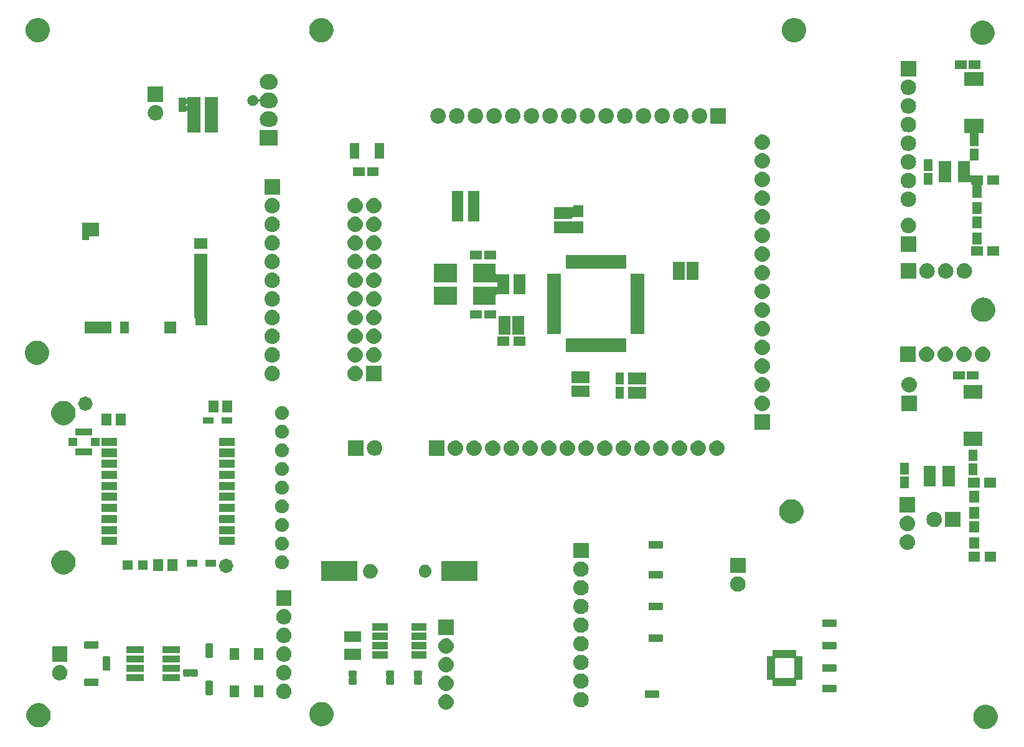
<source format=gbr>
G04 #@! TF.GenerationSoftware,KiCad,Pcbnew,5.0.1-33cea8e~68~ubuntu16.04.1*
G04 #@! TF.CreationDate,2018-10-22T20:49:09-07:00*
G04 #@! TF.ProjectId,STM32,53544D33322E6B696361645F70636200,rev?*
G04 #@! TF.SameCoordinates,Original*
G04 #@! TF.FileFunction,Soldermask,Top*
G04 #@! TF.FilePolarity,Negative*
%FSLAX46Y46*%
G04 Gerber Fmt 4.6, Leading zero omitted, Abs format (unit mm)*
G04 Created by KiCad (PCBNEW 5.0.1-33cea8e~68~ubuntu16.04.1) date Mon 22 Oct 2018 08:49:09 PM PDT*
%MOMM*%
%LPD*%
G01*
G04 APERTURE LIST*
%ADD10C,0.500000*%
%ADD11C,0.100000*%
G04 APERTURE END LIST*
D10*
G04 #@! TO.C,FID1*
X81666759Y-88213092D02*
G75*
G03X82416759Y-87463092I0J750000D01*
G01*
X82416759Y-87463092D02*
G75*
G03X81666759Y-86713092I-750000J0D01*
G01*
X81666759Y-86713092D02*
G75*
G03X80916759Y-87463092I0J-750000D01*
G01*
X80916759Y-87463092D02*
G75*
G03X81666759Y-88213092I750000J0D01*
G01*
G04 #@! TO.C,FID2*
X100798759Y-110288092D02*
G75*
G03X101548759Y-109538092I0J750000D01*
G01*
X101548759Y-109538092D02*
G75*
G03X100798759Y-108788092I-750000J0D01*
G01*
X100798759Y-108788092D02*
G75*
G03X100048759Y-109538092I0J-750000D01*
G01*
X100048759Y-109538092D02*
G75*
G03X100798759Y-110288092I750000J0D01*
G01*
D11*
G36*
X204342323Y-128440060D02*
X204581521Y-128487639D01*
X204881947Y-128612080D01*
X205152324Y-128792740D01*
X205382260Y-129022676D01*
X205562920Y-129293053D01*
X205687361Y-129593479D01*
X205750800Y-129912410D01*
X205750800Y-130237590D01*
X205687361Y-130556521D01*
X205562920Y-130856947D01*
X205382260Y-131127324D01*
X205152324Y-131357260D01*
X204881947Y-131537920D01*
X204581521Y-131662361D01*
X204342323Y-131709940D01*
X204262591Y-131725800D01*
X203937409Y-131725800D01*
X203857677Y-131709940D01*
X203618479Y-131662361D01*
X203318053Y-131537920D01*
X203047676Y-131357260D01*
X202817740Y-131127324D01*
X202637080Y-130856947D01*
X202512639Y-130556521D01*
X202449200Y-130237590D01*
X202449200Y-129912410D01*
X202512639Y-129593479D01*
X202637080Y-129293053D01*
X202817740Y-129022676D01*
X203047676Y-128792740D01*
X203318053Y-128612080D01*
X203618479Y-128487639D01*
X203857677Y-128440060D01*
X203937409Y-128424200D01*
X204262591Y-128424200D01*
X204342323Y-128440060D01*
X204342323Y-128440060D01*
G37*
G36*
X75542323Y-128240060D02*
X75781521Y-128287639D01*
X76081947Y-128412080D01*
X76352324Y-128592740D01*
X76582260Y-128822676D01*
X76762920Y-129093053D01*
X76887361Y-129393479D01*
X76950800Y-129712410D01*
X76950800Y-130037590D01*
X76887361Y-130356521D01*
X76762920Y-130656947D01*
X76582260Y-130927324D01*
X76352324Y-131157260D01*
X76081947Y-131337920D01*
X75781521Y-131462361D01*
X75542323Y-131509940D01*
X75462591Y-131525800D01*
X75137409Y-131525800D01*
X75057677Y-131509940D01*
X74818479Y-131462361D01*
X74518053Y-131337920D01*
X74247676Y-131157260D01*
X74017740Y-130927324D01*
X73837080Y-130656947D01*
X73712639Y-130356521D01*
X73649200Y-130037590D01*
X73649200Y-129712410D01*
X73712639Y-129393479D01*
X73837080Y-129093053D01*
X74017740Y-128822676D01*
X74247676Y-128592740D01*
X74518053Y-128412080D01*
X74818479Y-128287639D01*
X75057677Y-128240060D01*
X75137409Y-128224200D01*
X75462591Y-128224200D01*
X75542323Y-128240060D01*
X75542323Y-128240060D01*
G37*
G36*
X114017323Y-128090060D02*
X114256521Y-128137639D01*
X114556947Y-128262080D01*
X114827324Y-128442740D01*
X115057260Y-128672676D01*
X115237920Y-128943053D01*
X115362361Y-129243479D01*
X115425800Y-129562410D01*
X115425800Y-129887590D01*
X115362361Y-130206521D01*
X115237920Y-130506947D01*
X115057260Y-130777324D01*
X114827324Y-131007260D01*
X114556947Y-131187920D01*
X114256521Y-131312361D01*
X114030807Y-131357258D01*
X113937591Y-131375800D01*
X113612409Y-131375800D01*
X113519193Y-131357258D01*
X113293479Y-131312361D01*
X112993053Y-131187920D01*
X112722676Y-131007260D01*
X112492740Y-130777324D01*
X112312080Y-130506947D01*
X112187639Y-130206521D01*
X112124200Y-129887590D01*
X112124200Y-129562410D01*
X112187639Y-129243479D01*
X112312080Y-128943053D01*
X112492740Y-128672676D01*
X112722676Y-128442740D01*
X112993053Y-128262080D01*
X113293479Y-128137639D01*
X113532677Y-128090060D01*
X113612409Y-128074200D01*
X113937591Y-128074200D01*
X114017323Y-128090060D01*
X114017323Y-128090060D01*
G37*
G36*
X130853787Y-127012157D02*
X130930916Y-127019753D01*
X131054986Y-127057389D01*
X131128843Y-127079793D01*
X131311252Y-127177293D01*
X131471134Y-127308506D01*
X131602347Y-127468388D01*
X131699847Y-127650797D01*
X131699847Y-127650798D01*
X131759887Y-127848724D01*
X131780160Y-128054560D01*
X131759887Y-128260396D01*
X131734122Y-128345332D01*
X131699847Y-128458323D01*
X131602347Y-128640732D01*
X131471134Y-128800614D01*
X131311252Y-128931827D01*
X131128843Y-129029327D01*
X131062867Y-129049340D01*
X130930916Y-129089367D01*
X130853787Y-129096963D01*
X130776660Y-129104560D01*
X130673500Y-129104560D01*
X130596373Y-129096963D01*
X130519244Y-129089367D01*
X130387293Y-129049340D01*
X130321317Y-129029327D01*
X130138908Y-128931827D01*
X129979026Y-128800614D01*
X129847813Y-128640732D01*
X129750313Y-128458323D01*
X129716038Y-128345332D01*
X129690273Y-128260396D01*
X129670000Y-128054560D01*
X129690273Y-127848724D01*
X129750313Y-127650798D01*
X129750313Y-127650797D01*
X129847813Y-127468388D01*
X129979026Y-127308506D01*
X130138908Y-127177293D01*
X130321317Y-127079793D01*
X130395174Y-127057389D01*
X130519244Y-127019753D01*
X130596373Y-127012157D01*
X130673500Y-127004560D01*
X130776660Y-127004560D01*
X130853787Y-127012157D01*
X130853787Y-127012157D01*
G37*
G36*
X149198876Y-126716449D02*
X149279137Y-126724354D01*
X149411088Y-126764381D01*
X149477064Y-126784394D01*
X149659473Y-126881894D01*
X149819355Y-127013107D01*
X149950568Y-127172989D01*
X150048068Y-127355398D01*
X150048068Y-127355399D01*
X150108108Y-127553325D01*
X150128381Y-127759161D01*
X150108108Y-127964997D01*
X150080939Y-128054560D01*
X150048068Y-128162924D01*
X149950568Y-128345333D01*
X149819355Y-128505215D01*
X149659473Y-128636428D01*
X149477064Y-128733928D01*
X149411088Y-128753941D01*
X149279137Y-128793968D01*
X149202008Y-128801564D01*
X149124881Y-128809161D01*
X149021721Y-128809161D01*
X148944594Y-128801564D01*
X148867465Y-128793968D01*
X148735514Y-128753941D01*
X148669538Y-128733928D01*
X148487129Y-128636428D01*
X148327247Y-128505215D01*
X148196034Y-128345333D01*
X148098534Y-128162924D01*
X148065663Y-128054560D01*
X148038494Y-127964997D01*
X148018221Y-127759161D01*
X148038494Y-127553325D01*
X148098534Y-127355399D01*
X148098534Y-127355398D01*
X148196034Y-127172989D01*
X148327247Y-127013107D01*
X148487129Y-126881894D01*
X148669538Y-126784394D01*
X148735514Y-126764381D01*
X148867465Y-126724354D01*
X148947726Y-126716449D01*
X149021721Y-126709161D01*
X149124881Y-126709161D01*
X149198876Y-126716449D01*
X149198876Y-126716449D01*
G37*
G36*
X108791187Y-125592476D02*
X108868316Y-125600073D01*
X108990276Y-125637069D01*
X109066243Y-125660113D01*
X109248652Y-125757613D01*
X109408534Y-125888826D01*
X109539747Y-126048708D01*
X109637247Y-126231117D01*
X109648787Y-126269161D01*
X109697287Y-126429044D01*
X109717560Y-126634880D01*
X109697287Y-126840716D01*
X109684648Y-126882380D01*
X109637247Y-127038643D01*
X109539747Y-127221052D01*
X109408534Y-127380934D01*
X109248652Y-127512147D01*
X109066243Y-127609647D01*
X109000267Y-127629660D01*
X108868316Y-127669687D01*
X108791187Y-127677284D01*
X108714060Y-127684880D01*
X108610900Y-127684880D01*
X108533773Y-127677284D01*
X108456644Y-127669687D01*
X108324693Y-127629660D01*
X108258717Y-127609647D01*
X108076308Y-127512147D01*
X107916426Y-127380934D01*
X107785213Y-127221052D01*
X107687713Y-127038643D01*
X107640312Y-126882380D01*
X107627673Y-126840716D01*
X107607400Y-126634880D01*
X107627673Y-126429044D01*
X107676173Y-126269161D01*
X107687713Y-126231117D01*
X107785213Y-126048708D01*
X107916426Y-125888826D01*
X108076308Y-125757613D01*
X108258717Y-125660113D01*
X108334684Y-125637069D01*
X108456644Y-125600073D01*
X108533773Y-125592476D01*
X108610900Y-125584880D01*
X108714060Y-125584880D01*
X108791187Y-125592476D01*
X108791187Y-125592476D01*
G37*
G36*
X158585274Y-126484308D02*
X158619868Y-126494802D01*
X158659428Y-126515947D01*
X158665369Y-126519917D01*
X158688008Y-126529296D01*
X158712041Y-126534077D01*
X158736545Y-126534079D01*
X158760579Y-126529300D01*
X158783218Y-126519923D01*
X158789158Y-126515955D01*
X158828732Y-126494802D01*
X158863326Y-126484308D01*
X158905441Y-126480160D01*
X159513159Y-126480160D01*
X159555274Y-126484308D01*
X159589868Y-126494802D01*
X159621741Y-126511838D01*
X159649687Y-126534773D01*
X159672622Y-126562719D01*
X159689658Y-126594592D01*
X159700152Y-126629186D01*
X159704300Y-126671301D01*
X159704300Y-127329019D01*
X159700152Y-127371134D01*
X159689658Y-127405728D01*
X159672622Y-127437601D01*
X159649687Y-127465547D01*
X159621741Y-127488482D01*
X159589868Y-127505518D01*
X159555274Y-127516012D01*
X159513159Y-127520160D01*
X158905441Y-127520160D01*
X158863326Y-127516012D01*
X158828732Y-127505518D01*
X158789172Y-127484373D01*
X158783231Y-127480403D01*
X158760592Y-127471024D01*
X158736559Y-127466243D01*
X158712055Y-127466241D01*
X158688021Y-127471020D01*
X158665382Y-127480397D01*
X158659442Y-127484365D01*
X158619868Y-127505518D01*
X158585274Y-127516012D01*
X158543159Y-127520160D01*
X157935441Y-127520160D01*
X157893326Y-127516012D01*
X157858732Y-127505518D01*
X157826859Y-127488482D01*
X157798913Y-127465547D01*
X157775978Y-127437601D01*
X157758942Y-127405728D01*
X157748448Y-127371134D01*
X157744300Y-127329019D01*
X157744300Y-126671301D01*
X157748448Y-126629186D01*
X157758942Y-126594592D01*
X157775978Y-126562719D01*
X157798913Y-126534773D01*
X157826859Y-126511838D01*
X157858732Y-126494802D01*
X157893326Y-126484308D01*
X157935441Y-126480160D01*
X158543159Y-126480160D01*
X158585274Y-126484308D01*
X158585274Y-126484308D01*
G37*
G36*
X105882480Y-127434880D02*
X104582480Y-127434880D01*
X104582480Y-125834880D01*
X105882480Y-125834880D01*
X105882480Y-127434880D01*
X105882480Y-127434880D01*
G37*
G36*
X102582480Y-127434880D02*
X101282480Y-127434880D01*
X101282480Y-125834880D01*
X102582480Y-125834880D01*
X102582480Y-127434880D01*
X102582480Y-127434880D01*
G37*
G36*
X98873454Y-125174028D02*
X98908048Y-125184522D01*
X98939921Y-125201558D01*
X98967867Y-125224493D01*
X98990802Y-125252439D01*
X99007838Y-125284312D01*
X99018332Y-125318906D01*
X99022480Y-125361021D01*
X99022480Y-125968739D01*
X99018332Y-126010854D01*
X99007838Y-126045448D01*
X98986693Y-126085008D01*
X98982723Y-126090949D01*
X98973344Y-126113588D01*
X98968563Y-126137621D01*
X98968561Y-126162125D01*
X98973340Y-126186159D01*
X98982717Y-126208798D01*
X98986685Y-126214738D01*
X99007838Y-126254312D01*
X99018332Y-126288906D01*
X99022480Y-126331021D01*
X99022480Y-126938739D01*
X99018332Y-126980854D01*
X99007838Y-127015448D01*
X98990802Y-127047321D01*
X98967867Y-127075267D01*
X98939921Y-127098202D01*
X98908048Y-127115238D01*
X98873454Y-127125732D01*
X98831339Y-127129880D01*
X98173621Y-127129880D01*
X98131506Y-127125732D01*
X98096912Y-127115238D01*
X98065039Y-127098202D01*
X98037093Y-127075267D01*
X98014158Y-127047321D01*
X97997122Y-127015448D01*
X97986628Y-126980854D01*
X97982480Y-126938739D01*
X97982480Y-126331021D01*
X97986628Y-126288906D01*
X97997122Y-126254312D01*
X98018267Y-126214752D01*
X98022237Y-126208811D01*
X98031616Y-126186172D01*
X98036397Y-126162139D01*
X98036399Y-126137635D01*
X98031620Y-126113601D01*
X98022243Y-126090962D01*
X98018275Y-126085022D01*
X97997122Y-126045448D01*
X97986628Y-126010854D01*
X97982480Y-125968739D01*
X97982480Y-125361021D01*
X97986628Y-125318906D01*
X97997122Y-125284312D01*
X98014158Y-125252439D01*
X98037093Y-125224493D01*
X98065039Y-125201558D01*
X98096912Y-125184522D01*
X98131506Y-125174028D01*
X98173621Y-125169880D01*
X98831339Y-125169880D01*
X98873454Y-125174028D01*
X98873454Y-125174028D01*
G37*
G36*
X182715274Y-125722308D02*
X182749868Y-125732802D01*
X182789428Y-125753947D01*
X182795369Y-125757917D01*
X182818008Y-125767296D01*
X182842041Y-125772077D01*
X182866545Y-125772079D01*
X182890579Y-125767300D01*
X182913218Y-125757923D01*
X182919158Y-125753955D01*
X182958732Y-125732802D01*
X182993326Y-125722308D01*
X183035441Y-125718160D01*
X183643159Y-125718160D01*
X183685274Y-125722308D01*
X183719868Y-125732802D01*
X183751741Y-125749838D01*
X183779687Y-125772773D01*
X183802622Y-125800719D01*
X183819658Y-125832592D01*
X183830152Y-125867186D01*
X183834300Y-125909301D01*
X183834300Y-126567019D01*
X183830152Y-126609134D01*
X183819658Y-126643728D01*
X183802622Y-126675601D01*
X183779687Y-126703547D01*
X183751741Y-126726482D01*
X183719868Y-126743518D01*
X183685274Y-126754012D01*
X183643159Y-126758160D01*
X183035441Y-126758160D01*
X182993326Y-126754012D01*
X182958732Y-126743518D01*
X182919172Y-126722373D01*
X182913231Y-126718403D01*
X182890592Y-126709024D01*
X182866559Y-126704243D01*
X182842055Y-126704241D01*
X182818021Y-126709020D01*
X182795382Y-126718397D01*
X182789442Y-126722365D01*
X182749868Y-126743518D01*
X182715274Y-126754012D01*
X182673159Y-126758160D01*
X182065441Y-126758160D01*
X182023326Y-126754012D01*
X181988732Y-126743518D01*
X181956859Y-126726482D01*
X181928913Y-126703547D01*
X181905978Y-126675601D01*
X181888942Y-126643728D01*
X181878448Y-126609134D01*
X181874300Y-126567019D01*
X181874300Y-125909301D01*
X181878448Y-125867186D01*
X181888942Y-125832592D01*
X181905978Y-125800719D01*
X181928913Y-125772773D01*
X181956859Y-125749838D01*
X181988732Y-125732802D01*
X182023326Y-125722308D01*
X182065441Y-125718160D01*
X182673159Y-125718160D01*
X182715274Y-125722308D01*
X182715274Y-125722308D01*
G37*
G36*
X130853787Y-124472157D02*
X130930916Y-124479753D01*
X131062867Y-124519780D01*
X131128843Y-124539793D01*
X131311252Y-124637293D01*
X131471134Y-124768506D01*
X131602347Y-124928388D01*
X131699847Y-125110797D01*
X131699847Y-125110798D01*
X131759887Y-125308724D01*
X131780160Y-125514560D01*
X131759887Y-125720396D01*
X131726347Y-125830963D01*
X131699847Y-125918323D01*
X131602347Y-126100732D01*
X131471134Y-126260614D01*
X131311252Y-126391827D01*
X131128843Y-126489327D01*
X131062867Y-126509340D01*
X130930916Y-126549367D01*
X130853787Y-126556963D01*
X130776660Y-126564560D01*
X130673500Y-126564560D01*
X130596373Y-126556963D01*
X130519244Y-126549367D01*
X130387293Y-126509340D01*
X130321317Y-126489327D01*
X130138908Y-126391827D01*
X129979026Y-126260614D01*
X129847813Y-126100732D01*
X129750313Y-125918323D01*
X129723813Y-125830963D01*
X129690273Y-125720396D01*
X129670000Y-125514560D01*
X129690273Y-125308724D01*
X129750313Y-125110798D01*
X129750313Y-125110797D01*
X129847813Y-124928388D01*
X129979026Y-124768506D01*
X130138908Y-124637293D01*
X130321317Y-124539793D01*
X130387293Y-124519780D01*
X130519244Y-124479753D01*
X130596373Y-124472157D01*
X130673500Y-124464560D01*
X130776660Y-124464560D01*
X130853787Y-124472157D01*
X130853787Y-124472157D01*
G37*
G36*
X149202008Y-124176757D02*
X149279137Y-124184354D01*
X149411088Y-124224381D01*
X149477064Y-124244394D01*
X149659473Y-124341894D01*
X149819355Y-124473107D01*
X149950568Y-124632989D01*
X150048068Y-124815398D01*
X150053708Y-124833992D01*
X150108108Y-125013325D01*
X150128381Y-125219161D01*
X150108108Y-125424997D01*
X150096865Y-125462060D01*
X150048068Y-125622924D01*
X149950568Y-125805333D01*
X149819355Y-125965215D01*
X149659473Y-126096428D01*
X149477064Y-126193928D01*
X149428043Y-126208798D01*
X149279137Y-126253968D01*
X149202008Y-126261564D01*
X149124881Y-126269161D01*
X149021721Y-126269161D01*
X148944594Y-126261564D01*
X148867465Y-126253968D01*
X148718559Y-126208798D01*
X148669538Y-126193928D01*
X148487129Y-126096428D01*
X148327247Y-125965215D01*
X148196034Y-125805333D01*
X148098534Y-125622924D01*
X148049737Y-125462060D01*
X148038494Y-125424997D01*
X148018221Y-125219161D01*
X148038494Y-125013325D01*
X148092894Y-124833992D01*
X148098534Y-124815398D01*
X148196034Y-124632989D01*
X148327247Y-124473107D01*
X148487129Y-124341894D01*
X148669538Y-124244394D01*
X148735514Y-124224381D01*
X148867465Y-124184354D01*
X148944594Y-124176757D01*
X149021721Y-124169161D01*
X149124881Y-124169161D01*
X149202008Y-124176757D01*
X149202008Y-124176757D01*
G37*
G36*
X82338454Y-124849028D02*
X82373048Y-124859522D01*
X82412608Y-124880667D01*
X82418549Y-124884637D01*
X82441188Y-124894016D01*
X82465221Y-124898797D01*
X82489725Y-124898799D01*
X82513759Y-124894020D01*
X82536398Y-124884643D01*
X82542338Y-124880675D01*
X82581912Y-124859522D01*
X82616506Y-124849028D01*
X82658621Y-124844880D01*
X83266339Y-124844880D01*
X83308454Y-124849028D01*
X83343048Y-124859522D01*
X83374921Y-124876558D01*
X83402867Y-124899493D01*
X83425802Y-124927439D01*
X83442838Y-124959312D01*
X83453332Y-124993906D01*
X83457480Y-125036021D01*
X83457480Y-125693739D01*
X83453332Y-125735854D01*
X83442838Y-125770448D01*
X83425802Y-125802321D01*
X83402867Y-125830267D01*
X83374921Y-125853202D01*
X83343048Y-125870238D01*
X83308454Y-125880732D01*
X83266339Y-125884880D01*
X82658621Y-125884880D01*
X82616506Y-125880732D01*
X82581912Y-125870238D01*
X82542352Y-125849093D01*
X82536411Y-125845123D01*
X82513772Y-125835744D01*
X82489739Y-125830963D01*
X82465235Y-125830961D01*
X82441201Y-125835740D01*
X82418562Y-125845117D01*
X82412622Y-125849085D01*
X82373048Y-125870238D01*
X82338454Y-125880732D01*
X82296339Y-125884880D01*
X81688621Y-125884880D01*
X81646506Y-125880732D01*
X81611912Y-125870238D01*
X81580039Y-125853202D01*
X81552093Y-125830267D01*
X81529158Y-125802321D01*
X81512122Y-125770448D01*
X81501628Y-125735854D01*
X81497480Y-125693739D01*
X81497480Y-125036021D01*
X81501628Y-124993906D01*
X81512122Y-124959312D01*
X81529158Y-124927439D01*
X81552093Y-124899493D01*
X81580039Y-124876558D01*
X81611912Y-124859522D01*
X81646506Y-124849028D01*
X81688621Y-124844880D01*
X82296339Y-124844880D01*
X82338454Y-124849028D01*
X82338454Y-124849028D01*
G37*
G36*
X178353300Y-121724160D02*
X178355702Y-121748546D01*
X178362815Y-121771995D01*
X178374366Y-121793606D01*
X178389912Y-121812548D01*
X178408854Y-121828094D01*
X178430465Y-121839645D01*
X178453914Y-121846758D01*
X178478300Y-121849160D01*
X179183300Y-121849160D01*
X179183300Y-125039160D01*
X178478300Y-125039160D01*
X178453914Y-125041562D01*
X178430465Y-125048675D01*
X178408854Y-125060226D01*
X178389912Y-125075772D01*
X178374366Y-125094714D01*
X178362815Y-125116325D01*
X178355702Y-125139774D01*
X178353300Y-125164160D01*
X178353300Y-125869160D01*
X175163300Y-125869160D01*
X175163300Y-125164160D01*
X175160898Y-125139774D01*
X175153785Y-125116325D01*
X175142234Y-125094714D01*
X175126688Y-125075772D01*
X175107746Y-125060226D01*
X175086135Y-125048675D01*
X175062686Y-125041562D01*
X175038300Y-125039160D01*
X174333300Y-125039160D01*
X174333300Y-122244160D01*
X175433300Y-122244160D01*
X175433300Y-124644160D01*
X175435702Y-124668546D01*
X175442815Y-124691995D01*
X175454366Y-124713606D01*
X175469912Y-124732548D01*
X175488854Y-124748094D01*
X175510465Y-124759645D01*
X175533914Y-124766758D01*
X175558300Y-124769160D01*
X177958300Y-124769160D01*
X177982686Y-124766758D01*
X178006135Y-124759645D01*
X178027746Y-124748094D01*
X178046688Y-124732548D01*
X178062234Y-124713606D01*
X178073785Y-124691995D01*
X178080898Y-124668546D01*
X178083300Y-124644160D01*
X178083300Y-122244160D01*
X178080898Y-122219774D01*
X178073785Y-122196325D01*
X178062234Y-122174714D01*
X178046688Y-122155772D01*
X178027746Y-122140226D01*
X178006135Y-122128675D01*
X177982686Y-122121562D01*
X177958300Y-122119160D01*
X175558300Y-122119160D01*
X175533914Y-122121562D01*
X175510465Y-122128675D01*
X175488854Y-122140226D01*
X175469912Y-122155772D01*
X175454366Y-122174714D01*
X175442815Y-122196325D01*
X175435702Y-122219774D01*
X175433300Y-122244160D01*
X174333300Y-122244160D01*
X174333300Y-121849160D01*
X175038300Y-121849160D01*
X175062686Y-121846758D01*
X175086135Y-121839645D01*
X175107746Y-121828094D01*
X175126688Y-121812548D01*
X175142234Y-121793606D01*
X175153785Y-121771995D01*
X175160898Y-121748546D01*
X175163300Y-121724160D01*
X175163300Y-121019160D01*
X178353300Y-121019160D01*
X178353300Y-121724160D01*
X178353300Y-121724160D01*
G37*
G36*
X123476054Y-123753708D02*
X123510648Y-123764202D01*
X123542521Y-123781238D01*
X123570467Y-123804173D01*
X123593402Y-123832119D01*
X123610438Y-123863992D01*
X123620932Y-123898586D01*
X123625080Y-123940701D01*
X123625080Y-124548419D01*
X123620932Y-124590534D01*
X123610438Y-124625128D01*
X123589293Y-124664688D01*
X123585323Y-124670629D01*
X123575944Y-124693268D01*
X123571163Y-124717301D01*
X123571161Y-124741805D01*
X123575940Y-124765839D01*
X123585317Y-124788478D01*
X123589285Y-124794418D01*
X123610438Y-124833992D01*
X123620932Y-124868586D01*
X123625080Y-124910701D01*
X123625080Y-125518419D01*
X123620932Y-125560534D01*
X123610438Y-125595128D01*
X123593402Y-125627001D01*
X123570467Y-125654947D01*
X123542521Y-125677882D01*
X123510648Y-125694918D01*
X123476054Y-125705412D01*
X123433939Y-125709560D01*
X122776221Y-125709560D01*
X122734106Y-125705412D01*
X122699512Y-125694918D01*
X122667639Y-125677882D01*
X122639693Y-125654947D01*
X122616758Y-125627001D01*
X122599722Y-125595128D01*
X122589228Y-125560534D01*
X122585080Y-125518419D01*
X122585080Y-124910701D01*
X122589228Y-124868586D01*
X122599722Y-124833992D01*
X122620867Y-124794432D01*
X122624837Y-124788491D01*
X122634216Y-124765852D01*
X122638997Y-124741819D01*
X122638999Y-124717315D01*
X122634220Y-124693281D01*
X122624843Y-124670642D01*
X122620875Y-124664702D01*
X122599722Y-124625128D01*
X122589228Y-124590534D01*
X122585080Y-124548419D01*
X122585080Y-123940701D01*
X122589228Y-123898586D01*
X122599722Y-123863992D01*
X122616758Y-123832119D01*
X122639693Y-123804173D01*
X122667639Y-123781238D01*
X122699512Y-123764202D01*
X122734106Y-123753708D01*
X122776221Y-123749560D01*
X123433939Y-123749560D01*
X123476054Y-123753708D01*
X123476054Y-123753708D01*
G37*
G36*
X118396054Y-123753708D02*
X118430648Y-123764202D01*
X118462521Y-123781238D01*
X118490467Y-123804173D01*
X118513402Y-123832119D01*
X118530438Y-123863992D01*
X118540932Y-123898586D01*
X118545080Y-123940701D01*
X118545080Y-124548419D01*
X118540932Y-124590534D01*
X118530438Y-124625128D01*
X118509293Y-124664688D01*
X118505323Y-124670629D01*
X118495944Y-124693268D01*
X118491163Y-124717301D01*
X118491161Y-124741805D01*
X118495940Y-124765839D01*
X118505317Y-124788478D01*
X118509285Y-124794418D01*
X118530438Y-124833992D01*
X118540932Y-124868586D01*
X118545080Y-124910701D01*
X118545080Y-125518419D01*
X118540932Y-125560534D01*
X118530438Y-125595128D01*
X118513402Y-125627001D01*
X118490467Y-125654947D01*
X118462521Y-125677882D01*
X118430648Y-125694918D01*
X118396054Y-125705412D01*
X118353939Y-125709560D01*
X117696221Y-125709560D01*
X117654106Y-125705412D01*
X117619512Y-125694918D01*
X117587639Y-125677882D01*
X117559693Y-125654947D01*
X117536758Y-125627001D01*
X117519722Y-125595128D01*
X117509228Y-125560534D01*
X117505080Y-125518419D01*
X117505080Y-124910701D01*
X117509228Y-124868586D01*
X117519722Y-124833992D01*
X117540867Y-124794432D01*
X117544837Y-124788491D01*
X117554216Y-124765852D01*
X117558997Y-124741819D01*
X117558999Y-124717315D01*
X117554220Y-124693281D01*
X117544843Y-124670642D01*
X117540875Y-124664702D01*
X117519722Y-124625128D01*
X117509228Y-124590534D01*
X117505080Y-124548419D01*
X117505080Y-123940701D01*
X117509228Y-123898586D01*
X117519722Y-123863992D01*
X117536758Y-123832119D01*
X117559693Y-123804173D01*
X117587639Y-123781238D01*
X117619512Y-123764202D01*
X117654106Y-123753708D01*
X117696221Y-123749560D01*
X118353939Y-123749560D01*
X118396054Y-123753708D01*
X118396054Y-123753708D01*
G37*
G36*
X127286054Y-123753708D02*
X127320648Y-123764202D01*
X127352521Y-123781238D01*
X127380467Y-123804173D01*
X127403402Y-123832119D01*
X127420438Y-123863992D01*
X127430932Y-123898586D01*
X127435080Y-123940701D01*
X127435080Y-124548419D01*
X127430932Y-124590534D01*
X127420438Y-124625128D01*
X127399293Y-124664688D01*
X127395323Y-124670629D01*
X127385944Y-124693268D01*
X127381163Y-124717301D01*
X127381161Y-124741805D01*
X127385940Y-124765839D01*
X127395317Y-124788478D01*
X127399285Y-124794418D01*
X127420438Y-124833992D01*
X127430932Y-124868586D01*
X127435080Y-124910701D01*
X127435080Y-125518419D01*
X127430932Y-125560534D01*
X127420438Y-125595128D01*
X127403402Y-125627001D01*
X127380467Y-125654947D01*
X127352521Y-125677882D01*
X127320648Y-125694918D01*
X127286054Y-125705412D01*
X127243939Y-125709560D01*
X126586221Y-125709560D01*
X126544106Y-125705412D01*
X126509512Y-125694918D01*
X126477639Y-125677882D01*
X126449693Y-125654947D01*
X126426758Y-125627001D01*
X126409722Y-125595128D01*
X126399228Y-125560534D01*
X126395080Y-125518419D01*
X126395080Y-124910701D01*
X126399228Y-124868586D01*
X126409722Y-124833992D01*
X126430867Y-124794432D01*
X126434837Y-124788491D01*
X126444216Y-124765852D01*
X126448997Y-124741819D01*
X126448999Y-124717315D01*
X126444220Y-124693281D01*
X126434843Y-124670642D01*
X126430875Y-124664702D01*
X126409722Y-124625128D01*
X126399228Y-124590534D01*
X126395080Y-124548419D01*
X126395080Y-123940701D01*
X126399228Y-123898586D01*
X126409722Y-123863992D01*
X126426758Y-123832119D01*
X126449693Y-123804173D01*
X126477639Y-123781238D01*
X126509512Y-123764202D01*
X126544106Y-123753708D01*
X126586221Y-123749560D01*
X127243939Y-123749560D01*
X127286054Y-123753708D01*
X127286054Y-123753708D01*
G37*
G36*
X94537480Y-125194880D02*
X92157480Y-125194880D01*
X92157480Y-124264880D01*
X94537480Y-124264880D01*
X94537480Y-125194880D01*
X94537480Y-125194880D01*
G37*
G36*
X89607480Y-125194880D02*
X87227480Y-125194880D01*
X87227480Y-124264880D01*
X89607480Y-124264880D01*
X89607480Y-125194880D01*
X89607480Y-125194880D01*
G37*
G36*
X78311187Y-123052476D02*
X78388316Y-123060073D01*
X78520267Y-123100100D01*
X78586243Y-123120113D01*
X78768652Y-123217613D01*
X78928534Y-123348826D01*
X79059747Y-123508708D01*
X79157247Y-123691117D01*
X79166712Y-123722321D01*
X79217287Y-123889044D01*
X79237560Y-124094880D01*
X79217287Y-124300716D01*
X79177260Y-124432667D01*
X79157247Y-124498643D01*
X79059747Y-124681052D01*
X78928534Y-124840934D01*
X78768652Y-124972147D01*
X78586243Y-125069647D01*
X78566051Y-125075772D01*
X78388316Y-125129687D01*
X78311187Y-125137284D01*
X78234060Y-125144880D01*
X78130900Y-125144880D01*
X78053773Y-125137284D01*
X77976644Y-125129687D01*
X77798909Y-125075772D01*
X77778717Y-125069647D01*
X77596308Y-124972147D01*
X77436426Y-124840934D01*
X77305213Y-124681052D01*
X77207713Y-124498643D01*
X77187700Y-124432667D01*
X77147673Y-124300716D01*
X77127400Y-124094880D01*
X77147673Y-123889044D01*
X77198248Y-123722321D01*
X77207713Y-123691117D01*
X77305213Y-123508708D01*
X77436426Y-123348826D01*
X77596308Y-123217613D01*
X77778717Y-123120113D01*
X77844693Y-123100100D01*
X77976644Y-123060073D01*
X78053773Y-123052476D01*
X78130900Y-123044880D01*
X78234060Y-123044880D01*
X78311187Y-123052476D01*
X78311187Y-123052476D01*
G37*
G36*
X108791187Y-123052476D02*
X108868316Y-123060073D01*
X109000267Y-123100100D01*
X109066243Y-123120113D01*
X109248652Y-123217613D01*
X109408534Y-123348826D01*
X109539747Y-123508708D01*
X109637247Y-123691117D01*
X109646712Y-123722321D01*
X109697287Y-123889044D01*
X109717560Y-124094880D01*
X109697287Y-124300716D01*
X109657260Y-124432667D01*
X109637247Y-124498643D01*
X109539747Y-124681052D01*
X109408534Y-124840934D01*
X109248652Y-124972147D01*
X109066243Y-125069647D01*
X109046051Y-125075772D01*
X108868316Y-125129687D01*
X108791187Y-125137284D01*
X108714060Y-125144880D01*
X108610900Y-125144880D01*
X108533773Y-125137284D01*
X108456644Y-125129687D01*
X108278909Y-125075772D01*
X108258717Y-125069647D01*
X108076308Y-124972147D01*
X107916426Y-124840934D01*
X107785213Y-124681052D01*
X107687713Y-124498643D01*
X107667700Y-124432667D01*
X107627673Y-124300716D01*
X107607400Y-124094880D01*
X107627673Y-123889044D01*
X107678248Y-123722321D01*
X107687713Y-123691117D01*
X107785213Y-123508708D01*
X107916426Y-123348826D01*
X108076308Y-123217613D01*
X108258717Y-123120113D01*
X108324693Y-123100100D01*
X108456644Y-123060073D01*
X108533773Y-123052476D01*
X108610900Y-123044880D01*
X108714060Y-123044880D01*
X108791187Y-123052476D01*
X108791187Y-123052476D01*
G37*
G36*
X95823454Y-123579028D02*
X95858048Y-123589522D01*
X95897608Y-123610667D01*
X95903549Y-123614637D01*
X95926188Y-123624016D01*
X95950221Y-123628797D01*
X95974725Y-123628799D01*
X95998759Y-123624020D01*
X96021398Y-123614643D01*
X96027338Y-123610675D01*
X96066912Y-123589522D01*
X96101506Y-123579028D01*
X96143621Y-123574880D01*
X96751339Y-123574880D01*
X96793454Y-123579028D01*
X96828048Y-123589522D01*
X96859921Y-123606558D01*
X96887867Y-123629493D01*
X96910802Y-123657439D01*
X96927838Y-123689312D01*
X96938332Y-123723906D01*
X96942480Y-123766021D01*
X96942480Y-124423739D01*
X96938332Y-124465854D01*
X96927838Y-124500448D01*
X96910802Y-124532321D01*
X96887867Y-124560267D01*
X96859921Y-124583202D01*
X96828048Y-124600238D01*
X96793454Y-124610732D01*
X96751339Y-124614880D01*
X96143621Y-124614880D01*
X96101506Y-124610732D01*
X96066912Y-124600238D01*
X96027352Y-124579093D01*
X96021411Y-124575123D01*
X95998772Y-124565744D01*
X95974739Y-124560963D01*
X95950235Y-124560961D01*
X95926201Y-124565740D01*
X95903562Y-124575117D01*
X95897622Y-124579085D01*
X95858048Y-124600238D01*
X95823454Y-124610732D01*
X95781339Y-124614880D01*
X95173621Y-124614880D01*
X95131506Y-124610732D01*
X95096912Y-124600238D01*
X95065039Y-124583202D01*
X95037093Y-124560267D01*
X95014158Y-124532321D01*
X94997122Y-124500448D01*
X94986628Y-124465854D01*
X94982480Y-124423739D01*
X94982480Y-123766021D01*
X94986628Y-123723906D01*
X94997122Y-123689312D01*
X95014158Y-123657439D01*
X95037093Y-123629493D01*
X95065039Y-123606558D01*
X95096912Y-123589522D01*
X95131506Y-123579028D01*
X95173621Y-123574880D01*
X95781339Y-123574880D01*
X95823454Y-123579028D01*
X95823454Y-123579028D01*
G37*
G36*
X130853787Y-121932157D02*
X130930916Y-121939753D01*
X131054986Y-121977389D01*
X131128843Y-121999793D01*
X131311252Y-122097293D01*
X131471134Y-122228506D01*
X131602347Y-122388388D01*
X131699847Y-122570797D01*
X131699847Y-122570798D01*
X131759887Y-122768724D01*
X131780160Y-122974560D01*
X131759887Y-123180396D01*
X131748597Y-123217613D01*
X131699847Y-123378323D01*
X131602347Y-123560732D01*
X131471134Y-123720614D01*
X131311252Y-123851827D01*
X131128843Y-123949327D01*
X131079944Y-123964160D01*
X130930916Y-124009367D01*
X130853787Y-124016963D01*
X130776660Y-124024560D01*
X130673500Y-124024560D01*
X130596373Y-124016963D01*
X130519244Y-124009367D01*
X130370216Y-123964160D01*
X130321317Y-123949327D01*
X130138908Y-123851827D01*
X129979026Y-123720614D01*
X129847813Y-123560732D01*
X129750313Y-123378323D01*
X129701563Y-123217613D01*
X129690273Y-123180396D01*
X129670000Y-122974560D01*
X129690273Y-122768724D01*
X129750313Y-122570798D01*
X129750313Y-122570797D01*
X129847813Y-122388388D01*
X129979026Y-122228506D01*
X130138908Y-122097293D01*
X130321317Y-121999793D01*
X130395174Y-121977389D01*
X130519244Y-121939753D01*
X130596373Y-121932157D01*
X130673500Y-121924560D01*
X130776660Y-121924560D01*
X130853787Y-121932157D01*
X130853787Y-121932157D01*
G37*
G36*
X182715274Y-122928308D02*
X182749868Y-122938802D01*
X182789428Y-122959947D01*
X182795369Y-122963917D01*
X182818008Y-122973296D01*
X182842041Y-122978077D01*
X182866545Y-122978079D01*
X182890579Y-122973300D01*
X182913218Y-122963923D01*
X182919158Y-122959955D01*
X182958732Y-122938802D01*
X182993326Y-122928308D01*
X183035441Y-122924160D01*
X183643159Y-122924160D01*
X183685274Y-122928308D01*
X183719868Y-122938802D01*
X183751741Y-122955838D01*
X183779687Y-122978773D01*
X183802622Y-123006719D01*
X183819658Y-123038592D01*
X183830152Y-123073186D01*
X183834300Y-123115301D01*
X183834300Y-123773019D01*
X183830152Y-123815134D01*
X183819658Y-123849728D01*
X183802622Y-123881601D01*
X183779687Y-123909547D01*
X183751741Y-123932482D01*
X183719868Y-123949518D01*
X183685274Y-123960012D01*
X183643159Y-123964160D01*
X183035441Y-123964160D01*
X182993326Y-123960012D01*
X182958732Y-123949518D01*
X182919172Y-123928373D01*
X182913231Y-123924403D01*
X182890592Y-123915024D01*
X182866559Y-123910243D01*
X182842055Y-123910241D01*
X182818021Y-123915020D01*
X182795382Y-123924397D01*
X182789442Y-123928365D01*
X182749868Y-123949518D01*
X182715274Y-123960012D01*
X182673159Y-123964160D01*
X182065441Y-123964160D01*
X182023326Y-123960012D01*
X181988732Y-123949518D01*
X181956859Y-123932482D01*
X181928913Y-123909547D01*
X181905978Y-123881601D01*
X181888942Y-123849728D01*
X181878448Y-123815134D01*
X181874300Y-123773019D01*
X181874300Y-123115301D01*
X181878448Y-123073186D01*
X181888942Y-123038592D01*
X181905978Y-123006719D01*
X181928913Y-122978773D01*
X181956859Y-122955838D01*
X181988732Y-122938802D01*
X182023326Y-122928308D01*
X182065441Y-122924160D01*
X182673159Y-122924160D01*
X182715274Y-122928308D01*
X182715274Y-122928308D01*
G37*
G36*
X94537480Y-123924880D02*
X92157480Y-123924880D01*
X92157480Y-122994880D01*
X94537480Y-122994880D01*
X94537480Y-123924880D01*
X94537480Y-123924880D01*
G37*
G36*
X89607480Y-123924880D02*
X87227480Y-123924880D01*
X87227480Y-122994880D01*
X89607480Y-122994880D01*
X89607480Y-123924880D01*
X89607480Y-123924880D01*
G37*
G36*
X84903454Y-121849028D02*
X84938048Y-121859522D01*
X84969921Y-121876558D01*
X84997867Y-121899493D01*
X85020802Y-121927439D01*
X85037838Y-121959312D01*
X85048332Y-121993906D01*
X85052480Y-122036021D01*
X85052480Y-122643739D01*
X85048332Y-122685854D01*
X85037838Y-122720448D01*
X85016693Y-122760008D01*
X85012723Y-122765949D01*
X85003344Y-122788588D01*
X84998563Y-122812621D01*
X84998561Y-122837125D01*
X85003340Y-122861159D01*
X85012717Y-122883798D01*
X85016685Y-122889738D01*
X85037838Y-122929312D01*
X85048332Y-122963906D01*
X85052480Y-123006021D01*
X85052480Y-123613739D01*
X85048332Y-123655854D01*
X85037838Y-123690448D01*
X85020802Y-123722321D01*
X84997867Y-123750267D01*
X84969921Y-123773202D01*
X84938048Y-123790238D01*
X84903454Y-123800732D01*
X84861339Y-123804880D01*
X84203621Y-123804880D01*
X84161506Y-123800732D01*
X84126912Y-123790238D01*
X84095039Y-123773202D01*
X84067093Y-123750267D01*
X84044158Y-123722321D01*
X84027122Y-123690448D01*
X84016628Y-123655854D01*
X84012480Y-123613739D01*
X84012480Y-123006021D01*
X84016628Y-122963906D01*
X84027122Y-122929312D01*
X84048267Y-122889752D01*
X84052237Y-122883811D01*
X84061616Y-122861172D01*
X84066397Y-122837139D01*
X84066399Y-122812635D01*
X84061620Y-122788601D01*
X84052243Y-122765962D01*
X84048275Y-122760022D01*
X84027122Y-122720448D01*
X84016628Y-122685854D01*
X84012480Y-122643739D01*
X84012480Y-122036021D01*
X84016628Y-121993906D01*
X84027122Y-121959312D01*
X84044158Y-121927439D01*
X84067093Y-121899493D01*
X84095039Y-121876558D01*
X84126912Y-121859522D01*
X84161506Y-121849028D01*
X84203621Y-121844880D01*
X84861339Y-121844880D01*
X84903454Y-121849028D01*
X84903454Y-121849028D01*
G37*
G36*
X149202008Y-121636757D02*
X149279137Y-121644354D01*
X149411088Y-121684381D01*
X149477064Y-121704394D01*
X149659473Y-121801894D01*
X149819355Y-121933107D01*
X149950568Y-122092989D01*
X150048068Y-122275398D01*
X150048068Y-122275399D01*
X150108108Y-122473325D01*
X150128381Y-122679161D01*
X150108108Y-122884997D01*
X150079872Y-122978079D01*
X150048068Y-123082924D01*
X149950568Y-123265333D01*
X149819355Y-123425215D01*
X149659473Y-123556428D01*
X149477064Y-123653928D01*
X149411088Y-123673941D01*
X149279137Y-123713968D01*
X149202008Y-123721565D01*
X149124881Y-123729161D01*
X149021721Y-123729161D01*
X148944594Y-123721565D01*
X148867465Y-123713968D01*
X148735514Y-123673941D01*
X148669538Y-123653928D01*
X148487129Y-123556428D01*
X148327247Y-123425215D01*
X148196034Y-123265333D01*
X148098534Y-123082924D01*
X148066730Y-122978079D01*
X148038494Y-122884997D01*
X148018221Y-122679161D01*
X148038494Y-122473325D01*
X148098534Y-122275399D01*
X148098534Y-122275398D01*
X148196034Y-122092989D01*
X148327247Y-121933107D01*
X148487129Y-121801894D01*
X148669538Y-121704394D01*
X148735514Y-121684381D01*
X148867465Y-121644354D01*
X148944594Y-121636757D01*
X149021721Y-121629161D01*
X149124881Y-121629161D01*
X149202008Y-121636757D01*
X149202008Y-121636757D01*
G37*
G36*
X89607480Y-122654880D02*
X87227480Y-122654880D01*
X87227480Y-121724880D01*
X89607480Y-121724880D01*
X89607480Y-122654880D01*
X89607480Y-122654880D01*
G37*
G36*
X94537480Y-122654880D02*
X92157480Y-122654880D01*
X92157480Y-121724880D01*
X94537480Y-121724880D01*
X94537480Y-122654880D01*
X94537480Y-122654880D01*
G37*
G36*
X108791187Y-120512476D02*
X108868316Y-120520073D01*
X108991301Y-120557380D01*
X109066243Y-120580113D01*
X109248652Y-120677613D01*
X109408534Y-120808826D01*
X109539747Y-120968708D01*
X109637247Y-121151117D01*
X109648787Y-121189161D01*
X109697287Y-121349044D01*
X109717560Y-121554880D01*
X109697287Y-121760716D01*
X109666041Y-121863720D01*
X109637247Y-121958643D01*
X109539747Y-122141052D01*
X109408534Y-122300934D01*
X109248652Y-122432147D01*
X109066243Y-122529647D01*
X109034882Y-122539160D01*
X108868316Y-122589687D01*
X108791187Y-122597283D01*
X108714060Y-122604880D01*
X108610900Y-122604880D01*
X108533773Y-122597283D01*
X108456644Y-122589687D01*
X108290078Y-122539160D01*
X108258717Y-122529647D01*
X108076308Y-122432147D01*
X107916426Y-122300934D01*
X107785213Y-122141052D01*
X107687713Y-121958643D01*
X107658919Y-121863720D01*
X107627673Y-121760716D01*
X107607400Y-121554880D01*
X107627673Y-121349044D01*
X107676173Y-121189161D01*
X107687713Y-121151117D01*
X107785213Y-120968708D01*
X107916426Y-120808826D01*
X108076308Y-120677613D01*
X108258717Y-120580113D01*
X108333659Y-120557380D01*
X108456644Y-120520073D01*
X108533773Y-120512476D01*
X108610900Y-120504880D01*
X108714060Y-120504880D01*
X108791187Y-120512476D01*
X108791187Y-120512476D01*
G37*
G36*
X79232480Y-122604880D02*
X77132480Y-122604880D01*
X77132480Y-120504880D01*
X79232480Y-120504880D01*
X79232480Y-122604880D01*
X79232480Y-122604880D01*
G37*
G36*
X102582480Y-122354880D02*
X101282480Y-122354880D01*
X101282480Y-120754880D01*
X102582480Y-120754880D01*
X102582480Y-122354880D01*
X102582480Y-122354880D01*
G37*
G36*
X105882480Y-122354880D02*
X104582480Y-122354880D01*
X104582480Y-120754880D01*
X105882480Y-120754880D01*
X105882480Y-122354880D01*
X105882480Y-122354880D01*
G37*
G36*
X119177580Y-122349060D02*
X116872580Y-122349060D01*
X116872580Y-120856860D01*
X119177580Y-120856860D01*
X119177580Y-122349060D01*
X119177580Y-122349060D01*
G37*
G36*
X128030080Y-122209560D02*
X125980080Y-122209560D01*
X125980080Y-121199560D01*
X128030080Y-121199560D01*
X128030080Y-122209560D01*
X128030080Y-122209560D01*
G37*
G36*
X122770080Y-122209560D02*
X120720080Y-122209560D01*
X120720080Y-121199560D01*
X122770080Y-121199560D01*
X122770080Y-122209560D01*
X122770080Y-122209560D01*
G37*
G36*
X98873454Y-120094028D02*
X98908048Y-120104522D01*
X98939921Y-120121558D01*
X98967867Y-120144493D01*
X98990802Y-120172439D01*
X99007838Y-120204312D01*
X99018332Y-120238906D01*
X99022480Y-120281021D01*
X99022480Y-120888739D01*
X99018332Y-120930854D01*
X99007838Y-120965448D01*
X98986693Y-121005008D01*
X98982723Y-121010949D01*
X98973344Y-121033588D01*
X98968563Y-121057621D01*
X98968561Y-121082125D01*
X98973340Y-121106159D01*
X98982717Y-121128798D01*
X98986685Y-121134738D01*
X99007838Y-121174312D01*
X99018332Y-121208906D01*
X99022480Y-121251021D01*
X99022480Y-121858739D01*
X99018332Y-121900854D01*
X99007838Y-121935448D01*
X98990802Y-121967321D01*
X98967867Y-121995267D01*
X98939921Y-122018202D01*
X98908048Y-122035238D01*
X98873454Y-122045732D01*
X98831339Y-122049880D01*
X98173621Y-122049880D01*
X98131506Y-122045732D01*
X98096912Y-122035238D01*
X98065039Y-122018202D01*
X98037093Y-121995267D01*
X98014158Y-121967321D01*
X97997122Y-121935448D01*
X97986628Y-121900854D01*
X97982480Y-121858739D01*
X97982480Y-121251021D01*
X97986628Y-121208906D01*
X97997122Y-121174312D01*
X98018267Y-121134752D01*
X98022237Y-121128811D01*
X98031616Y-121106172D01*
X98036397Y-121082139D01*
X98036399Y-121057635D01*
X98031620Y-121033601D01*
X98022243Y-121010962D01*
X98018275Y-121005022D01*
X97997122Y-120965448D01*
X97986628Y-120930854D01*
X97982480Y-120888739D01*
X97982480Y-120281021D01*
X97986628Y-120238906D01*
X97997122Y-120204312D01*
X98014158Y-120172439D01*
X98037093Y-120144493D01*
X98065039Y-120121558D01*
X98096912Y-120104522D01*
X98131506Y-120094028D01*
X98173621Y-120089880D01*
X98831339Y-120089880D01*
X98873454Y-120094028D01*
X98873454Y-120094028D01*
G37*
G36*
X130853787Y-119392156D02*
X130930916Y-119399753D01*
X131062867Y-119439780D01*
X131128843Y-119459793D01*
X131311252Y-119557293D01*
X131471134Y-119688506D01*
X131602347Y-119848388D01*
X131699847Y-120030797D01*
X131699847Y-120030798D01*
X131759887Y-120228724D01*
X131780160Y-120434560D01*
X131759887Y-120640396D01*
X131726347Y-120750963D01*
X131699847Y-120838323D01*
X131602347Y-121020732D01*
X131471134Y-121180614D01*
X131311252Y-121311827D01*
X131128843Y-121409327D01*
X131062867Y-121429340D01*
X130930916Y-121469367D01*
X130853787Y-121476964D01*
X130776660Y-121484560D01*
X130673500Y-121484560D01*
X130596373Y-121476964D01*
X130519244Y-121469367D01*
X130387293Y-121429340D01*
X130321317Y-121409327D01*
X130138908Y-121311827D01*
X129979026Y-121180614D01*
X129847813Y-121020732D01*
X129750313Y-120838323D01*
X129723813Y-120750963D01*
X129690273Y-120640396D01*
X129670000Y-120434560D01*
X129690273Y-120228724D01*
X129750313Y-120030798D01*
X129750313Y-120030797D01*
X129847813Y-119848388D01*
X129979026Y-119688506D01*
X130138908Y-119557293D01*
X130321317Y-119459793D01*
X130387293Y-119439780D01*
X130519244Y-119399753D01*
X130596373Y-119392156D01*
X130673500Y-119384560D01*
X130776660Y-119384560D01*
X130853787Y-119392156D01*
X130853787Y-119392156D01*
G37*
G36*
X94537480Y-121384880D02*
X92157480Y-121384880D01*
X92157480Y-120454880D01*
X94537480Y-120454880D01*
X94537480Y-121384880D01*
X94537480Y-121384880D01*
G37*
G36*
X89607480Y-121384880D02*
X87227480Y-121384880D01*
X87227480Y-120454880D01*
X89607480Y-120454880D01*
X89607480Y-121384880D01*
X89607480Y-121384880D01*
G37*
G36*
X149202008Y-119096757D02*
X149279137Y-119104354D01*
X149411088Y-119144381D01*
X149477064Y-119164394D01*
X149659473Y-119261894D01*
X149819355Y-119393107D01*
X149950568Y-119552989D01*
X150048068Y-119735398D01*
X150048068Y-119735399D01*
X150108108Y-119933325D01*
X150128381Y-120139161D01*
X150108108Y-120344997D01*
X150080939Y-120434560D01*
X150048068Y-120542924D01*
X149950568Y-120725333D01*
X149819355Y-120885215D01*
X149659473Y-121016428D01*
X149477064Y-121113928D01*
X149428043Y-121128798D01*
X149279137Y-121173968D01*
X149202008Y-121181565D01*
X149124881Y-121189161D01*
X149021721Y-121189161D01*
X148944594Y-121181565D01*
X148867465Y-121173968D01*
X148718559Y-121128798D01*
X148669538Y-121113928D01*
X148487129Y-121016428D01*
X148327247Y-120885215D01*
X148196034Y-120725333D01*
X148098534Y-120542924D01*
X148065663Y-120434560D01*
X148038494Y-120344997D01*
X148018221Y-120139161D01*
X148038494Y-119933325D01*
X148098534Y-119735399D01*
X148098534Y-119735398D01*
X148196034Y-119552989D01*
X148327247Y-119393107D01*
X148487129Y-119261894D01*
X148669538Y-119164394D01*
X148735514Y-119144381D01*
X148867465Y-119104354D01*
X148944594Y-119096757D01*
X149021721Y-119089161D01*
X149124881Y-119089161D01*
X149202008Y-119096757D01*
X149202008Y-119096757D01*
G37*
G36*
X122770080Y-120939560D02*
X120720080Y-120939560D01*
X120720080Y-119929560D01*
X122770080Y-119929560D01*
X122770080Y-120939560D01*
X122770080Y-120939560D01*
G37*
G36*
X128030080Y-120939560D02*
X125980080Y-120939560D01*
X125980080Y-119929560D01*
X128030080Y-119929560D01*
X128030080Y-120939560D01*
X128030080Y-120939560D01*
G37*
G36*
X182715274Y-119880308D02*
X182749868Y-119890802D01*
X182789428Y-119911947D01*
X182795369Y-119915917D01*
X182818008Y-119925296D01*
X182842041Y-119930077D01*
X182866545Y-119930079D01*
X182890579Y-119925300D01*
X182913218Y-119915923D01*
X182919158Y-119911955D01*
X182958732Y-119890802D01*
X182993326Y-119880308D01*
X183035441Y-119876160D01*
X183643159Y-119876160D01*
X183685274Y-119880308D01*
X183719868Y-119890802D01*
X183751741Y-119907838D01*
X183779687Y-119930773D01*
X183802622Y-119958719D01*
X183819658Y-119990592D01*
X183830152Y-120025186D01*
X183834300Y-120067301D01*
X183834300Y-120725019D01*
X183830152Y-120767134D01*
X183819658Y-120801728D01*
X183802622Y-120833601D01*
X183779687Y-120861547D01*
X183751741Y-120884482D01*
X183719868Y-120901518D01*
X183685274Y-120912012D01*
X183643159Y-120916160D01*
X183035441Y-120916160D01*
X182993326Y-120912012D01*
X182958732Y-120901518D01*
X182919172Y-120880373D01*
X182913231Y-120876403D01*
X182890592Y-120867024D01*
X182866559Y-120862243D01*
X182842055Y-120862241D01*
X182818021Y-120867020D01*
X182795382Y-120876397D01*
X182789442Y-120880365D01*
X182749868Y-120901518D01*
X182715274Y-120912012D01*
X182673159Y-120916160D01*
X182065441Y-120916160D01*
X182023326Y-120912012D01*
X181988732Y-120901518D01*
X181956859Y-120884482D01*
X181928913Y-120861547D01*
X181905978Y-120833601D01*
X181888942Y-120801728D01*
X181878448Y-120767134D01*
X181874300Y-120725019D01*
X181874300Y-120067301D01*
X181878448Y-120025186D01*
X181888942Y-119990592D01*
X181905978Y-119958719D01*
X181928913Y-119930773D01*
X181956859Y-119907838D01*
X181988732Y-119890802D01*
X182023326Y-119880308D01*
X182065441Y-119876160D01*
X182673159Y-119876160D01*
X182715274Y-119880308D01*
X182715274Y-119880308D01*
G37*
G36*
X82338454Y-119769028D02*
X82373048Y-119779522D01*
X82412608Y-119800667D01*
X82418549Y-119804637D01*
X82441188Y-119814016D01*
X82465221Y-119818797D01*
X82489725Y-119818799D01*
X82513759Y-119814020D01*
X82536398Y-119804643D01*
X82542338Y-119800675D01*
X82581912Y-119779522D01*
X82616506Y-119769028D01*
X82658621Y-119764880D01*
X83266339Y-119764880D01*
X83308454Y-119769028D01*
X83343048Y-119779522D01*
X83374921Y-119796558D01*
X83402867Y-119819493D01*
X83425802Y-119847439D01*
X83442838Y-119879312D01*
X83453332Y-119913906D01*
X83457480Y-119956021D01*
X83457480Y-120613739D01*
X83453332Y-120655854D01*
X83442838Y-120690448D01*
X83425802Y-120722321D01*
X83402867Y-120750267D01*
X83374921Y-120773202D01*
X83343048Y-120790238D01*
X83308454Y-120800732D01*
X83266339Y-120804880D01*
X82658621Y-120804880D01*
X82616506Y-120800732D01*
X82581912Y-120790238D01*
X82542352Y-120769093D01*
X82536411Y-120765123D01*
X82513772Y-120755744D01*
X82489739Y-120750963D01*
X82465235Y-120750961D01*
X82441201Y-120755740D01*
X82418562Y-120765117D01*
X82412622Y-120769085D01*
X82373048Y-120790238D01*
X82338454Y-120800732D01*
X82296339Y-120804880D01*
X81688621Y-120804880D01*
X81646506Y-120800732D01*
X81611912Y-120790238D01*
X81580039Y-120773202D01*
X81552093Y-120750267D01*
X81529158Y-120722321D01*
X81512122Y-120690448D01*
X81501628Y-120655854D01*
X81497480Y-120613739D01*
X81497480Y-119956021D01*
X81501628Y-119913906D01*
X81512122Y-119879312D01*
X81529158Y-119847439D01*
X81552093Y-119819493D01*
X81580039Y-119796558D01*
X81611912Y-119779522D01*
X81646506Y-119769028D01*
X81688621Y-119764880D01*
X82296339Y-119764880D01*
X82338454Y-119769028D01*
X82338454Y-119769028D01*
G37*
G36*
X108791187Y-117972477D02*
X108868316Y-117980073D01*
X109000267Y-118020100D01*
X109066243Y-118040113D01*
X109248652Y-118137613D01*
X109408534Y-118268826D01*
X109539747Y-118428708D01*
X109637247Y-118611117D01*
X109648787Y-118649161D01*
X109697287Y-118809044D01*
X109717560Y-119014880D01*
X109697287Y-119220716D01*
X109657260Y-119352667D01*
X109637247Y-119418643D01*
X109539747Y-119601052D01*
X109408534Y-119760934D01*
X109248652Y-119892147D01*
X109066243Y-119989647D01*
X109000267Y-120009660D01*
X108868316Y-120049687D01*
X108791187Y-120057284D01*
X108714060Y-120064880D01*
X108610900Y-120064880D01*
X108533773Y-120057284D01*
X108456644Y-120049687D01*
X108324693Y-120009660D01*
X108258717Y-119989647D01*
X108076308Y-119892147D01*
X107916426Y-119760934D01*
X107785213Y-119601052D01*
X107687713Y-119418643D01*
X107667700Y-119352667D01*
X107627673Y-119220716D01*
X107607400Y-119014880D01*
X107627673Y-118809044D01*
X107676173Y-118649161D01*
X107687713Y-118611117D01*
X107785213Y-118428708D01*
X107916426Y-118268826D01*
X108076308Y-118137613D01*
X108258717Y-118040113D01*
X108324693Y-118020100D01*
X108456644Y-117980073D01*
X108533773Y-117972477D01*
X108610900Y-117964880D01*
X108714060Y-117964880D01*
X108791187Y-117972477D01*
X108791187Y-117972477D01*
G37*
G36*
X119177580Y-119910660D02*
X116872580Y-119910660D01*
X116872580Y-118418460D01*
X119177580Y-118418460D01*
X119177580Y-119910660D01*
X119177580Y-119910660D01*
G37*
G36*
X159093274Y-118864308D02*
X159127868Y-118874802D01*
X159167428Y-118895947D01*
X159173369Y-118899917D01*
X159196008Y-118909296D01*
X159220041Y-118914077D01*
X159244545Y-118914079D01*
X159268579Y-118909300D01*
X159291218Y-118899923D01*
X159297158Y-118895955D01*
X159336732Y-118874802D01*
X159371326Y-118864308D01*
X159413441Y-118860160D01*
X160021159Y-118860160D01*
X160063274Y-118864308D01*
X160097868Y-118874802D01*
X160129741Y-118891838D01*
X160157687Y-118914773D01*
X160180622Y-118942719D01*
X160197658Y-118974592D01*
X160208152Y-119009186D01*
X160212300Y-119051301D01*
X160212300Y-119709019D01*
X160208152Y-119751134D01*
X160197658Y-119785728D01*
X160180622Y-119817601D01*
X160157687Y-119845547D01*
X160129741Y-119868482D01*
X160097868Y-119885518D01*
X160063274Y-119896012D01*
X160021159Y-119900160D01*
X159413441Y-119900160D01*
X159371326Y-119896012D01*
X159336732Y-119885518D01*
X159297172Y-119864373D01*
X159291231Y-119860403D01*
X159268592Y-119851024D01*
X159244559Y-119846243D01*
X159220055Y-119846241D01*
X159196021Y-119851020D01*
X159173382Y-119860397D01*
X159167442Y-119864365D01*
X159127868Y-119885518D01*
X159093274Y-119896012D01*
X159051159Y-119900160D01*
X158443441Y-119900160D01*
X158401326Y-119896012D01*
X158366732Y-119885518D01*
X158334859Y-119868482D01*
X158306913Y-119845547D01*
X158283978Y-119817601D01*
X158266942Y-119785728D01*
X158256448Y-119751134D01*
X158252300Y-119709019D01*
X158252300Y-119051301D01*
X158256448Y-119009186D01*
X158266942Y-118974592D01*
X158283978Y-118942719D01*
X158306913Y-118914773D01*
X158334859Y-118891838D01*
X158366732Y-118874802D01*
X158401326Y-118864308D01*
X158443441Y-118860160D01*
X159051159Y-118860160D01*
X159093274Y-118864308D01*
X159093274Y-118864308D01*
G37*
G36*
X122770080Y-119669560D02*
X120720080Y-119669560D01*
X120720080Y-118659560D01*
X122770080Y-118659560D01*
X122770080Y-119669560D01*
X122770080Y-119669560D01*
G37*
G36*
X128030080Y-119669560D02*
X125980080Y-119669560D01*
X125980080Y-118659560D01*
X128030080Y-118659560D01*
X128030080Y-119669560D01*
X128030080Y-119669560D01*
G37*
G36*
X131775080Y-118944560D02*
X129675080Y-118944560D01*
X129675080Y-116844560D01*
X131775080Y-116844560D01*
X131775080Y-118944560D01*
X131775080Y-118944560D01*
G37*
G36*
X149202008Y-116556757D02*
X149279137Y-116564354D01*
X149411088Y-116604381D01*
X149477064Y-116624394D01*
X149659473Y-116721894D01*
X149819355Y-116853107D01*
X149950568Y-117012989D01*
X150048068Y-117195398D01*
X150048068Y-117195399D01*
X150108108Y-117393325D01*
X150128381Y-117599161D01*
X150108108Y-117804997D01*
X150068081Y-117936948D01*
X150048068Y-118002924D01*
X149950568Y-118185333D01*
X149819355Y-118345215D01*
X149659473Y-118476428D01*
X149477064Y-118573928D01*
X149411088Y-118593941D01*
X149279137Y-118633968D01*
X149202008Y-118641564D01*
X149124881Y-118649161D01*
X149021721Y-118649161D01*
X148944594Y-118641564D01*
X148867465Y-118633968D01*
X148735514Y-118593941D01*
X148669538Y-118573928D01*
X148487129Y-118476428D01*
X148327247Y-118345215D01*
X148196034Y-118185333D01*
X148098534Y-118002924D01*
X148078521Y-117936948D01*
X148038494Y-117804997D01*
X148018221Y-117599161D01*
X148038494Y-117393325D01*
X148098534Y-117195399D01*
X148098534Y-117195398D01*
X148196034Y-117012989D01*
X148327247Y-116853107D01*
X148487129Y-116721894D01*
X148669538Y-116624394D01*
X148735514Y-116604381D01*
X148867465Y-116564354D01*
X148944594Y-116556757D01*
X149021721Y-116549161D01*
X149124881Y-116549161D01*
X149202008Y-116556757D01*
X149202008Y-116556757D01*
G37*
G36*
X122770080Y-118399560D02*
X120720080Y-118399560D01*
X120720080Y-117389560D01*
X122770080Y-117389560D01*
X122770080Y-118399560D01*
X122770080Y-118399560D01*
G37*
G36*
X128030080Y-118399560D02*
X125980080Y-118399560D01*
X125980080Y-117389560D01*
X128030080Y-117389560D01*
X128030080Y-118399560D01*
X128030080Y-118399560D01*
G37*
G36*
X182715274Y-116832308D02*
X182749868Y-116842802D01*
X182789428Y-116863947D01*
X182795369Y-116867917D01*
X182818008Y-116877296D01*
X182842041Y-116882077D01*
X182866545Y-116882079D01*
X182890579Y-116877300D01*
X182913218Y-116867923D01*
X182919158Y-116863955D01*
X182958732Y-116842802D01*
X182993326Y-116832308D01*
X183035441Y-116828160D01*
X183643159Y-116828160D01*
X183685274Y-116832308D01*
X183719868Y-116842802D01*
X183751741Y-116859838D01*
X183779687Y-116882773D01*
X183802622Y-116910719D01*
X183819658Y-116942592D01*
X183830152Y-116977186D01*
X183834300Y-117019301D01*
X183834300Y-117677019D01*
X183830152Y-117719134D01*
X183819658Y-117753728D01*
X183802622Y-117785601D01*
X183779687Y-117813547D01*
X183751741Y-117836482D01*
X183719868Y-117853518D01*
X183685274Y-117864012D01*
X183643159Y-117868160D01*
X183035441Y-117868160D01*
X182993326Y-117864012D01*
X182958732Y-117853518D01*
X182919172Y-117832373D01*
X182913231Y-117828403D01*
X182890592Y-117819024D01*
X182866559Y-117814243D01*
X182842055Y-117814241D01*
X182818021Y-117819020D01*
X182795382Y-117828397D01*
X182789442Y-117832365D01*
X182749868Y-117853518D01*
X182715274Y-117864012D01*
X182673159Y-117868160D01*
X182065441Y-117868160D01*
X182023326Y-117864012D01*
X181988732Y-117853518D01*
X181956859Y-117836482D01*
X181928913Y-117813547D01*
X181905978Y-117785601D01*
X181888942Y-117753728D01*
X181878448Y-117719134D01*
X181874300Y-117677019D01*
X181874300Y-117019301D01*
X181878448Y-116977186D01*
X181888942Y-116942592D01*
X181905978Y-116910719D01*
X181928913Y-116882773D01*
X181956859Y-116859838D01*
X181988732Y-116842802D01*
X182023326Y-116832308D01*
X182065441Y-116828160D01*
X182673159Y-116828160D01*
X182715274Y-116832308D01*
X182715274Y-116832308D01*
G37*
G36*
X108759687Y-115429374D02*
X108868316Y-115440073D01*
X108974106Y-115472164D01*
X109066243Y-115500113D01*
X109248652Y-115597613D01*
X109408534Y-115728826D01*
X109539747Y-115888708D01*
X109637247Y-116071117D01*
X109648787Y-116109161D01*
X109697287Y-116269044D01*
X109717560Y-116474880D01*
X109697287Y-116680716D01*
X109657260Y-116812667D01*
X109637247Y-116878643D01*
X109539747Y-117061052D01*
X109408534Y-117220934D01*
X109248652Y-117352147D01*
X109066243Y-117449647D01*
X109000267Y-117469660D01*
X108868316Y-117509687D01*
X108791187Y-117517284D01*
X108714060Y-117524880D01*
X108610900Y-117524880D01*
X108533773Y-117517284D01*
X108456644Y-117509687D01*
X108324693Y-117469660D01*
X108258717Y-117449647D01*
X108076308Y-117352147D01*
X107916426Y-117220934D01*
X107785213Y-117061052D01*
X107687713Y-116878643D01*
X107667700Y-116812667D01*
X107627673Y-116680716D01*
X107607400Y-116474880D01*
X107627673Y-116269044D01*
X107676173Y-116109161D01*
X107687713Y-116071117D01*
X107785213Y-115888708D01*
X107916426Y-115728826D01*
X108076308Y-115597613D01*
X108258717Y-115500113D01*
X108350854Y-115472164D01*
X108456644Y-115440073D01*
X108565273Y-115429374D01*
X108610900Y-115424880D01*
X108714060Y-115424880D01*
X108759687Y-115429374D01*
X108759687Y-115429374D01*
G37*
G36*
X149202008Y-114016758D02*
X149279137Y-114024354D01*
X149411088Y-114064381D01*
X149477064Y-114084394D01*
X149659473Y-114181894D01*
X149819355Y-114313107D01*
X149950568Y-114472989D01*
X150048068Y-114655398D01*
X150068081Y-114721374D01*
X150108108Y-114853325D01*
X150128381Y-115059161D01*
X150108108Y-115264997D01*
X150086976Y-115334660D01*
X150048068Y-115462924D01*
X149950568Y-115645333D01*
X149819355Y-115805215D01*
X149659473Y-115936428D01*
X149477064Y-116033928D01*
X149411088Y-116053941D01*
X149279137Y-116093968D01*
X149202008Y-116101564D01*
X149124881Y-116109161D01*
X149021721Y-116109161D01*
X148944594Y-116101564D01*
X148867465Y-116093968D01*
X148735514Y-116053941D01*
X148669538Y-116033928D01*
X148487129Y-115936428D01*
X148327247Y-115805215D01*
X148196034Y-115645333D01*
X148098534Y-115462924D01*
X148059626Y-115334660D01*
X148038494Y-115264997D01*
X148018221Y-115059161D01*
X148038494Y-114853325D01*
X148078521Y-114721374D01*
X148098534Y-114655398D01*
X148196034Y-114472989D01*
X148327247Y-114313107D01*
X148487129Y-114181894D01*
X148669538Y-114084394D01*
X148735514Y-114064381D01*
X148867465Y-114024354D01*
X148944594Y-114016758D01*
X149021721Y-114009161D01*
X149124881Y-114009161D01*
X149202008Y-114016758D01*
X149202008Y-114016758D01*
G37*
G36*
X159093274Y-114546308D02*
X159127868Y-114556802D01*
X159167428Y-114577947D01*
X159173369Y-114581917D01*
X159196008Y-114591296D01*
X159220041Y-114596077D01*
X159244545Y-114596079D01*
X159268579Y-114591300D01*
X159291218Y-114581923D01*
X159297158Y-114577955D01*
X159336732Y-114556802D01*
X159371326Y-114546308D01*
X159413441Y-114542160D01*
X160021159Y-114542160D01*
X160063274Y-114546308D01*
X160097868Y-114556802D01*
X160129741Y-114573838D01*
X160157687Y-114596773D01*
X160180622Y-114624719D01*
X160197658Y-114656592D01*
X160208152Y-114691186D01*
X160212300Y-114733301D01*
X160212300Y-115391019D01*
X160208152Y-115433134D01*
X160197658Y-115467728D01*
X160180622Y-115499601D01*
X160157687Y-115527547D01*
X160129741Y-115550482D01*
X160097868Y-115567518D01*
X160063274Y-115578012D01*
X160021159Y-115582160D01*
X159413441Y-115582160D01*
X159371326Y-115578012D01*
X159336732Y-115567518D01*
X159297172Y-115546373D01*
X159291231Y-115542403D01*
X159268592Y-115533024D01*
X159244559Y-115528243D01*
X159220055Y-115528241D01*
X159196021Y-115533020D01*
X159173382Y-115542397D01*
X159167442Y-115546365D01*
X159127868Y-115567518D01*
X159093274Y-115578012D01*
X159051159Y-115582160D01*
X158443441Y-115582160D01*
X158401326Y-115578012D01*
X158366732Y-115567518D01*
X158334859Y-115550482D01*
X158306913Y-115527547D01*
X158283978Y-115499601D01*
X158266942Y-115467728D01*
X158256448Y-115433134D01*
X158252300Y-115391019D01*
X158252300Y-114733301D01*
X158256448Y-114691186D01*
X158266942Y-114656592D01*
X158283978Y-114624719D01*
X158306913Y-114596773D01*
X158334859Y-114573838D01*
X158366732Y-114556802D01*
X158401326Y-114546308D01*
X158443441Y-114542160D01*
X159051159Y-114542160D01*
X159093274Y-114546308D01*
X159093274Y-114546308D01*
G37*
G36*
X109712480Y-114984880D02*
X107612480Y-114984880D01*
X107612480Y-112884880D01*
X109712480Y-112884880D01*
X109712480Y-114984880D01*
X109712480Y-114984880D01*
G37*
G36*
X149202008Y-111476758D02*
X149279137Y-111484354D01*
X149411088Y-111524381D01*
X149477064Y-111544394D01*
X149659473Y-111641894D01*
X149819355Y-111773107D01*
X149950568Y-111932989D01*
X150048068Y-112115398D01*
X150048068Y-112115399D01*
X150108108Y-112313325D01*
X150128381Y-112519161D01*
X150108108Y-112724997D01*
X150097425Y-112760214D01*
X150048068Y-112922924D01*
X149950568Y-113105333D01*
X149819355Y-113265215D01*
X149659473Y-113396428D01*
X149477064Y-113493928D01*
X149411088Y-113513941D01*
X149279137Y-113553968D01*
X149202008Y-113561565D01*
X149124881Y-113569161D01*
X149021721Y-113569161D01*
X148944594Y-113561565D01*
X148867465Y-113553968D01*
X148735514Y-113513941D01*
X148669538Y-113493928D01*
X148487129Y-113396428D01*
X148327247Y-113265215D01*
X148196034Y-113105333D01*
X148098534Y-112922924D01*
X148049177Y-112760214D01*
X148038494Y-112724997D01*
X148018221Y-112519161D01*
X148038494Y-112313325D01*
X148098534Y-112115399D01*
X148098534Y-112115398D01*
X148196034Y-111932989D01*
X148327247Y-111773107D01*
X148487129Y-111641894D01*
X148669538Y-111544394D01*
X148735514Y-111524381D01*
X148867465Y-111484354D01*
X148944594Y-111476758D01*
X149021721Y-111469161D01*
X149124881Y-111469161D01*
X149202008Y-111476758D01*
X149202008Y-111476758D01*
G37*
G36*
X170537007Y-110971756D02*
X170614136Y-110979353D01*
X170737121Y-111016660D01*
X170812063Y-111039393D01*
X170994472Y-111136893D01*
X171154354Y-111268106D01*
X171285567Y-111427988D01*
X171383067Y-111610397D01*
X171383067Y-111610398D01*
X171443107Y-111808324D01*
X171463380Y-112014160D01*
X171443107Y-112219996D01*
X171414796Y-112313325D01*
X171383067Y-112417923D01*
X171285567Y-112600332D01*
X171154354Y-112760214D01*
X170994472Y-112891427D01*
X170812063Y-112988927D01*
X170746087Y-113008940D01*
X170614136Y-113048967D01*
X170537007Y-113056563D01*
X170459880Y-113064160D01*
X170356720Y-113064160D01*
X170279593Y-113056563D01*
X170202464Y-113048967D01*
X170070513Y-113008940D01*
X170004537Y-112988927D01*
X169822128Y-112891427D01*
X169662246Y-112760214D01*
X169531033Y-112600332D01*
X169433533Y-112417923D01*
X169401804Y-112313325D01*
X169373493Y-112219996D01*
X169353220Y-112014160D01*
X169373493Y-111808324D01*
X169433533Y-111610398D01*
X169433533Y-111610397D01*
X169531033Y-111427988D01*
X169662246Y-111268106D01*
X169822128Y-111136893D01*
X170004537Y-111039393D01*
X170079479Y-111016660D01*
X170202464Y-110979353D01*
X170279593Y-110971756D01*
X170356720Y-110964160D01*
X170459880Y-110964160D01*
X170537007Y-110971756D01*
X170537007Y-110971756D01*
G37*
G36*
X118625080Y-111624560D02*
X113725080Y-111624560D01*
X113725080Y-108924560D01*
X118625080Y-108924560D01*
X118625080Y-111624560D01*
X118625080Y-111624560D01*
G37*
G36*
X135025080Y-111624560D02*
X130125080Y-111624560D01*
X130125080Y-108924560D01*
X135025080Y-108924560D01*
X135025080Y-111624560D01*
X135025080Y-111624560D01*
G37*
G36*
X120600850Y-109289932D02*
X120716769Y-109312989D01*
X120898758Y-109388371D01*
X121062543Y-109497809D01*
X121201831Y-109637097D01*
X121311269Y-109800882D01*
X121386651Y-109982871D01*
X121425080Y-110176069D01*
X121425080Y-110373051D01*
X121386651Y-110566249D01*
X121311269Y-110748238D01*
X121201831Y-110912023D01*
X121062543Y-111051311D01*
X120898758Y-111160749D01*
X120716769Y-111236131D01*
X120600850Y-111259188D01*
X120523573Y-111274560D01*
X120326587Y-111274560D01*
X120249310Y-111259188D01*
X120133391Y-111236131D01*
X119951402Y-111160749D01*
X119787617Y-111051311D01*
X119648329Y-110912023D01*
X119538891Y-110748238D01*
X119463509Y-110566249D01*
X119425080Y-110373051D01*
X119425080Y-110176069D01*
X119463509Y-109982871D01*
X119538891Y-109800882D01*
X119648329Y-109637097D01*
X119787617Y-109497809D01*
X119951402Y-109388371D01*
X120133391Y-109312989D01*
X120249310Y-109289932D01*
X120326587Y-109274560D01*
X120523573Y-109274560D01*
X120600850Y-109289932D01*
X120600850Y-109289932D01*
G37*
G36*
X159093274Y-110228308D02*
X159127868Y-110238802D01*
X159167428Y-110259947D01*
X159173369Y-110263917D01*
X159196008Y-110273296D01*
X159220041Y-110278077D01*
X159244545Y-110278079D01*
X159268579Y-110273300D01*
X159291218Y-110263923D01*
X159297158Y-110259955D01*
X159336732Y-110238802D01*
X159371326Y-110228308D01*
X159413441Y-110224160D01*
X160021159Y-110224160D01*
X160063274Y-110228308D01*
X160097868Y-110238802D01*
X160129741Y-110255838D01*
X160157687Y-110278773D01*
X160180622Y-110306719D01*
X160197658Y-110338592D01*
X160208152Y-110373186D01*
X160212300Y-110415301D01*
X160212300Y-111073019D01*
X160208152Y-111115134D01*
X160197658Y-111149728D01*
X160180622Y-111181601D01*
X160157687Y-111209547D01*
X160129741Y-111232482D01*
X160097868Y-111249518D01*
X160063274Y-111260012D01*
X160021159Y-111264160D01*
X159413441Y-111264160D01*
X159371326Y-111260012D01*
X159336732Y-111249518D01*
X159297172Y-111228373D01*
X159291231Y-111224403D01*
X159268592Y-111215024D01*
X159244559Y-111210243D01*
X159220055Y-111210241D01*
X159196021Y-111215020D01*
X159173382Y-111224397D01*
X159167442Y-111228365D01*
X159127868Y-111249518D01*
X159093274Y-111260012D01*
X159051159Y-111264160D01*
X158443441Y-111264160D01*
X158401326Y-111260012D01*
X158366732Y-111249518D01*
X158334859Y-111232482D01*
X158306913Y-111209547D01*
X158283978Y-111181601D01*
X158266942Y-111149728D01*
X158256448Y-111115134D01*
X158252300Y-111073019D01*
X158252300Y-110415301D01*
X158256448Y-110373186D01*
X158266942Y-110338592D01*
X158283978Y-110306719D01*
X158306913Y-110278773D01*
X158334859Y-110255838D01*
X158366732Y-110238802D01*
X158401326Y-110228308D01*
X158443441Y-110224160D01*
X159051159Y-110224160D01*
X159093274Y-110228308D01*
X159093274Y-110228308D01*
G37*
G36*
X128130308Y-109433185D02*
X128289547Y-109499144D01*
X128432863Y-109594905D01*
X128554735Y-109716777D01*
X128650496Y-109860093D01*
X128716455Y-110019332D01*
X128750080Y-110188379D01*
X128750080Y-110360741D01*
X128716455Y-110529788D01*
X128650496Y-110689027D01*
X128554735Y-110832343D01*
X128432863Y-110954215D01*
X128289547Y-111049976D01*
X128130308Y-111115935D01*
X127961261Y-111149560D01*
X127788899Y-111149560D01*
X127619852Y-111115935D01*
X127460613Y-111049976D01*
X127317297Y-110954215D01*
X127195425Y-110832343D01*
X127099664Y-110689027D01*
X127033705Y-110529788D01*
X127000080Y-110360741D01*
X127000080Y-110188379D01*
X127033705Y-110019332D01*
X127099664Y-109860093D01*
X127195425Y-109716777D01*
X127317297Y-109594905D01*
X127460613Y-109499144D01*
X127619852Y-109433185D01*
X127788899Y-109399560D01*
X127961261Y-109399560D01*
X128130308Y-109433185D01*
X128130308Y-109433185D01*
G37*
G36*
X149202008Y-108936757D02*
X149279137Y-108944354D01*
X149411088Y-108984381D01*
X149477064Y-109004394D01*
X149659473Y-109101894D01*
X149819355Y-109233107D01*
X149950568Y-109392989D01*
X150048068Y-109575398D01*
X150053985Y-109594905D01*
X150108108Y-109773325D01*
X150128381Y-109979161D01*
X150108108Y-110184997D01*
X150079872Y-110278079D01*
X150048068Y-110382924D01*
X149950568Y-110565333D01*
X149819355Y-110725215D01*
X149659473Y-110856428D01*
X149477064Y-110953928D01*
X149443333Y-110964160D01*
X149279137Y-111013968D01*
X149202008Y-111021565D01*
X149124881Y-111029161D01*
X149021721Y-111029161D01*
X148944594Y-111021565D01*
X148867465Y-111013968D01*
X148703269Y-110964160D01*
X148669538Y-110953928D01*
X148487129Y-110856428D01*
X148327247Y-110725215D01*
X148196034Y-110565333D01*
X148098534Y-110382924D01*
X148066730Y-110278079D01*
X148038494Y-110184997D01*
X148018221Y-109979161D01*
X148038494Y-109773325D01*
X148092617Y-109594905D01*
X148098534Y-109575398D01*
X148196034Y-109392989D01*
X148327247Y-109233107D01*
X148487129Y-109101894D01*
X148669538Y-109004394D01*
X148735514Y-108984381D01*
X148867465Y-108944354D01*
X148944594Y-108936757D01*
X149021721Y-108929161D01*
X149124881Y-108929161D01*
X149202008Y-108936757D01*
X149202008Y-108936757D01*
G37*
G36*
X78917665Y-107416776D02*
X79163780Y-107465731D01*
X79464206Y-107590172D01*
X79734583Y-107770832D01*
X79964519Y-108000768D01*
X80145179Y-108271145D01*
X80269620Y-108571571D01*
X80300992Y-108729292D01*
X80333059Y-108890501D01*
X80333059Y-109215683D01*
X80317199Y-109295415D01*
X80269620Y-109534613D01*
X80145179Y-109835039D01*
X79964519Y-110105416D01*
X79734583Y-110335352D01*
X79464206Y-110516012D01*
X79163780Y-110640453D01*
X78924582Y-110688032D01*
X78844850Y-110703892D01*
X78519668Y-110703892D01*
X78439936Y-110688032D01*
X78200738Y-110640453D01*
X77900312Y-110516012D01*
X77629935Y-110335352D01*
X77399999Y-110105416D01*
X77219339Y-109835039D01*
X77094898Y-109534613D01*
X77047319Y-109295415D01*
X77031459Y-109215683D01*
X77031459Y-108890501D01*
X77063526Y-108729292D01*
X77094898Y-108571571D01*
X77219339Y-108271145D01*
X77399999Y-108000768D01*
X77629935Y-107770832D01*
X77900312Y-107590172D01*
X78200738Y-107465731D01*
X78446853Y-107416776D01*
X78519668Y-107402292D01*
X78844850Y-107402292D01*
X78917665Y-107416776D01*
X78917665Y-107416776D01*
G37*
G36*
X171458300Y-110524160D02*
X169358300Y-110524160D01*
X169358300Y-108424160D01*
X171458300Y-108424160D01*
X171458300Y-110524160D01*
X171458300Y-110524160D01*
G37*
G36*
X92246059Y-110258892D02*
X90904459Y-110258892D01*
X90904459Y-108657292D01*
X92246059Y-108657292D01*
X92246059Y-110258892D01*
X92246059Y-110258892D01*
G37*
G36*
X94146059Y-110258892D02*
X92804459Y-110258892D01*
X92804459Y-108657292D01*
X94146059Y-108657292D01*
X94146059Y-110258892D01*
X94146059Y-110258892D01*
G37*
G36*
X100906216Y-108997874D02*
X101009542Y-109029218D01*
X101104768Y-109080118D01*
X101188234Y-109148617D01*
X101256733Y-109232083D01*
X101307633Y-109327309D01*
X101338977Y-109430635D01*
X101349560Y-109538091D01*
X101349560Y-109538093D01*
X101338977Y-109645549D01*
X101307633Y-109748875D01*
X101256733Y-109844101D01*
X101188234Y-109927567D01*
X101104768Y-109996066D01*
X101009542Y-110046966D01*
X100906216Y-110078310D01*
X100798760Y-110088893D01*
X100798758Y-110088893D01*
X100691302Y-110078310D01*
X100587976Y-110046966D01*
X100492750Y-109996066D01*
X100409284Y-109927567D01*
X100340785Y-109844101D01*
X100289885Y-109748875D01*
X100258541Y-109645549D01*
X100247958Y-109538093D01*
X100247958Y-109538091D01*
X100258541Y-109430635D01*
X100289885Y-109327309D01*
X100340785Y-109232083D01*
X100409284Y-109148617D01*
X100492750Y-109080118D01*
X100587976Y-109029218D01*
X100691302Y-108997874D01*
X100798758Y-108987291D01*
X100798760Y-108987291D01*
X100906216Y-108997874D01*
X100906216Y-108997874D01*
G37*
G36*
X90162059Y-110060892D02*
X88860459Y-110060892D01*
X88860459Y-108759292D01*
X90162059Y-108759292D01*
X90162059Y-110060892D01*
X90162059Y-110060892D01*
G37*
G36*
X88062059Y-110060892D02*
X86760459Y-110060892D01*
X86760459Y-108759292D01*
X88062059Y-108759292D01*
X88062059Y-110060892D01*
X88062059Y-110060892D01*
G37*
G36*
X108583604Y-108131350D02*
X108674388Y-108149408D01*
X108845421Y-108220252D01*
X108845422Y-108220253D01*
X108999349Y-108323104D01*
X109130247Y-108454002D01*
X109130249Y-108454005D01*
X109233099Y-108607930D01*
X109303943Y-108778963D01*
X109303943Y-108778965D01*
X109336842Y-108944354D01*
X109340059Y-108960530D01*
X109340059Y-109145654D01*
X109303943Y-109327221D01*
X109233099Y-109498254D01*
X109206480Y-109538092D01*
X109130247Y-109652182D01*
X108999349Y-109783080D01*
X108999346Y-109783082D01*
X108845421Y-109885932D01*
X108674388Y-109956776D01*
X108583604Y-109974834D01*
X108492823Y-109992892D01*
X108307695Y-109992892D01*
X108216914Y-109974834D01*
X108126130Y-109956776D01*
X107955097Y-109885932D01*
X107801172Y-109783082D01*
X107801169Y-109783080D01*
X107670271Y-109652182D01*
X107594038Y-109538092D01*
X107567419Y-109498254D01*
X107496575Y-109327221D01*
X107460459Y-109145654D01*
X107460459Y-108960530D01*
X107463677Y-108944354D01*
X107496575Y-108778965D01*
X107496575Y-108778963D01*
X107567419Y-108607930D01*
X107670269Y-108454005D01*
X107670271Y-108454002D01*
X107801169Y-108323104D01*
X107955096Y-108220253D01*
X107955097Y-108220252D01*
X108126130Y-108149408D01*
X108216914Y-108131350D01*
X108307695Y-108113292D01*
X108492823Y-108113292D01*
X108583604Y-108131350D01*
X108583604Y-108131350D01*
G37*
G36*
X96934059Y-109630892D02*
X95482459Y-109630892D01*
X95482459Y-108729292D01*
X96934059Y-108729292D01*
X96934059Y-109630892D01*
X96934059Y-109630892D01*
G37*
G36*
X99474059Y-109630892D02*
X98022459Y-109630892D01*
X98022459Y-108729292D01*
X99474059Y-108729292D01*
X99474059Y-109630892D01*
X99474059Y-109630892D01*
G37*
G36*
X203361040Y-108936820D02*
X201761040Y-108936820D01*
X201761040Y-107636820D01*
X203361040Y-107636820D01*
X203361040Y-108936820D01*
X203361040Y-108936820D01*
G37*
G36*
X205561040Y-108936820D02*
X203961040Y-108936820D01*
X203961040Y-107636820D01*
X205561040Y-107636820D01*
X205561040Y-108936820D01*
X205561040Y-108936820D01*
G37*
G36*
X150123301Y-108489161D02*
X148023301Y-108489161D01*
X148023301Y-106389161D01*
X150123301Y-106389161D01*
X150123301Y-108489161D01*
X150123301Y-108489161D01*
G37*
G36*
X108583605Y-105591350D02*
X108674388Y-105609408D01*
X108845421Y-105680252D01*
X108997268Y-105781713D01*
X108999349Y-105783104D01*
X109130247Y-105914002D01*
X109130249Y-105914005D01*
X109233099Y-106067930D01*
X109303943Y-106238963D01*
X109311030Y-106274592D01*
X109333820Y-106389161D01*
X109340059Y-106420530D01*
X109340059Y-106605654D01*
X109303943Y-106787221D01*
X109233099Y-106958254D01*
X109171038Y-107051134D01*
X109130247Y-107112182D01*
X108999349Y-107243080D01*
X108999346Y-107243082D01*
X108845421Y-107345932D01*
X108674388Y-107416776D01*
X108583605Y-107434834D01*
X108492823Y-107452892D01*
X108307695Y-107452892D01*
X108216913Y-107434834D01*
X108126130Y-107416776D01*
X107955097Y-107345932D01*
X107801172Y-107243082D01*
X107801169Y-107243080D01*
X107670271Y-107112182D01*
X107629480Y-107051134D01*
X107567419Y-106958254D01*
X107496575Y-106787221D01*
X107460459Y-106605654D01*
X107460459Y-106420530D01*
X107466699Y-106389161D01*
X107489488Y-106274592D01*
X107496575Y-106238963D01*
X107567419Y-106067930D01*
X107670269Y-105914005D01*
X107670271Y-105914002D01*
X107801169Y-105783104D01*
X107803250Y-105781713D01*
X107955097Y-105680252D01*
X108126130Y-105609408D01*
X108216913Y-105591350D01*
X108307695Y-105573292D01*
X108492823Y-105573292D01*
X108583605Y-105591350D01*
X108583605Y-105591350D01*
G37*
G36*
X193604347Y-105245436D02*
X193681476Y-105253033D01*
X193813427Y-105293060D01*
X193879403Y-105313073D01*
X194061812Y-105410573D01*
X194221694Y-105541786D01*
X194352907Y-105701668D01*
X194450407Y-105884077D01*
X194450407Y-105884078D01*
X194510447Y-106082004D01*
X194530720Y-106287840D01*
X194510447Y-106493676D01*
X194476479Y-106605654D01*
X194450407Y-106691603D01*
X194352907Y-106874012D01*
X194221694Y-107033894D01*
X194061812Y-107165107D01*
X193879403Y-107262607D01*
X193813427Y-107282620D01*
X193681476Y-107322647D01*
X193604347Y-107330243D01*
X193527220Y-107337840D01*
X193424060Y-107337840D01*
X193346933Y-107330243D01*
X193269804Y-107322647D01*
X193137853Y-107282620D01*
X193071877Y-107262607D01*
X192889468Y-107165107D01*
X192729586Y-107033894D01*
X192598373Y-106874012D01*
X192500873Y-106691603D01*
X192474801Y-106605654D01*
X192440833Y-106493676D01*
X192420560Y-106287840D01*
X192440833Y-106082004D01*
X192500873Y-105884078D01*
X192500873Y-105884077D01*
X192598373Y-105701668D01*
X192729586Y-105541786D01*
X192889468Y-105410573D01*
X193071877Y-105313073D01*
X193137853Y-105293060D01*
X193269804Y-105253033D01*
X193346933Y-105245436D01*
X193424060Y-105237840D01*
X193527220Y-105237840D01*
X193604347Y-105245436D01*
X193604347Y-105245436D01*
G37*
G36*
X203213760Y-107225180D02*
X201913760Y-107225180D01*
X201913760Y-105625180D01*
X203213760Y-105625180D01*
X203213760Y-107225180D01*
X203213760Y-107225180D01*
G37*
G36*
X159093274Y-106164308D02*
X159127868Y-106174802D01*
X159167428Y-106195947D01*
X159173369Y-106199917D01*
X159196008Y-106209296D01*
X159220041Y-106214077D01*
X159244545Y-106214079D01*
X159268579Y-106209300D01*
X159291218Y-106199923D01*
X159297158Y-106195955D01*
X159336732Y-106174802D01*
X159371326Y-106164308D01*
X159413441Y-106160160D01*
X160021159Y-106160160D01*
X160063274Y-106164308D01*
X160097868Y-106174802D01*
X160129741Y-106191838D01*
X160157687Y-106214773D01*
X160180622Y-106242719D01*
X160197658Y-106274592D01*
X160208152Y-106309186D01*
X160212300Y-106351301D01*
X160212300Y-107009019D01*
X160208152Y-107051134D01*
X160197658Y-107085728D01*
X160180622Y-107117601D01*
X160157687Y-107145547D01*
X160129741Y-107168482D01*
X160097868Y-107185518D01*
X160063274Y-107196012D01*
X160021159Y-107200160D01*
X159413441Y-107200160D01*
X159371326Y-107196012D01*
X159336732Y-107185518D01*
X159297172Y-107164373D01*
X159291231Y-107160403D01*
X159268592Y-107151024D01*
X159244559Y-107146243D01*
X159220055Y-107146241D01*
X159196021Y-107151020D01*
X159173382Y-107160397D01*
X159167442Y-107164365D01*
X159127868Y-107185518D01*
X159093274Y-107196012D01*
X159051159Y-107200160D01*
X158443441Y-107200160D01*
X158401326Y-107196012D01*
X158366732Y-107185518D01*
X158334859Y-107168482D01*
X158306913Y-107145547D01*
X158283978Y-107117601D01*
X158266942Y-107085728D01*
X158256448Y-107051134D01*
X158252300Y-107009019D01*
X158252300Y-106351301D01*
X158256448Y-106309186D01*
X158266942Y-106274592D01*
X158283978Y-106242719D01*
X158306913Y-106214773D01*
X158334859Y-106191838D01*
X158366732Y-106174802D01*
X158401326Y-106164308D01*
X158443441Y-106160160D01*
X159051159Y-106160160D01*
X159093274Y-106164308D01*
X159093274Y-106164308D01*
G37*
G36*
X101957059Y-106701892D02*
X99855459Y-106701892D01*
X99855459Y-105600292D01*
X101957059Y-105600292D01*
X101957059Y-106701892D01*
X101957059Y-106701892D01*
G37*
G36*
X85957059Y-106701892D02*
X83855459Y-106701892D01*
X83855459Y-105600292D01*
X85957059Y-105600292D01*
X85957059Y-106701892D01*
X85957059Y-106701892D01*
G37*
G36*
X85957059Y-105201892D02*
X83855459Y-105201892D01*
X83855459Y-104100292D01*
X85957059Y-104100292D01*
X85957059Y-105201892D01*
X85957059Y-105201892D01*
G37*
G36*
X101957059Y-105201892D02*
X99855459Y-105201892D01*
X99855459Y-104100292D01*
X101957059Y-104100292D01*
X101957059Y-105201892D01*
X101957059Y-105201892D01*
G37*
G36*
X203213760Y-105025180D02*
X201913760Y-105025180D01*
X201913760Y-103425180D01*
X203213760Y-103425180D01*
X203213760Y-105025180D01*
X203213760Y-105025180D01*
G37*
G36*
X108583605Y-103051350D02*
X108674388Y-103069408D01*
X108845421Y-103140252D01*
X108900903Y-103177324D01*
X108999349Y-103243104D01*
X109130247Y-103374002D01*
X109130249Y-103374005D01*
X109233099Y-103527930D01*
X109303943Y-103698963D01*
X109306608Y-103712361D01*
X109340059Y-103880528D01*
X109340059Y-104065656D01*
X109333169Y-104100292D01*
X109303943Y-104247221D01*
X109233099Y-104418254D01*
X109233098Y-104418255D01*
X109130247Y-104572182D01*
X108999349Y-104703080D01*
X108999346Y-104703082D01*
X108845421Y-104805932D01*
X108674388Y-104876776D01*
X108583605Y-104894834D01*
X108492823Y-104912892D01*
X108307695Y-104912892D01*
X108216913Y-104894834D01*
X108126130Y-104876776D01*
X107955097Y-104805932D01*
X107801172Y-104703082D01*
X107801169Y-104703080D01*
X107670271Y-104572182D01*
X107567420Y-104418255D01*
X107567419Y-104418254D01*
X107496575Y-104247221D01*
X107467349Y-104100292D01*
X107460459Y-104065656D01*
X107460459Y-103880528D01*
X107493910Y-103712361D01*
X107496575Y-103698963D01*
X107567419Y-103527930D01*
X107670269Y-103374005D01*
X107670271Y-103374002D01*
X107801169Y-103243104D01*
X107899615Y-103177324D01*
X107955097Y-103140252D01*
X108126130Y-103069408D01*
X108216913Y-103051350D01*
X108307695Y-103033292D01*
X108492823Y-103033292D01*
X108583605Y-103051350D01*
X108583605Y-103051350D01*
G37*
G36*
X193604347Y-102705437D02*
X193681476Y-102713033D01*
X193813427Y-102753060D01*
X193879403Y-102773073D01*
X194061812Y-102870573D01*
X194221694Y-103001786D01*
X194352907Y-103161668D01*
X194450407Y-103344077D01*
X194450407Y-103344078D01*
X194510447Y-103542004D01*
X194530720Y-103747840D01*
X194510447Y-103953676D01*
X194507608Y-103963034D01*
X194450407Y-104151603D01*
X194352907Y-104334012D01*
X194221694Y-104493894D01*
X194061812Y-104625107D01*
X193879403Y-104722607D01*
X193813427Y-104742620D01*
X193681476Y-104782647D01*
X193604347Y-104790244D01*
X193527220Y-104797840D01*
X193424060Y-104797840D01*
X193346933Y-104790244D01*
X193269804Y-104782647D01*
X193137853Y-104742620D01*
X193071877Y-104722607D01*
X192889468Y-104625107D01*
X192729586Y-104493894D01*
X192598373Y-104334012D01*
X192500873Y-104151603D01*
X192443672Y-103963034D01*
X192440833Y-103953676D01*
X192420560Y-103747840D01*
X192440833Y-103542004D01*
X192500873Y-103344078D01*
X192500873Y-103344077D01*
X192598373Y-103161668D01*
X192729586Y-103001786D01*
X192889468Y-102870573D01*
X193071877Y-102773073D01*
X193137853Y-102753060D01*
X193269804Y-102713033D01*
X193346933Y-102705436D01*
X193424060Y-102697840D01*
X193527220Y-102697840D01*
X193604347Y-102705437D01*
X193604347Y-102705437D01*
G37*
G36*
X200713080Y-104266980D02*
X198613080Y-104266980D01*
X198613080Y-102166980D01*
X200713080Y-102166980D01*
X200713080Y-104266980D01*
X200713080Y-104266980D01*
G37*
G36*
X197251787Y-102174577D02*
X197328916Y-102182173D01*
X197460867Y-102222200D01*
X197526843Y-102242213D01*
X197709252Y-102339713D01*
X197869134Y-102470926D01*
X198000347Y-102630808D01*
X198097847Y-102813217D01*
X198097847Y-102813218D01*
X198157887Y-103011144D01*
X198178160Y-103216980D01*
X198157887Y-103422816D01*
X198126001Y-103527929D01*
X198097847Y-103620743D01*
X198000347Y-103803152D01*
X197869134Y-103963034D01*
X197709252Y-104094247D01*
X197526843Y-104191747D01*
X197460867Y-104211760D01*
X197328916Y-104251787D01*
X197251787Y-104259384D01*
X197174660Y-104266980D01*
X197071500Y-104266980D01*
X196994373Y-104259384D01*
X196917244Y-104251787D01*
X196785293Y-104211760D01*
X196719317Y-104191747D01*
X196536908Y-104094247D01*
X196377026Y-103963034D01*
X196245813Y-103803152D01*
X196148313Y-103620743D01*
X196120159Y-103527929D01*
X196088273Y-103422816D01*
X196068000Y-103216980D01*
X196088273Y-103011144D01*
X196148313Y-102813218D01*
X196148313Y-102813217D01*
X196245813Y-102630808D01*
X196377026Y-102470926D01*
X196536908Y-102339713D01*
X196719317Y-102242213D01*
X196785293Y-102222200D01*
X196917244Y-102182173D01*
X196994373Y-102174577D01*
X197071500Y-102166980D01*
X197174660Y-102166980D01*
X197251787Y-102174577D01*
X197251787Y-102174577D01*
G37*
G36*
X177917323Y-100490060D02*
X178156521Y-100537639D01*
X178456947Y-100662080D01*
X178727324Y-100842740D01*
X178957260Y-101072676D01*
X179137920Y-101343053D01*
X179262361Y-101643479D01*
X179325800Y-101962410D01*
X179325800Y-102287590D01*
X179262361Y-102606521D01*
X179137920Y-102906947D01*
X178957260Y-103177324D01*
X178727324Y-103407260D01*
X178456947Y-103587920D01*
X178156521Y-103712361D01*
X177917323Y-103759940D01*
X177837591Y-103775800D01*
X177512409Y-103775800D01*
X177432677Y-103759940D01*
X177193479Y-103712361D01*
X176893053Y-103587920D01*
X176622676Y-103407260D01*
X176392740Y-103177324D01*
X176212080Y-102906947D01*
X176087639Y-102606521D01*
X176024200Y-102287590D01*
X176024200Y-101962410D01*
X176087639Y-101643479D01*
X176212080Y-101343053D01*
X176392740Y-101072676D01*
X176622676Y-100842740D01*
X176893053Y-100662080D01*
X177193479Y-100537639D01*
X177432677Y-100490060D01*
X177512409Y-100474200D01*
X177837591Y-100474200D01*
X177917323Y-100490060D01*
X177917323Y-100490060D01*
G37*
G36*
X101957059Y-103701892D02*
X99855459Y-103701892D01*
X99855459Y-102600292D01*
X101957059Y-102600292D01*
X101957059Y-103701892D01*
X101957059Y-103701892D01*
G37*
G36*
X85957059Y-103701892D02*
X83855459Y-103701892D01*
X83855459Y-102600292D01*
X85957059Y-102600292D01*
X85957059Y-103701892D01*
X85957059Y-103701892D01*
G37*
G36*
X203208680Y-103140860D02*
X201908680Y-103140860D01*
X201908680Y-101540860D01*
X203208680Y-101540860D01*
X203208680Y-103140860D01*
X203208680Y-103140860D01*
G37*
G36*
X108583605Y-100511350D02*
X108674388Y-100529408D01*
X108845421Y-100600252D01*
X108937954Y-100662081D01*
X108999349Y-100703104D01*
X109130247Y-100834002D01*
X109130249Y-100834005D01*
X109233099Y-100987930D01*
X109303943Y-101158963D01*
X109303943Y-101158965D01*
X109340059Y-101340528D01*
X109340059Y-101525656D01*
X109322001Y-101616438D01*
X109303943Y-101707221D01*
X109233099Y-101878254D01*
X109233098Y-101878255D01*
X109130247Y-102032182D01*
X108999349Y-102163080D01*
X108999346Y-102163082D01*
X108845421Y-102265932D01*
X108674388Y-102336776D01*
X108583605Y-102354834D01*
X108492823Y-102372892D01*
X108307695Y-102372892D01*
X108216914Y-102354834D01*
X108126130Y-102336776D01*
X107955097Y-102265932D01*
X107801172Y-102163082D01*
X107801169Y-102163080D01*
X107670271Y-102032182D01*
X107567420Y-101878255D01*
X107567419Y-101878254D01*
X107496575Y-101707221D01*
X107478517Y-101616438D01*
X107460459Y-101525656D01*
X107460459Y-101340528D01*
X107496575Y-101158965D01*
X107496575Y-101158963D01*
X107567419Y-100987930D01*
X107670269Y-100834005D01*
X107670271Y-100834002D01*
X107801169Y-100703104D01*
X107862564Y-100662081D01*
X107955097Y-100600252D01*
X108126130Y-100529408D01*
X108216914Y-100511350D01*
X108307695Y-100493292D01*
X108492823Y-100493292D01*
X108583605Y-100511350D01*
X108583605Y-100511350D01*
G37*
G36*
X194525640Y-102257840D02*
X192425640Y-102257840D01*
X192425640Y-100157840D01*
X194525640Y-100157840D01*
X194525640Y-102257840D01*
X194525640Y-102257840D01*
G37*
G36*
X85957059Y-102201892D02*
X83855459Y-102201892D01*
X83855459Y-101100292D01*
X85957059Y-101100292D01*
X85957059Y-102201892D01*
X85957059Y-102201892D01*
G37*
G36*
X101957059Y-102201892D02*
X99855459Y-102201892D01*
X99855459Y-101100292D01*
X101957059Y-101100292D01*
X101957059Y-102201892D01*
X101957059Y-102201892D01*
G37*
G36*
X203208680Y-100940860D02*
X201908680Y-100940860D01*
X201908680Y-99340860D01*
X203208680Y-99340860D01*
X203208680Y-100940860D01*
X203208680Y-100940860D01*
G37*
G36*
X85957059Y-100701892D02*
X83855459Y-100701892D01*
X83855459Y-99600292D01*
X85957059Y-99600292D01*
X85957059Y-100701892D01*
X85957059Y-100701892D01*
G37*
G36*
X101957059Y-100701892D02*
X99855459Y-100701892D01*
X99855459Y-99600292D01*
X101957059Y-99600292D01*
X101957059Y-100701892D01*
X101957059Y-100701892D01*
G37*
G36*
X108583604Y-97971350D02*
X108674388Y-97989408D01*
X108845421Y-98060252D01*
X108997268Y-98161713D01*
X108999349Y-98163104D01*
X109130247Y-98294002D01*
X109130249Y-98294005D01*
X109233099Y-98447930D01*
X109303943Y-98618963D01*
X109303943Y-98618965D01*
X109340059Y-98800528D01*
X109340059Y-98985656D01*
X109322001Y-99076438D01*
X109303943Y-99167221D01*
X109233099Y-99338254D01*
X109131638Y-99490101D01*
X109130247Y-99492182D01*
X108999349Y-99623080D01*
X108999346Y-99623082D01*
X108845421Y-99725932D01*
X108674388Y-99796776D01*
X108583604Y-99814834D01*
X108492823Y-99832892D01*
X108307695Y-99832892D01*
X108216913Y-99814834D01*
X108126130Y-99796776D01*
X107955097Y-99725932D01*
X107801172Y-99623082D01*
X107801169Y-99623080D01*
X107670271Y-99492182D01*
X107668880Y-99490101D01*
X107567419Y-99338254D01*
X107496575Y-99167221D01*
X107478517Y-99076438D01*
X107460459Y-98985656D01*
X107460459Y-98800528D01*
X107496575Y-98618965D01*
X107496575Y-98618963D01*
X107567419Y-98447930D01*
X107670269Y-98294005D01*
X107670271Y-98294002D01*
X107801169Y-98163104D01*
X107803250Y-98161713D01*
X107955097Y-98060252D01*
X108126130Y-97989408D01*
X108216913Y-97971350D01*
X108307695Y-97953292D01*
X108492823Y-97953292D01*
X108583604Y-97971350D01*
X108583604Y-97971350D01*
G37*
G36*
X101957059Y-99201892D02*
X99855459Y-99201892D01*
X99855459Y-98100292D01*
X101957059Y-98100292D01*
X101957059Y-99201892D01*
X101957059Y-99201892D01*
G37*
G36*
X85957059Y-99201892D02*
X83855459Y-99201892D01*
X83855459Y-98100292D01*
X85957059Y-98100292D01*
X85957059Y-99201892D01*
X85957059Y-99201892D01*
G37*
G36*
X193634080Y-98997980D02*
X192484080Y-98997980D01*
X192484080Y-97397980D01*
X193634080Y-97397980D01*
X193634080Y-98997980D01*
X193634080Y-98997980D01*
G37*
G36*
X205527840Y-98863180D02*
X203927840Y-98863180D01*
X203927840Y-97563180D01*
X205527840Y-97563180D01*
X205527840Y-98863180D01*
X205527840Y-98863180D01*
G37*
G36*
X203327840Y-98863180D02*
X201727840Y-98863180D01*
X201727840Y-97563180D01*
X203327840Y-97563180D01*
X203327840Y-98863180D01*
X203327840Y-98863180D01*
G37*
G36*
X199926580Y-98763700D02*
X198256580Y-98763700D01*
X198256580Y-95925300D01*
X199926580Y-95925300D01*
X199926580Y-98763700D01*
X199926580Y-98763700D01*
G37*
G36*
X197335780Y-98763700D02*
X195665780Y-98763700D01*
X195665780Y-95925300D01*
X197335780Y-95925300D01*
X197335780Y-98763700D01*
X197335780Y-98763700D01*
G37*
G36*
X85957059Y-97701892D02*
X83855459Y-97701892D01*
X83855459Y-96600292D01*
X85957059Y-96600292D01*
X85957059Y-97701892D01*
X85957059Y-97701892D01*
G37*
G36*
X101957059Y-97701892D02*
X99855459Y-97701892D01*
X99855459Y-96600292D01*
X101957059Y-96600292D01*
X101957059Y-97701892D01*
X101957059Y-97701892D01*
G37*
G36*
X108583604Y-95431350D02*
X108674388Y-95449408D01*
X108845421Y-95520252D01*
X108997268Y-95621713D01*
X108999349Y-95623104D01*
X109130247Y-95754002D01*
X109130249Y-95754005D01*
X109233099Y-95907930D01*
X109303943Y-96078963D01*
X109340059Y-96260530D01*
X109340059Y-96445654D01*
X109303943Y-96627221D01*
X109233099Y-96798254D01*
X109175738Y-96884100D01*
X109130247Y-96952182D01*
X108999349Y-97083080D01*
X108999346Y-97083082D01*
X108845421Y-97185932D01*
X108674388Y-97256776D01*
X108583605Y-97274834D01*
X108492823Y-97292892D01*
X108307695Y-97292892D01*
X108216913Y-97274834D01*
X108126130Y-97256776D01*
X107955097Y-97185932D01*
X107801172Y-97083082D01*
X107801169Y-97083080D01*
X107670271Y-96952182D01*
X107624780Y-96884100D01*
X107567419Y-96798254D01*
X107496575Y-96627221D01*
X107460459Y-96445654D01*
X107460459Y-96260530D01*
X107496575Y-96078963D01*
X107567419Y-95907930D01*
X107670269Y-95754005D01*
X107670271Y-95754002D01*
X107801169Y-95623104D01*
X107803250Y-95621713D01*
X107955097Y-95520252D01*
X108126130Y-95449408D01*
X108216914Y-95431350D01*
X108307695Y-95413292D01*
X108492823Y-95413292D01*
X108583604Y-95431350D01*
X108583604Y-95431350D01*
G37*
G36*
X202971120Y-97192080D02*
X201821120Y-97192080D01*
X201821120Y-95592080D01*
X202971120Y-95592080D01*
X202971120Y-97192080D01*
X202971120Y-97192080D01*
G37*
G36*
X193634080Y-97097980D02*
X192484080Y-97097980D01*
X192484080Y-95497980D01*
X193634080Y-95497980D01*
X193634080Y-97097980D01*
X193634080Y-97097980D01*
G37*
G36*
X85957059Y-96201892D02*
X83855459Y-96201892D01*
X83855459Y-95100292D01*
X85957059Y-95100292D01*
X85957059Y-96201892D01*
X85957059Y-96201892D01*
G37*
G36*
X101957059Y-96201892D02*
X99855459Y-96201892D01*
X99855459Y-95100292D01*
X101957059Y-95100292D01*
X101957059Y-96201892D01*
X101957059Y-96201892D01*
G37*
G36*
X202971120Y-95292080D02*
X201821120Y-95292080D01*
X201821120Y-93692080D01*
X202971120Y-93692080D01*
X202971120Y-95292080D01*
X202971120Y-95292080D01*
G37*
G36*
X108583605Y-92891350D02*
X108674388Y-92909408D01*
X108845421Y-92980252D01*
X108845422Y-92980253D01*
X108999349Y-93083104D01*
X109130247Y-93214002D01*
X109130249Y-93214005D01*
X109233099Y-93367930D01*
X109303943Y-93538963D01*
X109303943Y-93538965D01*
X109337630Y-93708316D01*
X109340059Y-93720530D01*
X109340059Y-93905654D01*
X109303943Y-94087221D01*
X109233099Y-94258254D01*
X109151919Y-94379747D01*
X109130247Y-94412182D01*
X108999349Y-94543080D01*
X108999346Y-94543082D01*
X108845421Y-94645932D01*
X108674388Y-94716776D01*
X108583604Y-94734834D01*
X108492823Y-94752892D01*
X108307695Y-94752892D01*
X108216914Y-94734834D01*
X108126130Y-94716776D01*
X107955097Y-94645932D01*
X107801172Y-94543082D01*
X107801169Y-94543080D01*
X107670271Y-94412182D01*
X107648599Y-94379747D01*
X107567419Y-94258254D01*
X107496575Y-94087221D01*
X107460459Y-93905654D01*
X107460459Y-93720530D01*
X107462889Y-93708316D01*
X107496575Y-93538965D01*
X107496575Y-93538963D01*
X107567419Y-93367930D01*
X107670269Y-93214005D01*
X107670271Y-93214002D01*
X107801169Y-93083104D01*
X107955096Y-92980253D01*
X107955097Y-92980252D01*
X108126130Y-92909408D01*
X108216913Y-92891350D01*
X108307695Y-92873292D01*
X108492823Y-92873292D01*
X108583605Y-92891350D01*
X108583605Y-92891350D01*
G37*
G36*
X85957059Y-94701892D02*
X83855459Y-94701892D01*
X83855459Y-93600292D01*
X85957059Y-93600292D01*
X85957059Y-94701892D01*
X85957059Y-94701892D01*
G37*
G36*
X101957059Y-94701892D02*
X99855459Y-94701892D01*
X99855459Y-93600292D01*
X101957059Y-93600292D01*
X101957059Y-94701892D01*
X101957059Y-94701892D01*
G37*
G36*
X132122347Y-92460076D02*
X132199476Y-92467673D01*
X132331427Y-92507700D01*
X132397403Y-92527713D01*
X132579812Y-92625213D01*
X132739694Y-92756426D01*
X132870907Y-92916308D01*
X132968407Y-93098717D01*
X132968407Y-93098718D01*
X133028447Y-93296644D01*
X133048720Y-93502480D01*
X133028447Y-93708316D01*
X132988420Y-93840267D01*
X132968407Y-93906243D01*
X132870907Y-94088652D01*
X132739694Y-94248534D01*
X132579812Y-94379747D01*
X132397403Y-94477247D01*
X132331427Y-94497260D01*
X132199476Y-94537287D01*
X132140658Y-94543080D01*
X132045220Y-94552480D01*
X131942060Y-94552480D01*
X131846622Y-94543080D01*
X131787804Y-94537287D01*
X131655853Y-94497260D01*
X131589877Y-94477247D01*
X131407468Y-94379747D01*
X131247586Y-94248534D01*
X131116373Y-94088652D01*
X131018873Y-93906243D01*
X130998860Y-93840267D01*
X130958833Y-93708316D01*
X130938560Y-93502480D01*
X130958833Y-93296644D01*
X131018873Y-93098718D01*
X131018873Y-93098717D01*
X131116373Y-92916308D01*
X131247586Y-92756426D01*
X131407468Y-92625213D01*
X131589877Y-92527713D01*
X131655853Y-92507700D01*
X131787804Y-92467673D01*
X131864933Y-92460076D01*
X131942060Y-92452480D01*
X132045220Y-92452480D01*
X132122347Y-92460076D01*
X132122347Y-92460076D01*
G37*
G36*
X160062347Y-92460076D02*
X160139476Y-92467673D01*
X160271427Y-92507700D01*
X160337403Y-92527713D01*
X160519812Y-92625213D01*
X160679694Y-92756426D01*
X160810907Y-92916308D01*
X160908407Y-93098717D01*
X160908407Y-93098718D01*
X160968447Y-93296644D01*
X160988720Y-93502480D01*
X160968447Y-93708316D01*
X160928420Y-93840267D01*
X160908407Y-93906243D01*
X160810907Y-94088652D01*
X160679694Y-94248534D01*
X160519812Y-94379747D01*
X160337403Y-94477247D01*
X160271427Y-94497260D01*
X160139476Y-94537287D01*
X160080658Y-94543080D01*
X159985220Y-94552480D01*
X159882060Y-94552480D01*
X159786622Y-94543080D01*
X159727804Y-94537287D01*
X159595853Y-94497260D01*
X159529877Y-94477247D01*
X159347468Y-94379747D01*
X159187586Y-94248534D01*
X159056373Y-94088652D01*
X158958873Y-93906243D01*
X158938860Y-93840267D01*
X158898833Y-93708316D01*
X158878560Y-93502480D01*
X158898833Y-93296644D01*
X158958873Y-93098718D01*
X158958873Y-93098717D01*
X159056373Y-92916308D01*
X159187586Y-92756426D01*
X159347468Y-92625213D01*
X159529877Y-92527713D01*
X159595853Y-92507700D01*
X159727804Y-92467673D01*
X159804933Y-92460076D01*
X159882060Y-92452480D01*
X159985220Y-92452480D01*
X160062347Y-92460076D01*
X160062347Y-92460076D01*
G37*
G36*
X134662347Y-92460076D02*
X134739476Y-92467673D01*
X134871427Y-92507700D01*
X134937403Y-92527713D01*
X135119812Y-92625213D01*
X135279694Y-92756426D01*
X135410907Y-92916308D01*
X135508407Y-93098717D01*
X135508407Y-93098718D01*
X135568447Y-93296644D01*
X135588720Y-93502480D01*
X135568447Y-93708316D01*
X135528420Y-93840267D01*
X135508407Y-93906243D01*
X135410907Y-94088652D01*
X135279694Y-94248534D01*
X135119812Y-94379747D01*
X134937403Y-94477247D01*
X134871427Y-94497260D01*
X134739476Y-94537287D01*
X134680658Y-94543080D01*
X134585220Y-94552480D01*
X134482060Y-94552480D01*
X134386622Y-94543080D01*
X134327804Y-94537287D01*
X134195853Y-94497260D01*
X134129877Y-94477247D01*
X133947468Y-94379747D01*
X133787586Y-94248534D01*
X133656373Y-94088652D01*
X133558873Y-93906243D01*
X133538860Y-93840267D01*
X133498833Y-93708316D01*
X133478560Y-93502480D01*
X133498833Y-93296644D01*
X133558873Y-93098718D01*
X133558873Y-93098717D01*
X133656373Y-92916308D01*
X133787586Y-92756426D01*
X133947468Y-92625213D01*
X134129877Y-92527713D01*
X134195853Y-92507700D01*
X134327804Y-92467673D01*
X134404933Y-92460076D01*
X134482060Y-92452480D01*
X134585220Y-92452480D01*
X134662347Y-92460076D01*
X134662347Y-92460076D01*
G37*
G36*
X139742347Y-92460076D02*
X139819476Y-92467673D01*
X139951427Y-92507700D01*
X140017403Y-92527713D01*
X140199812Y-92625213D01*
X140359694Y-92756426D01*
X140490907Y-92916308D01*
X140588407Y-93098717D01*
X140588407Y-93098718D01*
X140648447Y-93296644D01*
X140668720Y-93502480D01*
X140648447Y-93708316D01*
X140608420Y-93840267D01*
X140588407Y-93906243D01*
X140490907Y-94088652D01*
X140359694Y-94248534D01*
X140199812Y-94379747D01*
X140017403Y-94477247D01*
X139951427Y-94497260D01*
X139819476Y-94537287D01*
X139760658Y-94543080D01*
X139665220Y-94552480D01*
X139562060Y-94552480D01*
X139466622Y-94543080D01*
X139407804Y-94537287D01*
X139275853Y-94497260D01*
X139209877Y-94477247D01*
X139027468Y-94379747D01*
X138867586Y-94248534D01*
X138736373Y-94088652D01*
X138638873Y-93906243D01*
X138618860Y-93840267D01*
X138578833Y-93708316D01*
X138558560Y-93502480D01*
X138578833Y-93296644D01*
X138638873Y-93098718D01*
X138638873Y-93098717D01*
X138736373Y-92916308D01*
X138867586Y-92756426D01*
X139027468Y-92625213D01*
X139209877Y-92527713D01*
X139275853Y-92507700D01*
X139407804Y-92467673D01*
X139484933Y-92460076D01*
X139562060Y-92452480D01*
X139665220Y-92452480D01*
X139742347Y-92460076D01*
X139742347Y-92460076D01*
G37*
G36*
X137202347Y-92460076D02*
X137279476Y-92467673D01*
X137411427Y-92507700D01*
X137477403Y-92527713D01*
X137659812Y-92625213D01*
X137819694Y-92756426D01*
X137950907Y-92916308D01*
X138048407Y-93098717D01*
X138048407Y-93098718D01*
X138108447Y-93296644D01*
X138128720Y-93502480D01*
X138108447Y-93708316D01*
X138068420Y-93840267D01*
X138048407Y-93906243D01*
X137950907Y-94088652D01*
X137819694Y-94248534D01*
X137659812Y-94379747D01*
X137477403Y-94477247D01*
X137411427Y-94497260D01*
X137279476Y-94537287D01*
X137220658Y-94543080D01*
X137125220Y-94552480D01*
X137022060Y-94552480D01*
X136926622Y-94543080D01*
X136867804Y-94537287D01*
X136735853Y-94497260D01*
X136669877Y-94477247D01*
X136487468Y-94379747D01*
X136327586Y-94248534D01*
X136196373Y-94088652D01*
X136098873Y-93906243D01*
X136078860Y-93840267D01*
X136038833Y-93708316D01*
X136018560Y-93502480D01*
X136038833Y-93296644D01*
X136098873Y-93098718D01*
X136098873Y-93098717D01*
X136196373Y-92916308D01*
X136327586Y-92756426D01*
X136487468Y-92625213D01*
X136669877Y-92527713D01*
X136735853Y-92507700D01*
X136867804Y-92467673D01*
X136944933Y-92460076D01*
X137022060Y-92452480D01*
X137125220Y-92452480D01*
X137202347Y-92460076D01*
X137202347Y-92460076D01*
G37*
G36*
X165142347Y-92460076D02*
X165219476Y-92467673D01*
X165351427Y-92507700D01*
X165417403Y-92527713D01*
X165599812Y-92625213D01*
X165759694Y-92756426D01*
X165890907Y-92916308D01*
X165988407Y-93098717D01*
X165988407Y-93098718D01*
X166048447Y-93296644D01*
X166068720Y-93502480D01*
X166048447Y-93708316D01*
X166008420Y-93840267D01*
X165988407Y-93906243D01*
X165890907Y-94088652D01*
X165759694Y-94248534D01*
X165599812Y-94379747D01*
X165417403Y-94477247D01*
X165351427Y-94497260D01*
X165219476Y-94537287D01*
X165160658Y-94543080D01*
X165065220Y-94552480D01*
X164962060Y-94552480D01*
X164866622Y-94543080D01*
X164807804Y-94537287D01*
X164675853Y-94497260D01*
X164609877Y-94477247D01*
X164427468Y-94379747D01*
X164267586Y-94248534D01*
X164136373Y-94088652D01*
X164038873Y-93906243D01*
X164018860Y-93840267D01*
X163978833Y-93708316D01*
X163958560Y-93502480D01*
X163978833Y-93296644D01*
X164038873Y-93098718D01*
X164038873Y-93098717D01*
X164136373Y-92916308D01*
X164267586Y-92756426D01*
X164427468Y-92625213D01*
X164609877Y-92527713D01*
X164675853Y-92507700D01*
X164807804Y-92467673D01*
X164884933Y-92460076D01*
X164962060Y-92452480D01*
X165065220Y-92452480D01*
X165142347Y-92460076D01*
X165142347Y-92460076D01*
G37*
G36*
X162602347Y-92460076D02*
X162679476Y-92467673D01*
X162811427Y-92507700D01*
X162877403Y-92527713D01*
X163059812Y-92625213D01*
X163219694Y-92756426D01*
X163350907Y-92916308D01*
X163448407Y-93098717D01*
X163448407Y-93098718D01*
X163508447Y-93296644D01*
X163528720Y-93502480D01*
X163508447Y-93708316D01*
X163468420Y-93840267D01*
X163448407Y-93906243D01*
X163350907Y-94088652D01*
X163219694Y-94248534D01*
X163059812Y-94379747D01*
X162877403Y-94477247D01*
X162811427Y-94497260D01*
X162679476Y-94537287D01*
X162620658Y-94543080D01*
X162525220Y-94552480D01*
X162422060Y-94552480D01*
X162326622Y-94543080D01*
X162267804Y-94537287D01*
X162135853Y-94497260D01*
X162069877Y-94477247D01*
X161887468Y-94379747D01*
X161727586Y-94248534D01*
X161596373Y-94088652D01*
X161498873Y-93906243D01*
X161478860Y-93840267D01*
X161438833Y-93708316D01*
X161418560Y-93502480D01*
X161438833Y-93296644D01*
X161498873Y-93098718D01*
X161498873Y-93098717D01*
X161596373Y-92916308D01*
X161727586Y-92756426D01*
X161887468Y-92625213D01*
X162069877Y-92527713D01*
X162135853Y-92507700D01*
X162267804Y-92467673D01*
X162344933Y-92460076D01*
X162422060Y-92452480D01*
X162525220Y-92452480D01*
X162602347Y-92460076D01*
X162602347Y-92460076D01*
G37*
G36*
X157522347Y-92460076D02*
X157599476Y-92467673D01*
X157731427Y-92507700D01*
X157797403Y-92527713D01*
X157979812Y-92625213D01*
X158139694Y-92756426D01*
X158270907Y-92916308D01*
X158368407Y-93098717D01*
X158368407Y-93098718D01*
X158428447Y-93296644D01*
X158448720Y-93502480D01*
X158428447Y-93708316D01*
X158388420Y-93840267D01*
X158368407Y-93906243D01*
X158270907Y-94088652D01*
X158139694Y-94248534D01*
X157979812Y-94379747D01*
X157797403Y-94477247D01*
X157731427Y-94497260D01*
X157599476Y-94537287D01*
X157540658Y-94543080D01*
X157445220Y-94552480D01*
X157342060Y-94552480D01*
X157246622Y-94543080D01*
X157187804Y-94537287D01*
X157055853Y-94497260D01*
X156989877Y-94477247D01*
X156807468Y-94379747D01*
X156647586Y-94248534D01*
X156516373Y-94088652D01*
X156418873Y-93906243D01*
X156398860Y-93840267D01*
X156358833Y-93708316D01*
X156338560Y-93502480D01*
X156358833Y-93296644D01*
X156418873Y-93098718D01*
X156418873Y-93098717D01*
X156516373Y-92916308D01*
X156647586Y-92756426D01*
X156807468Y-92625213D01*
X156989877Y-92527713D01*
X157055853Y-92507700D01*
X157187804Y-92467673D01*
X157264933Y-92460076D01*
X157342060Y-92452480D01*
X157445220Y-92452480D01*
X157522347Y-92460076D01*
X157522347Y-92460076D01*
G37*
G36*
X154982347Y-92460076D02*
X155059476Y-92467673D01*
X155191427Y-92507700D01*
X155257403Y-92527713D01*
X155439812Y-92625213D01*
X155599694Y-92756426D01*
X155730907Y-92916308D01*
X155828407Y-93098717D01*
X155828407Y-93098718D01*
X155888447Y-93296644D01*
X155908720Y-93502480D01*
X155888447Y-93708316D01*
X155848420Y-93840267D01*
X155828407Y-93906243D01*
X155730907Y-94088652D01*
X155599694Y-94248534D01*
X155439812Y-94379747D01*
X155257403Y-94477247D01*
X155191427Y-94497260D01*
X155059476Y-94537287D01*
X155000658Y-94543080D01*
X154905220Y-94552480D01*
X154802060Y-94552480D01*
X154706622Y-94543080D01*
X154647804Y-94537287D01*
X154515853Y-94497260D01*
X154449877Y-94477247D01*
X154267468Y-94379747D01*
X154107586Y-94248534D01*
X153976373Y-94088652D01*
X153878873Y-93906243D01*
X153858860Y-93840267D01*
X153818833Y-93708316D01*
X153798560Y-93502480D01*
X153818833Y-93296644D01*
X153878873Y-93098718D01*
X153878873Y-93098717D01*
X153976373Y-92916308D01*
X154107586Y-92756426D01*
X154267468Y-92625213D01*
X154449877Y-92527713D01*
X154515853Y-92507700D01*
X154647804Y-92467673D01*
X154724933Y-92460076D01*
X154802060Y-92452480D01*
X154905220Y-92452480D01*
X154982347Y-92460076D01*
X154982347Y-92460076D01*
G37*
G36*
X152442347Y-92460076D02*
X152519476Y-92467673D01*
X152651427Y-92507700D01*
X152717403Y-92527713D01*
X152899812Y-92625213D01*
X153059694Y-92756426D01*
X153190907Y-92916308D01*
X153288407Y-93098717D01*
X153288407Y-93098718D01*
X153348447Y-93296644D01*
X153368720Y-93502480D01*
X153348447Y-93708316D01*
X153308420Y-93840267D01*
X153288407Y-93906243D01*
X153190907Y-94088652D01*
X153059694Y-94248534D01*
X152899812Y-94379747D01*
X152717403Y-94477247D01*
X152651427Y-94497260D01*
X152519476Y-94537287D01*
X152460658Y-94543080D01*
X152365220Y-94552480D01*
X152262060Y-94552480D01*
X152166622Y-94543080D01*
X152107804Y-94537287D01*
X151975853Y-94497260D01*
X151909877Y-94477247D01*
X151727468Y-94379747D01*
X151567586Y-94248534D01*
X151436373Y-94088652D01*
X151338873Y-93906243D01*
X151318860Y-93840267D01*
X151278833Y-93708316D01*
X151258560Y-93502480D01*
X151278833Y-93296644D01*
X151338873Y-93098718D01*
X151338873Y-93098717D01*
X151436373Y-92916308D01*
X151567586Y-92756426D01*
X151727468Y-92625213D01*
X151909877Y-92527713D01*
X151975853Y-92507700D01*
X152107804Y-92467673D01*
X152184933Y-92460076D01*
X152262060Y-92452480D01*
X152365220Y-92452480D01*
X152442347Y-92460076D01*
X152442347Y-92460076D01*
G37*
G36*
X149902347Y-92460076D02*
X149979476Y-92467673D01*
X150111427Y-92507700D01*
X150177403Y-92527713D01*
X150359812Y-92625213D01*
X150519694Y-92756426D01*
X150650907Y-92916308D01*
X150748407Y-93098717D01*
X150748407Y-93098718D01*
X150808447Y-93296644D01*
X150828720Y-93502480D01*
X150808447Y-93708316D01*
X150768420Y-93840267D01*
X150748407Y-93906243D01*
X150650907Y-94088652D01*
X150519694Y-94248534D01*
X150359812Y-94379747D01*
X150177403Y-94477247D01*
X150111427Y-94497260D01*
X149979476Y-94537287D01*
X149920658Y-94543080D01*
X149825220Y-94552480D01*
X149722060Y-94552480D01*
X149626622Y-94543080D01*
X149567804Y-94537287D01*
X149435853Y-94497260D01*
X149369877Y-94477247D01*
X149187468Y-94379747D01*
X149027586Y-94248534D01*
X148896373Y-94088652D01*
X148798873Y-93906243D01*
X148778860Y-93840267D01*
X148738833Y-93708316D01*
X148718560Y-93502480D01*
X148738833Y-93296644D01*
X148798873Y-93098718D01*
X148798873Y-93098717D01*
X148896373Y-92916308D01*
X149027586Y-92756426D01*
X149187468Y-92625213D01*
X149369877Y-92527713D01*
X149435853Y-92507700D01*
X149567804Y-92467673D01*
X149644933Y-92460076D01*
X149722060Y-92452480D01*
X149825220Y-92452480D01*
X149902347Y-92460076D01*
X149902347Y-92460076D01*
G37*
G36*
X147362347Y-92460076D02*
X147439476Y-92467673D01*
X147571427Y-92507700D01*
X147637403Y-92527713D01*
X147819812Y-92625213D01*
X147979694Y-92756426D01*
X148110907Y-92916308D01*
X148208407Y-93098717D01*
X148208407Y-93098718D01*
X148268447Y-93296644D01*
X148288720Y-93502480D01*
X148268447Y-93708316D01*
X148228420Y-93840267D01*
X148208407Y-93906243D01*
X148110907Y-94088652D01*
X147979694Y-94248534D01*
X147819812Y-94379747D01*
X147637403Y-94477247D01*
X147571427Y-94497260D01*
X147439476Y-94537287D01*
X147380658Y-94543080D01*
X147285220Y-94552480D01*
X147182060Y-94552480D01*
X147086622Y-94543080D01*
X147027804Y-94537287D01*
X146895853Y-94497260D01*
X146829877Y-94477247D01*
X146647468Y-94379747D01*
X146487586Y-94248534D01*
X146356373Y-94088652D01*
X146258873Y-93906243D01*
X146238860Y-93840267D01*
X146198833Y-93708316D01*
X146178560Y-93502480D01*
X146198833Y-93296644D01*
X146258873Y-93098718D01*
X146258873Y-93098717D01*
X146356373Y-92916308D01*
X146487586Y-92756426D01*
X146647468Y-92625213D01*
X146829877Y-92527713D01*
X146895853Y-92507700D01*
X147027804Y-92467673D01*
X147104933Y-92460076D01*
X147182060Y-92452480D01*
X147285220Y-92452480D01*
X147362347Y-92460076D01*
X147362347Y-92460076D01*
G37*
G36*
X144822347Y-92460076D02*
X144899476Y-92467673D01*
X145031427Y-92507700D01*
X145097403Y-92527713D01*
X145279812Y-92625213D01*
X145439694Y-92756426D01*
X145570907Y-92916308D01*
X145668407Y-93098717D01*
X145668407Y-93098718D01*
X145728447Y-93296644D01*
X145748720Y-93502480D01*
X145728447Y-93708316D01*
X145688420Y-93840267D01*
X145668407Y-93906243D01*
X145570907Y-94088652D01*
X145439694Y-94248534D01*
X145279812Y-94379747D01*
X145097403Y-94477247D01*
X145031427Y-94497260D01*
X144899476Y-94537287D01*
X144840658Y-94543080D01*
X144745220Y-94552480D01*
X144642060Y-94552480D01*
X144546622Y-94543080D01*
X144487804Y-94537287D01*
X144355853Y-94497260D01*
X144289877Y-94477247D01*
X144107468Y-94379747D01*
X143947586Y-94248534D01*
X143816373Y-94088652D01*
X143718873Y-93906243D01*
X143698860Y-93840267D01*
X143658833Y-93708316D01*
X143638560Y-93502480D01*
X143658833Y-93296644D01*
X143718873Y-93098718D01*
X143718873Y-93098717D01*
X143816373Y-92916308D01*
X143947586Y-92756426D01*
X144107468Y-92625213D01*
X144289877Y-92527713D01*
X144355853Y-92507700D01*
X144487804Y-92467673D01*
X144564933Y-92460076D01*
X144642060Y-92452480D01*
X144745220Y-92452480D01*
X144822347Y-92460076D01*
X144822347Y-92460076D01*
G37*
G36*
X130503640Y-94552480D02*
X128403640Y-94552480D01*
X128403640Y-92452480D01*
X130503640Y-92452480D01*
X130503640Y-94552480D01*
X130503640Y-94552480D01*
G37*
G36*
X142282347Y-92460076D02*
X142359476Y-92467673D01*
X142491427Y-92507700D01*
X142557403Y-92527713D01*
X142739812Y-92625213D01*
X142899694Y-92756426D01*
X143030907Y-92916308D01*
X143128407Y-93098717D01*
X143128407Y-93098718D01*
X143188447Y-93296644D01*
X143208720Y-93502480D01*
X143188447Y-93708316D01*
X143148420Y-93840267D01*
X143128407Y-93906243D01*
X143030907Y-94088652D01*
X142899694Y-94248534D01*
X142739812Y-94379747D01*
X142557403Y-94477247D01*
X142491427Y-94497260D01*
X142359476Y-94537287D01*
X142300658Y-94543080D01*
X142205220Y-94552480D01*
X142102060Y-94552480D01*
X142006622Y-94543080D01*
X141947804Y-94537287D01*
X141815853Y-94497260D01*
X141749877Y-94477247D01*
X141567468Y-94379747D01*
X141407586Y-94248534D01*
X141276373Y-94088652D01*
X141178873Y-93906243D01*
X141158860Y-93840267D01*
X141118833Y-93708316D01*
X141098560Y-93502480D01*
X141118833Y-93296644D01*
X141178873Y-93098718D01*
X141178873Y-93098717D01*
X141276373Y-92916308D01*
X141407586Y-92756426D01*
X141567468Y-92625213D01*
X141749877Y-92527713D01*
X141815853Y-92507700D01*
X141947804Y-92467673D01*
X142024933Y-92460076D01*
X142102060Y-92452480D01*
X142205220Y-92452480D01*
X142282347Y-92460076D01*
X142282347Y-92460076D01*
G37*
G36*
X167682347Y-92460076D02*
X167759476Y-92467673D01*
X167891427Y-92507700D01*
X167957403Y-92527713D01*
X168139812Y-92625213D01*
X168299694Y-92756426D01*
X168430907Y-92916308D01*
X168528407Y-93098717D01*
X168528407Y-93098718D01*
X168588447Y-93296644D01*
X168608720Y-93502480D01*
X168588447Y-93708316D01*
X168548420Y-93840267D01*
X168528407Y-93906243D01*
X168430907Y-94088652D01*
X168299694Y-94248534D01*
X168139812Y-94379747D01*
X167957403Y-94477247D01*
X167891427Y-94497260D01*
X167759476Y-94537287D01*
X167700658Y-94543080D01*
X167605220Y-94552480D01*
X167502060Y-94552480D01*
X167406622Y-94543080D01*
X167347804Y-94537287D01*
X167215853Y-94497260D01*
X167149877Y-94477247D01*
X166967468Y-94379747D01*
X166807586Y-94248534D01*
X166676373Y-94088652D01*
X166578873Y-93906243D01*
X166558860Y-93840267D01*
X166518833Y-93708316D01*
X166498560Y-93502480D01*
X166518833Y-93296644D01*
X166578873Y-93098718D01*
X166578873Y-93098717D01*
X166676373Y-92916308D01*
X166807586Y-92756426D01*
X166967468Y-92625213D01*
X167149877Y-92527713D01*
X167215853Y-92507700D01*
X167347804Y-92467673D01*
X167424933Y-92460076D01*
X167502060Y-92452480D01*
X167605220Y-92452480D01*
X167682347Y-92460076D01*
X167682347Y-92460076D01*
G37*
G36*
X121134307Y-92444836D02*
X121211436Y-92452433D01*
X121343387Y-92492460D01*
X121409363Y-92512473D01*
X121591772Y-92609973D01*
X121751654Y-92741186D01*
X121882867Y-92901068D01*
X121980367Y-93083477D01*
X121980367Y-93083478D01*
X122040407Y-93281404D01*
X122060680Y-93487240D01*
X122040407Y-93693076D01*
X122000380Y-93825027D01*
X121980367Y-93891003D01*
X121882867Y-94073412D01*
X121751654Y-94233294D01*
X121591772Y-94364507D01*
X121409363Y-94462007D01*
X121343387Y-94482020D01*
X121211436Y-94522047D01*
X121134307Y-94529643D01*
X121057180Y-94537240D01*
X120954020Y-94537240D01*
X120876893Y-94529643D01*
X120799764Y-94522047D01*
X120667813Y-94482020D01*
X120601837Y-94462007D01*
X120419428Y-94364507D01*
X120259546Y-94233294D01*
X120128333Y-94073412D01*
X120030833Y-93891003D01*
X120010820Y-93825027D01*
X119970793Y-93693076D01*
X119950520Y-93487240D01*
X119970793Y-93281404D01*
X120030833Y-93083478D01*
X120030833Y-93083477D01*
X120128333Y-92901068D01*
X120259546Y-92741186D01*
X120419428Y-92609973D01*
X120601837Y-92512473D01*
X120667813Y-92492460D01*
X120799764Y-92452433D01*
X120876893Y-92444836D01*
X120954020Y-92437240D01*
X121057180Y-92437240D01*
X121134307Y-92444836D01*
X121134307Y-92444836D01*
G37*
G36*
X119515600Y-94537240D02*
X117415600Y-94537240D01*
X117415600Y-92437240D01*
X119515600Y-92437240D01*
X119515600Y-94537240D01*
X119515600Y-94537240D01*
G37*
G36*
X82627059Y-94520892D02*
X80325459Y-94520892D01*
X80325459Y-93569292D01*
X82627059Y-93569292D01*
X82627059Y-94520892D01*
X82627059Y-94520892D01*
G37*
G36*
X83577059Y-93220892D02*
X82425459Y-93220892D01*
X82425459Y-92119292D01*
X83577059Y-92119292D01*
X83577059Y-93220892D01*
X83577059Y-93220892D01*
G37*
G36*
X80527059Y-93220892D02*
X79375459Y-93220892D01*
X79375459Y-92119292D01*
X80527059Y-92119292D01*
X80527059Y-93220892D01*
X80527059Y-93220892D01*
G37*
G36*
X85957059Y-93201892D02*
X83855459Y-93201892D01*
X83855459Y-92100292D01*
X85957059Y-92100292D01*
X85957059Y-93201892D01*
X85957059Y-93201892D01*
G37*
G36*
X101957059Y-93201892D02*
X99855459Y-93201892D01*
X99855459Y-92100292D01*
X101957059Y-92100292D01*
X101957059Y-93201892D01*
X101957059Y-93201892D01*
G37*
G36*
X203683420Y-93181080D02*
X201083420Y-93181080D01*
X201083420Y-91281080D01*
X203683420Y-91281080D01*
X203683420Y-93181080D01*
X203683420Y-93181080D01*
G37*
G36*
X108583605Y-90351350D02*
X108674388Y-90369408D01*
X108845421Y-90440252D01*
X108845422Y-90440253D01*
X108999349Y-90543104D01*
X109130247Y-90674002D01*
X109130249Y-90674005D01*
X109233099Y-90827930D01*
X109303943Y-90998963D01*
X109340059Y-91180530D01*
X109340059Y-91365654D01*
X109303943Y-91547221D01*
X109233099Y-91718254D01*
X109233098Y-91718255D01*
X109130247Y-91872182D01*
X108999349Y-92003080D01*
X108999346Y-92003082D01*
X108845421Y-92105932D01*
X108674388Y-92176776D01*
X108583605Y-92194834D01*
X108492823Y-92212892D01*
X108307695Y-92212892D01*
X108216913Y-92194834D01*
X108126130Y-92176776D01*
X107955097Y-92105932D01*
X107801172Y-92003082D01*
X107801169Y-92003080D01*
X107670271Y-91872182D01*
X107567420Y-91718255D01*
X107567419Y-91718254D01*
X107496575Y-91547221D01*
X107460459Y-91365654D01*
X107460459Y-91180530D01*
X107496575Y-90998963D01*
X107567419Y-90827930D01*
X107670269Y-90674005D01*
X107670271Y-90674002D01*
X107801169Y-90543104D01*
X107955096Y-90440253D01*
X107955097Y-90440252D01*
X108126130Y-90369408D01*
X108216913Y-90351350D01*
X108307695Y-90333292D01*
X108492823Y-90333292D01*
X108583605Y-90351350D01*
X108583605Y-90351350D01*
G37*
G36*
X82627059Y-91770892D02*
X80325459Y-91770892D01*
X80325459Y-90819292D01*
X82627059Y-90819292D01*
X82627059Y-91770892D01*
X82627059Y-91770892D01*
G37*
G36*
X174780920Y-91001560D02*
X172680920Y-91001560D01*
X172680920Y-88901560D01*
X174780920Y-88901560D01*
X174780920Y-91001560D01*
X174780920Y-91001560D01*
G37*
G36*
X87137059Y-90422892D02*
X85795459Y-90422892D01*
X85795459Y-88821292D01*
X87137059Y-88821292D01*
X87137059Y-90422892D01*
X87137059Y-90422892D01*
G37*
G36*
X85237059Y-90422892D02*
X83895459Y-90422892D01*
X83895459Y-88821292D01*
X85237059Y-88821292D01*
X85237059Y-90422892D01*
X85237059Y-90422892D01*
G37*
G36*
X78924582Y-87098152D02*
X79163780Y-87145731D01*
X79464206Y-87270172D01*
X79734583Y-87450832D01*
X79964519Y-87680768D01*
X80145179Y-87951145D01*
X80269620Y-88251571D01*
X80333059Y-88570502D01*
X80333059Y-88895682D01*
X80269620Y-89214613D01*
X80145179Y-89515039D01*
X79964519Y-89785416D01*
X79734583Y-90015352D01*
X79464206Y-90196012D01*
X79163780Y-90320453D01*
X78924582Y-90368032D01*
X78844850Y-90383892D01*
X78519668Y-90383892D01*
X78439936Y-90368032D01*
X78200738Y-90320453D01*
X77900312Y-90196012D01*
X77629935Y-90015352D01*
X77399999Y-89785416D01*
X77219339Y-89515039D01*
X77094898Y-89214613D01*
X77031459Y-88895682D01*
X77031459Y-88570502D01*
X77094898Y-88251571D01*
X77219339Y-87951145D01*
X77399999Y-87680768D01*
X77629935Y-87450832D01*
X77900312Y-87270172D01*
X78200738Y-87145731D01*
X78439936Y-87098152D01*
X78519668Y-87082292D01*
X78844850Y-87082292D01*
X78924582Y-87098152D01*
X78924582Y-87098152D01*
G37*
G36*
X101633059Y-90199892D02*
X100181459Y-90199892D01*
X100181459Y-89298292D01*
X101633059Y-89298292D01*
X101633059Y-90199892D01*
X101633059Y-90199892D01*
G37*
G36*
X99093059Y-90199892D02*
X97641459Y-90199892D01*
X97641459Y-89298292D01*
X99093059Y-89298292D01*
X99093059Y-90199892D01*
X99093059Y-90199892D01*
G37*
G36*
X108583604Y-87811350D02*
X108674388Y-87829408D01*
X108845421Y-87900252D01*
X108876571Y-87921066D01*
X108999349Y-88003104D01*
X109130247Y-88134002D01*
X109130249Y-88134005D01*
X109233099Y-88287930D01*
X109303943Y-88458963D01*
X109340059Y-88640530D01*
X109340059Y-88825654D01*
X109303943Y-89007221D01*
X109233099Y-89178254D01*
X109152892Y-89298292D01*
X109130247Y-89332182D01*
X108999349Y-89463080D01*
X108999346Y-89463082D01*
X108845421Y-89565932D01*
X108674388Y-89636776D01*
X108583605Y-89654834D01*
X108492823Y-89672892D01*
X108307695Y-89672892D01*
X108216914Y-89654834D01*
X108126130Y-89636776D01*
X107955097Y-89565932D01*
X107801172Y-89463082D01*
X107801169Y-89463080D01*
X107670271Y-89332182D01*
X107647626Y-89298292D01*
X107567419Y-89178254D01*
X107496575Y-89007221D01*
X107460459Y-88825654D01*
X107460459Y-88640530D01*
X107496575Y-88458963D01*
X107567419Y-88287930D01*
X107670269Y-88134005D01*
X107670271Y-88134002D01*
X107801169Y-88003104D01*
X107923947Y-87921066D01*
X107955097Y-87900252D01*
X108126130Y-87829408D01*
X108216914Y-87811350D01*
X108307695Y-87793292D01*
X108492823Y-87793292D01*
X108583604Y-87811350D01*
X108583604Y-87811350D01*
G37*
G36*
X99739059Y-88668892D02*
X98397459Y-88668892D01*
X98397459Y-87067292D01*
X99739059Y-87067292D01*
X99739059Y-88668892D01*
X99739059Y-88668892D01*
G37*
G36*
X101639059Y-88668892D02*
X100297459Y-88668892D01*
X100297459Y-87067292D01*
X101639059Y-87067292D01*
X101639059Y-88668892D01*
X101639059Y-88668892D01*
G37*
G36*
X173859627Y-86369157D02*
X173936756Y-86376753D01*
X174068707Y-86416780D01*
X174134683Y-86436793D01*
X174317092Y-86534293D01*
X174476974Y-86665506D01*
X174608187Y-86825388D01*
X174705687Y-87007797D01*
X174705687Y-87007798D01*
X174765727Y-87205724D01*
X174786000Y-87411560D01*
X174765727Y-87617396D01*
X174748665Y-87673641D01*
X174705687Y-87815323D01*
X174608187Y-87997732D01*
X174476974Y-88157614D01*
X174317092Y-88288827D01*
X174134683Y-88386327D01*
X174068707Y-88406340D01*
X173936756Y-88446367D01*
X173870019Y-88452940D01*
X173782500Y-88461560D01*
X173679340Y-88461560D01*
X173591821Y-88452940D01*
X173525084Y-88446367D01*
X173393133Y-88406340D01*
X173327157Y-88386327D01*
X173144748Y-88288827D01*
X172984866Y-88157614D01*
X172853653Y-87997732D01*
X172756153Y-87815323D01*
X172713175Y-87673641D01*
X172696113Y-87617396D01*
X172675840Y-87411560D01*
X172696113Y-87205724D01*
X172756153Y-87007798D01*
X172756153Y-87007797D01*
X172853653Y-86825388D01*
X172984866Y-86665506D01*
X173144748Y-86534293D01*
X173327157Y-86436793D01*
X173393133Y-86416780D01*
X173525084Y-86376753D01*
X173602213Y-86369157D01*
X173679340Y-86361560D01*
X173782500Y-86361560D01*
X173859627Y-86369157D01*
X173859627Y-86369157D01*
G37*
G36*
X194772020Y-88452940D02*
X192672020Y-88452940D01*
X192672020Y-86352940D01*
X194772020Y-86352940D01*
X194772020Y-88452940D01*
X194772020Y-88452940D01*
G37*
G36*
X81774216Y-86922874D02*
X81877542Y-86954218D01*
X81972768Y-87005118D01*
X82056234Y-87073617D01*
X82124733Y-87157083D01*
X82175633Y-87252309D01*
X82206977Y-87355635D01*
X82217560Y-87463091D01*
X82217560Y-87463093D01*
X82206977Y-87570549D01*
X82175633Y-87673875D01*
X82124733Y-87769101D01*
X82056234Y-87852567D01*
X81972768Y-87921066D01*
X81877542Y-87971966D01*
X81774216Y-88003310D01*
X81666760Y-88013893D01*
X81666758Y-88013893D01*
X81559302Y-88003310D01*
X81455976Y-87971966D01*
X81360750Y-87921066D01*
X81277284Y-87852567D01*
X81208785Y-87769101D01*
X81157885Y-87673875D01*
X81126541Y-87570549D01*
X81115958Y-87463093D01*
X81115958Y-87463091D01*
X81126541Y-87355635D01*
X81157885Y-87252309D01*
X81208785Y-87157083D01*
X81277284Y-87073617D01*
X81360750Y-87005118D01*
X81455976Y-86954218D01*
X81559302Y-86922874D01*
X81666758Y-86912291D01*
X81666760Y-86912291D01*
X81774216Y-86922874D01*
X81774216Y-86922874D01*
G37*
G36*
X203683420Y-86781080D02*
X201083420Y-86781080D01*
X201083420Y-84881080D01*
X203683420Y-84881080D01*
X203683420Y-86781080D01*
X203683420Y-86781080D01*
G37*
G36*
X154915560Y-86758760D02*
X153765560Y-86758760D01*
X153765560Y-85158760D01*
X154915560Y-85158760D01*
X154915560Y-86758760D01*
X154915560Y-86758760D01*
G37*
G36*
X157978800Y-86753600D02*
X156777920Y-86753600D01*
X156777514Y-86753640D01*
X155502920Y-86753640D01*
X155502920Y-85153640D01*
X156703800Y-85153640D01*
X156704206Y-85153600D01*
X157978800Y-85153600D01*
X157978800Y-86753600D01*
X157978800Y-86753600D01*
G37*
G36*
X150262280Y-86570800D02*
X147761000Y-86570800D01*
X147761000Y-84970800D01*
X150262280Y-84970800D01*
X150262280Y-86570800D01*
X150262280Y-86570800D01*
G37*
G36*
X173849235Y-83828133D02*
X173936756Y-83836753D01*
X174068707Y-83876780D01*
X174134683Y-83896793D01*
X174317092Y-83994293D01*
X174476974Y-84125506D01*
X174608187Y-84285388D01*
X174705687Y-84467797D01*
X174705687Y-84467798D01*
X174765727Y-84665724D01*
X174786000Y-84871560D01*
X174765727Y-85077396D01*
X174725700Y-85209347D01*
X174705687Y-85275323D01*
X174608187Y-85457732D01*
X174476974Y-85617614D01*
X174317092Y-85748827D01*
X174134683Y-85846327D01*
X174068707Y-85866340D01*
X173936756Y-85906367D01*
X173870019Y-85912940D01*
X173782500Y-85921560D01*
X173679340Y-85921560D01*
X173591821Y-85912940D01*
X173525084Y-85906367D01*
X173393133Y-85866340D01*
X173327157Y-85846327D01*
X173144748Y-85748827D01*
X172984866Y-85617614D01*
X172853653Y-85457732D01*
X172756153Y-85275323D01*
X172736140Y-85209347D01*
X172696113Y-85077396D01*
X172675840Y-84871560D01*
X172696113Y-84665724D01*
X172756153Y-84467798D01*
X172756153Y-84467797D01*
X172853653Y-84285388D01*
X172984866Y-84125506D01*
X173144748Y-83994293D01*
X173327157Y-83896793D01*
X173393133Y-83876780D01*
X173525084Y-83836753D01*
X173612605Y-83828133D01*
X173679340Y-83821560D01*
X173782500Y-83821560D01*
X173849235Y-83828133D01*
X173849235Y-83828133D01*
G37*
G36*
X193850727Y-83820536D02*
X193927856Y-83828133D01*
X194059807Y-83868160D01*
X194125783Y-83888173D01*
X194308192Y-83985673D01*
X194468074Y-84116886D01*
X194599287Y-84276768D01*
X194696787Y-84459177D01*
X194696787Y-84459178D01*
X194756827Y-84657104D01*
X194777100Y-84862940D01*
X194756827Y-85068776D01*
X194754212Y-85077396D01*
X194696787Y-85266703D01*
X194599287Y-85449112D01*
X194468074Y-85608994D01*
X194308192Y-85740207D01*
X194125783Y-85837707D01*
X194097366Y-85846327D01*
X193927856Y-85897747D01*
X193850727Y-85905343D01*
X193773600Y-85912940D01*
X193670440Y-85912940D01*
X193593313Y-85905343D01*
X193516184Y-85897747D01*
X193346674Y-85846327D01*
X193318257Y-85837707D01*
X193135848Y-85740207D01*
X192975966Y-85608994D01*
X192844753Y-85449112D01*
X192747253Y-85266703D01*
X192689828Y-85077396D01*
X192687213Y-85068776D01*
X192666940Y-84862940D01*
X192687213Y-84657104D01*
X192747253Y-84459178D01*
X192747253Y-84459177D01*
X192844753Y-84276768D01*
X192975966Y-84116886D01*
X193135848Y-83985673D01*
X193318257Y-83888173D01*
X193384233Y-83868160D01*
X193516184Y-83828133D01*
X193593313Y-83820536D01*
X193670440Y-83812940D01*
X193773600Y-83812940D01*
X193850727Y-83820536D01*
X193850727Y-83820536D01*
G37*
G36*
X154915560Y-84858760D02*
X153765560Y-84858760D01*
X153765560Y-83258760D01*
X154915560Y-83258760D01*
X154915560Y-84858760D01*
X154915560Y-84858760D01*
G37*
G36*
X157978800Y-84853600D02*
X156777920Y-84853600D01*
X156777514Y-84853640D01*
X155502920Y-84853640D01*
X155502920Y-83253640D01*
X156703800Y-83253640D01*
X156704206Y-83253600D01*
X157978800Y-83253600D01*
X157978800Y-84853600D01*
X157978800Y-84853600D01*
G37*
G36*
X150262280Y-84670800D02*
X147761000Y-84670800D01*
X147761000Y-83070800D01*
X150262280Y-83070800D01*
X150262280Y-84670800D01*
X150262280Y-84670800D01*
G37*
G36*
X107200187Y-82326997D02*
X107277316Y-82334593D01*
X107409267Y-82374620D01*
X107475243Y-82394633D01*
X107657652Y-82492133D01*
X107817534Y-82623346D01*
X107948747Y-82783228D01*
X108046247Y-82965637D01*
X108046247Y-82965638D01*
X108106287Y-83163564D01*
X108126560Y-83369400D01*
X108106287Y-83575236D01*
X108066260Y-83707187D01*
X108046247Y-83773163D01*
X107948747Y-83955572D01*
X107817534Y-84115454D01*
X107657652Y-84246667D01*
X107475243Y-84344167D01*
X107409267Y-84364180D01*
X107277316Y-84404207D01*
X107200187Y-84411804D01*
X107123060Y-84419400D01*
X107019900Y-84419400D01*
X106942773Y-84411804D01*
X106865644Y-84404207D01*
X106733693Y-84364180D01*
X106667717Y-84344167D01*
X106485308Y-84246667D01*
X106325426Y-84115454D01*
X106194213Y-83955572D01*
X106096713Y-83773163D01*
X106076700Y-83707187D01*
X106036673Y-83575236D01*
X106016400Y-83369400D01*
X106036673Y-83163564D01*
X106096713Y-82965638D01*
X106096713Y-82965637D01*
X106194213Y-82783228D01*
X106325426Y-82623346D01*
X106485308Y-82492133D01*
X106667717Y-82394633D01*
X106733693Y-82374620D01*
X106865644Y-82334593D01*
X106942773Y-82326997D01*
X107019900Y-82319400D01*
X107123060Y-82319400D01*
X107200187Y-82326997D01*
X107200187Y-82326997D01*
G37*
G36*
X121954000Y-84412800D02*
X119854000Y-84412800D01*
X119854000Y-82312800D01*
X121954000Y-82312800D01*
X121954000Y-84412800D01*
X121954000Y-84412800D01*
G37*
G36*
X118492707Y-82320397D02*
X118569836Y-82327993D01*
X118701787Y-82368020D01*
X118767763Y-82388033D01*
X118950172Y-82485533D01*
X119110054Y-82616746D01*
X119241267Y-82776628D01*
X119338767Y-82959037D01*
X119338767Y-82959038D01*
X119398807Y-83156964D01*
X119419080Y-83362800D01*
X119398807Y-83568636D01*
X119358780Y-83700587D01*
X119338767Y-83766563D01*
X119241267Y-83948972D01*
X119110054Y-84108854D01*
X118950172Y-84240067D01*
X118767763Y-84337567D01*
X118746005Y-84344167D01*
X118569836Y-84397607D01*
X118492707Y-84405203D01*
X118415580Y-84412800D01*
X118312420Y-84412800D01*
X118235293Y-84405203D01*
X118158164Y-84397607D01*
X117981995Y-84344167D01*
X117960237Y-84337567D01*
X117777828Y-84240067D01*
X117617946Y-84108854D01*
X117486733Y-83948972D01*
X117389233Y-83766563D01*
X117369220Y-83700587D01*
X117329193Y-83568636D01*
X117308920Y-83362800D01*
X117329193Y-83156964D01*
X117389233Y-82959038D01*
X117389233Y-82959037D01*
X117486733Y-82776628D01*
X117617946Y-82616746D01*
X117777828Y-82485533D01*
X117960237Y-82388033D01*
X118026213Y-82368020D01*
X118158164Y-82327993D01*
X118235293Y-82320397D01*
X118312420Y-82312800D01*
X118415580Y-82312800D01*
X118492707Y-82320397D01*
X118492707Y-82320397D01*
G37*
G36*
X203165720Y-84178100D02*
X201565720Y-84178100D01*
X201565720Y-83028100D01*
X203165720Y-83028100D01*
X203165720Y-84178100D01*
X203165720Y-84178100D01*
G37*
G36*
X201265720Y-84178100D02*
X199665720Y-84178100D01*
X199665720Y-83028100D01*
X201265720Y-83028100D01*
X201265720Y-84178100D01*
X201265720Y-84178100D01*
G37*
G36*
X173859627Y-81289157D02*
X173936756Y-81296753D01*
X174068707Y-81336780D01*
X174134683Y-81356793D01*
X174317092Y-81454293D01*
X174476974Y-81585506D01*
X174608187Y-81745388D01*
X174705687Y-81927797D01*
X174705687Y-81927798D01*
X174765727Y-82125724D01*
X174786000Y-82331560D01*
X174765727Y-82537396D01*
X174739654Y-82623346D01*
X174705687Y-82735323D01*
X174608187Y-82917732D01*
X174476974Y-83077614D01*
X174317092Y-83208827D01*
X174134683Y-83306327D01*
X174068707Y-83326340D01*
X173936756Y-83366367D01*
X173859627Y-83373964D01*
X173782500Y-83381560D01*
X173679340Y-83381560D01*
X173602213Y-83373964D01*
X173525084Y-83366367D01*
X173393133Y-83326340D01*
X173327157Y-83306327D01*
X173144748Y-83208827D01*
X172984866Y-83077614D01*
X172853653Y-82917732D01*
X172756153Y-82735323D01*
X172722186Y-82623346D01*
X172696113Y-82537396D01*
X172675840Y-82331560D01*
X172696113Y-82125724D01*
X172756153Y-81927798D01*
X172756153Y-81927797D01*
X172853653Y-81745388D01*
X172984866Y-81585506D01*
X173144748Y-81454293D01*
X173327157Y-81356793D01*
X173393133Y-81336780D01*
X173525084Y-81296753D01*
X173602213Y-81289157D01*
X173679340Y-81281560D01*
X173782500Y-81281560D01*
X173859627Y-81289157D01*
X173859627Y-81289157D01*
G37*
G36*
X75244483Y-78875571D02*
X75556521Y-78937639D01*
X75856947Y-79062080D01*
X76127324Y-79242740D01*
X76357260Y-79472676D01*
X76537920Y-79743053D01*
X76662361Y-80043479D01*
X76725800Y-80362410D01*
X76725800Y-80687590D01*
X76662361Y-81006521D01*
X76537920Y-81306947D01*
X76357260Y-81577324D01*
X76127324Y-81807260D01*
X75856947Y-81987920D01*
X75556521Y-82112361D01*
X75317323Y-82159940D01*
X75237591Y-82175800D01*
X74912409Y-82175800D01*
X74832677Y-82159940D01*
X74593479Y-82112361D01*
X74293053Y-81987920D01*
X74022676Y-81807260D01*
X73792740Y-81577324D01*
X73612080Y-81306947D01*
X73487639Y-81006521D01*
X73424200Y-80687590D01*
X73424200Y-80362410D01*
X73487639Y-80043479D01*
X73612080Y-79743053D01*
X73792740Y-79472676D01*
X74022676Y-79242740D01*
X74293053Y-79062080D01*
X74593479Y-78937639D01*
X74905517Y-78875571D01*
X74912409Y-78874200D01*
X75237591Y-78874200D01*
X75244483Y-78875571D01*
X75244483Y-78875571D01*
G37*
G36*
X107200187Y-79786997D02*
X107277316Y-79794593D01*
X107409267Y-79834620D01*
X107475243Y-79854633D01*
X107657652Y-79952133D01*
X107817534Y-80083346D01*
X107948747Y-80243228D01*
X108046247Y-80425637D01*
X108046247Y-80425638D01*
X108106287Y-80623564D01*
X108126560Y-80829400D01*
X108106287Y-81035236D01*
X108066260Y-81167187D01*
X108046247Y-81233163D01*
X107948747Y-81415572D01*
X107817534Y-81575454D01*
X107657652Y-81706667D01*
X107475243Y-81804167D01*
X107409267Y-81824180D01*
X107277316Y-81864207D01*
X107200187Y-81871804D01*
X107123060Y-81879400D01*
X107019900Y-81879400D01*
X106942773Y-81871804D01*
X106865644Y-81864207D01*
X106733693Y-81824180D01*
X106667717Y-81804167D01*
X106485308Y-81706667D01*
X106325426Y-81575454D01*
X106194213Y-81415572D01*
X106096713Y-81233163D01*
X106076700Y-81167187D01*
X106036673Y-81035236D01*
X106016400Y-80829400D01*
X106036673Y-80623564D01*
X106096713Y-80425638D01*
X106096713Y-80425637D01*
X106194213Y-80243228D01*
X106325426Y-80083346D01*
X106485308Y-79952133D01*
X106667717Y-79854633D01*
X106733693Y-79834620D01*
X106865644Y-79794593D01*
X106942773Y-79786997D01*
X107019900Y-79779400D01*
X107123060Y-79779400D01*
X107200187Y-79786997D01*
X107200187Y-79786997D01*
G37*
G36*
X121032707Y-79780397D02*
X121109836Y-79787993D01*
X121241787Y-79828020D01*
X121307763Y-79848033D01*
X121490172Y-79945533D01*
X121650054Y-80076746D01*
X121781267Y-80236628D01*
X121878767Y-80419037D01*
X121878767Y-80419038D01*
X121938807Y-80616964D01*
X121959080Y-80822800D01*
X121938807Y-81028636D01*
X121907579Y-81131582D01*
X121878767Y-81226563D01*
X121781267Y-81408972D01*
X121650054Y-81568854D01*
X121490172Y-81700067D01*
X121307763Y-81797567D01*
X121241787Y-81817580D01*
X121109836Y-81857607D01*
X121032707Y-81865204D01*
X120955580Y-81872800D01*
X120852420Y-81872800D01*
X120775293Y-81865204D01*
X120698164Y-81857607D01*
X120566213Y-81817580D01*
X120500237Y-81797567D01*
X120317828Y-81700067D01*
X120157946Y-81568854D01*
X120026733Y-81408972D01*
X119929233Y-81226563D01*
X119900421Y-81131582D01*
X119869193Y-81028636D01*
X119848920Y-80822800D01*
X119869193Y-80616964D01*
X119929233Y-80419038D01*
X119929233Y-80419037D01*
X120026733Y-80236628D01*
X120157946Y-80076746D01*
X120317828Y-79945533D01*
X120500237Y-79848033D01*
X120566213Y-79828020D01*
X120698164Y-79787993D01*
X120775293Y-79780397D01*
X120852420Y-79772800D01*
X120955580Y-79772800D01*
X121032707Y-79780397D01*
X121032707Y-79780397D01*
G37*
G36*
X118492707Y-79780397D02*
X118569836Y-79787993D01*
X118701787Y-79828020D01*
X118767763Y-79848033D01*
X118950172Y-79945533D01*
X119110054Y-80076746D01*
X119241267Y-80236628D01*
X119338767Y-80419037D01*
X119338767Y-80419038D01*
X119398807Y-80616964D01*
X119419080Y-80822800D01*
X119398807Y-81028636D01*
X119367579Y-81131582D01*
X119338767Y-81226563D01*
X119241267Y-81408972D01*
X119110054Y-81568854D01*
X118950172Y-81700067D01*
X118767763Y-81797567D01*
X118701787Y-81817580D01*
X118569836Y-81857607D01*
X118492707Y-81865204D01*
X118415580Y-81872800D01*
X118312420Y-81872800D01*
X118235293Y-81865204D01*
X118158164Y-81857607D01*
X118026213Y-81817580D01*
X117960237Y-81797567D01*
X117777828Y-81700067D01*
X117617946Y-81568854D01*
X117486733Y-81408972D01*
X117389233Y-81226563D01*
X117360421Y-81131582D01*
X117329193Y-81028636D01*
X117308920Y-80822800D01*
X117329193Y-80616964D01*
X117389233Y-80419038D01*
X117389233Y-80419037D01*
X117486733Y-80236628D01*
X117617946Y-80076746D01*
X117777828Y-79945533D01*
X117960237Y-79848033D01*
X118026213Y-79828020D01*
X118158164Y-79787993D01*
X118235293Y-79780397D01*
X118312420Y-79772800D01*
X118415580Y-79772800D01*
X118492707Y-79780397D01*
X118492707Y-79780397D01*
G37*
G36*
X203838007Y-79685416D02*
X203915136Y-79693013D01*
X204047087Y-79733040D01*
X204113063Y-79753053D01*
X204295472Y-79850553D01*
X204455354Y-79981766D01*
X204586567Y-80141648D01*
X204684067Y-80324057D01*
X204700349Y-80377732D01*
X204744107Y-80521984D01*
X204764380Y-80727820D01*
X204744107Y-80933656D01*
X204715296Y-81028634D01*
X204684067Y-81131583D01*
X204586567Y-81313992D01*
X204455354Y-81473874D01*
X204295472Y-81605087D01*
X204113063Y-81702587D01*
X204047087Y-81722600D01*
X203915136Y-81762627D01*
X203838007Y-81770224D01*
X203760880Y-81777820D01*
X203657720Y-81777820D01*
X203580593Y-81770224D01*
X203503464Y-81762627D01*
X203371513Y-81722600D01*
X203305537Y-81702587D01*
X203123128Y-81605087D01*
X202963246Y-81473874D01*
X202832033Y-81313992D01*
X202734533Y-81131583D01*
X202703304Y-81028634D01*
X202674493Y-80933656D01*
X202654220Y-80727820D01*
X202674493Y-80521984D01*
X202718251Y-80377732D01*
X202734533Y-80324057D01*
X202832033Y-80141648D01*
X202963246Y-79981766D01*
X203123128Y-79850553D01*
X203305537Y-79753053D01*
X203371513Y-79733040D01*
X203503464Y-79693013D01*
X203580593Y-79685416D01*
X203657720Y-79677820D01*
X203760880Y-79677820D01*
X203838007Y-79685416D01*
X203838007Y-79685416D01*
G37*
G36*
X198758007Y-79685416D02*
X198835136Y-79693013D01*
X198967087Y-79733040D01*
X199033063Y-79753053D01*
X199215472Y-79850553D01*
X199375354Y-79981766D01*
X199506567Y-80141648D01*
X199604067Y-80324057D01*
X199620349Y-80377732D01*
X199664107Y-80521984D01*
X199684380Y-80727820D01*
X199664107Y-80933656D01*
X199635296Y-81028634D01*
X199604067Y-81131583D01*
X199506567Y-81313992D01*
X199375354Y-81473874D01*
X199215472Y-81605087D01*
X199033063Y-81702587D01*
X198967087Y-81722600D01*
X198835136Y-81762627D01*
X198758007Y-81770224D01*
X198680880Y-81777820D01*
X198577720Y-81777820D01*
X198500593Y-81770224D01*
X198423464Y-81762627D01*
X198291513Y-81722600D01*
X198225537Y-81702587D01*
X198043128Y-81605087D01*
X197883246Y-81473874D01*
X197752033Y-81313992D01*
X197654533Y-81131583D01*
X197623304Y-81028634D01*
X197594493Y-80933656D01*
X197574220Y-80727820D01*
X197594493Y-80521984D01*
X197638251Y-80377732D01*
X197654533Y-80324057D01*
X197752033Y-80141648D01*
X197883246Y-79981766D01*
X198043128Y-79850553D01*
X198225537Y-79753053D01*
X198291513Y-79733040D01*
X198423464Y-79693013D01*
X198500593Y-79685416D01*
X198577720Y-79677820D01*
X198680880Y-79677820D01*
X198758007Y-79685416D01*
X198758007Y-79685416D01*
G37*
G36*
X196218007Y-79685416D02*
X196295136Y-79693013D01*
X196427087Y-79733040D01*
X196493063Y-79753053D01*
X196675472Y-79850553D01*
X196835354Y-79981766D01*
X196966567Y-80141648D01*
X197064067Y-80324057D01*
X197080349Y-80377732D01*
X197124107Y-80521984D01*
X197144380Y-80727820D01*
X197124107Y-80933656D01*
X197095296Y-81028634D01*
X197064067Y-81131583D01*
X196966567Y-81313992D01*
X196835354Y-81473874D01*
X196675472Y-81605087D01*
X196493063Y-81702587D01*
X196427087Y-81722600D01*
X196295136Y-81762627D01*
X196218007Y-81770224D01*
X196140880Y-81777820D01*
X196037720Y-81777820D01*
X195960593Y-81770224D01*
X195883464Y-81762627D01*
X195751513Y-81722600D01*
X195685537Y-81702587D01*
X195503128Y-81605087D01*
X195343246Y-81473874D01*
X195212033Y-81313992D01*
X195114533Y-81131583D01*
X195083304Y-81028634D01*
X195054493Y-80933656D01*
X195034220Y-80727820D01*
X195054493Y-80521984D01*
X195098251Y-80377732D01*
X195114533Y-80324057D01*
X195212033Y-80141648D01*
X195343246Y-79981766D01*
X195503128Y-79850553D01*
X195685537Y-79753053D01*
X195751513Y-79733040D01*
X195883464Y-79693013D01*
X195960593Y-79685416D01*
X196037720Y-79677820D01*
X196140880Y-79677820D01*
X196218007Y-79685416D01*
X196218007Y-79685416D01*
G37*
G36*
X194599300Y-81777820D02*
X192499300Y-81777820D01*
X192499300Y-79677820D01*
X194599300Y-79677820D01*
X194599300Y-81777820D01*
X194599300Y-81777820D01*
G37*
G36*
X201298007Y-79685416D02*
X201375136Y-79693013D01*
X201507087Y-79733040D01*
X201573063Y-79753053D01*
X201755472Y-79850553D01*
X201915354Y-79981766D01*
X202046567Y-80141648D01*
X202144067Y-80324057D01*
X202160349Y-80377732D01*
X202204107Y-80521984D01*
X202224380Y-80727820D01*
X202204107Y-80933656D01*
X202175296Y-81028634D01*
X202144067Y-81131583D01*
X202046567Y-81313992D01*
X201915354Y-81473874D01*
X201755472Y-81605087D01*
X201573063Y-81702587D01*
X201507087Y-81722600D01*
X201375136Y-81762627D01*
X201298007Y-81770224D01*
X201220880Y-81777820D01*
X201117720Y-81777820D01*
X201040593Y-81770224D01*
X200963464Y-81762627D01*
X200831513Y-81722600D01*
X200765537Y-81702587D01*
X200583128Y-81605087D01*
X200423246Y-81473874D01*
X200292033Y-81313992D01*
X200194533Y-81131583D01*
X200163304Y-81028634D01*
X200134493Y-80933656D01*
X200114220Y-80727820D01*
X200134493Y-80521984D01*
X200178251Y-80377732D01*
X200194533Y-80324057D01*
X200292033Y-80141648D01*
X200423246Y-79981766D01*
X200583128Y-79850553D01*
X200765537Y-79753053D01*
X200831513Y-79733040D01*
X200963464Y-79693013D01*
X201040593Y-79685416D01*
X201117720Y-79677820D01*
X201220880Y-79677820D01*
X201298007Y-79685416D01*
X201298007Y-79685416D01*
G37*
G36*
X173859627Y-78749156D02*
X173936756Y-78756753D01*
X174068707Y-78796780D01*
X174134683Y-78816793D01*
X174317092Y-78914293D01*
X174476974Y-79045506D01*
X174608187Y-79205388D01*
X174705687Y-79387797D01*
X174705687Y-79387798D01*
X174765727Y-79585724D01*
X174786000Y-79791560D01*
X174765727Y-79997396D01*
X174739654Y-80083346D01*
X174705687Y-80195323D01*
X174608187Y-80377732D01*
X174476974Y-80537614D01*
X174317092Y-80668827D01*
X174134683Y-80766327D01*
X174068707Y-80786340D01*
X173936756Y-80826367D01*
X173859627Y-80833963D01*
X173782500Y-80841560D01*
X173679340Y-80841560D01*
X173602213Y-80833963D01*
X173525084Y-80826367D01*
X173393133Y-80786340D01*
X173327157Y-80766327D01*
X173144748Y-80668827D01*
X172984866Y-80537614D01*
X172853653Y-80377732D01*
X172756153Y-80195323D01*
X172722186Y-80083346D01*
X172696113Y-79997396D01*
X172675840Y-79791560D01*
X172696113Y-79585724D01*
X172756153Y-79387798D01*
X172756153Y-79387797D01*
X172853653Y-79205388D01*
X172984866Y-79045506D01*
X173144748Y-78914293D01*
X173327157Y-78816793D01*
X173393133Y-78796780D01*
X173525084Y-78756753D01*
X173602213Y-78749156D01*
X173679340Y-78741560D01*
X173782500Y-78741560D01*
X173859627Y-78749156D01*
X173859627Y-78749156D01*
G37*
G36*
X155196980Y-80462880D02*
X146996980Y-80462880D01*
X146996980Y-78562880D01*
X155196980Y-78562880D01*
X155196980Y-80462880D01*
X155196980Y-80462880D01*
G37*
G36*
X139318720Y-79608440D02*
X137718720Y-79608440D01*
X137718720Y-78308440D01*
X139318720Y-78308440D01*
X139318720Y-79608440D01*
X139318720Y-79608440D01*
G37*
G36*
X141518720Y-79608440D02*
X139918720Y-79608440D01*
X139918720Y-78308440D01*
X141518720Y-78308440D01*
X141518720Y-79608440D01*
X141518720Y-79608440D01*
G37*
G36*
X107200187Y-77246996D02*
X107277316Y-77254593D01*
X107409267Y-77294620D01*
X107475243Y-77314633D01*
X107657652Y-77412133D01*
X107817534Y-77543346D01*
X107948747Y-77703228D01*
X108046247Y-77885637D01*
X108046247Y-77885638D01*
X108106287Y-78083564D01*
X108126560Y-78289400D01*
X108106287Y-78495236D01*
X108085767Y-78562880D01*
X108046247Y-78693163D01*
X107948747Y-78875572D01*
X107817534Y-79035454D01*
X107657652Y-79166667D01*
X107475243Y-79264167D01*
X107409267Y-79284180D01*
X107277316Y-79324207D01*
X107200187Y-79331804D01*
X107123060Y-79339400D01*
X107019900Y-79339400D01*
X106942773Y-79331804D01*
X106865644Y-79324207D01*
X106733693Y-79284180D01*
X106667717Y-79264167D01*
X106485308Y-79166667D01*
X106325426Y-79035454D01*
X106194213Y-78875572D01*
X106096713Y-78693163D01*
X106057193Y-78562880D01*
X106036673Y-78495236D01*
X106016400Y-78289400D01*
X106036673Y-78083564D01*
X106096713Y-77885638D01*
X106096713Y-77885637D01*
X106194213Y-77703228D01*
X106325426Y-77543346D01*
X106485308Y-77412133D01*
X106667717Y-77314633D01*
X106733693Y-77294620D01*
X106865644Y-77254593D01*
X106942773Y-77246996D01*
X107019900Y-77239400D01*
X107123060Y-77239400D01*
X107200187Y-77246996D01*
X107200187Y-77246996D01*
G37*
G36*
X118492707Y-77240397D02*
X118569836Y-77247993D01*
X118701787Y-77288020D01*
X118767763Y-77308033D01*
X118950172Y-77405533D01*
X119110054Y-77536746D01*
X119241267Y-77696628D01*
X119338767Y-77879037D01*
X119338767Y-77879038D01*
X119398807Y-78076964D01*
X119419080Y-78282800D01*
X119398807Y-78488636D01*
X119376285Y-78562880D01*
X119338767Y-78686563D01*
X119241267Y-78868972D01*
X119110054Y-79028854D01*
X118950172Y-79160067D01*
X118767763Y-79257567D01*
X118746005Y-79264167D01*
X118569836Y-79317607D01*
X118492707Y-79325204D01*
X118415580Y-79332800D01*
X118312420Y-79332800D01*
X118235293Y-79325204D01*
X118158164Y-79317607D01*
X117981995Y-79264167D01*
X117960237Y-79257567D01*
X117777828Y-79160067D01*
X117617946Y-79028854D01*
X117486733Y-78868972D01*
X117389233Y-78686563D01*
X117351715Y-78562880D01*
X117329193Y-78488636D01*
X117308920Y-78282800D01*
X117329193Y-78076964D01*
X117389233Y-77879038D01*
X117389233Y-77879037D01*
X117486733Y-77696628D01*
X117617946Y-77536746D01*
X117777828Y-77405533D01*
X117960237Y-77308033D01*
X118026213Y-77288020D01*
X118158164Y-77247993D01*
X118235293Y-77240397D01*
X118312420Y-77232800D01*
X118415580Y-77232800D01*
X118492707Y-77240397D01*
X118492707Y-77240397D01*
G37*
G36*
X121032707Y-77240397D02*
X121109836Y-77247993D01*
X121241787Y-77288020D01*
X121307763Y-77308033D01*
X121490172Y-77405533D01*
X121650054Y-77536746D01*
X121781267Y-77696628D01*
X121878767Y-77879037D01*
X121878767Y-77879038D01*
X121938807Y-78076964D01*
X121959080Y-78282800D01*
X121938807Y-78488636D01*
X121916285Y-78562880D01*
X121878767Y-78686563D01*
X121781267Y-78868972D01*
X121650054Y-79028854D01*
X121490172Y-79160067D01*
X121307763Y-79257567D01*
X121286005Y-79264167D01*
X121109836Y-79317607D01*
X121032707Y-79325204D01*
X120955580Y-79332800D01*
X120852420Y-79332800D01*
X120775293Y-79325204D01*
X120698164Y-79317607D01*
X120521995Y-79264167D01*
X120500237Y-79257567D01*
X120317828Y-79160067D01*
X120157946Y-79028854D01*
X120026733Y-78868972D01*
X119929233Y-78686563D01*
X119891715Y-78562880D01*
X119869193Y-78488636D01*
X119848920Y-78282800D01*
X119869193Y-78076964D01*
X119929233Y-77879038D01*
X119929233Y-77879037D01*
X120026733Y-77696628D01*
X120157946Y-77536746D01*
X120317828Y-77405533D01*
X120500237Y-77308033D01*
X120566213Y-77288020D01*
X120698164Y-77247993D01*
X120775293Y-77240397D01*
X120852420Y-77232800D01*
X120955580Y-77232800D01*
X121032707Y-77240397D01*
X121032707Y-77240397D01*
G37*
G36*
X173859627Y-76209157D02*
X173936756Y-76216753D01*
X174022885Y-76242880D01*
X174134683Y-76276793D01*
X174317092Y-76374293D01*
X174476974Y-76505506D01*
X174608187Y-76665388D01*
X174705687Y-76847797D01*
X174705687Y-76847798D01*
X174765727Y-77045724D01*
X174786000Y-77251560D01*
X174765727Y-77457396D01*
X174739654Y-77543346D01*
X174705687Y-77655323D01*
X174608187Y-77837732D01*
X174476974Y-77997614D01*
X174317092Y-78128827D01*
X174134683Y-78226327D01*
X174068707Y-78246340D01*
X173936756Y-78286367D01*
X173859627Y-78293964D01*
X173782500Y-78301560D01*
X173679340Y-78301560D01*
X173602213Y-78293964D01*
X173525084Y-78286367D01*
X173393133Y-78246340D01*
X173327157Y-78226327D01*
X173144748Y-78128827D01*
X172984866Y-77997614D01*
X172853653Y-77837732D01*
X172756153Y-77655323D01*
X172722186Y-77543346D01*
X172696113Y-77457396D01*
X172675840Y-77251560D01*
X172696113Y-77045724D01*
X172756153Y-76847798D01*
X172756153Y-76847797D01*
X172853653Y-76665388D01*
X172984866Y-76505506D01*
X173144748Y-76374293D01*
X173327157Y-76276793D01*
X173438955Y-76242880D01*
X173525084Y-76216753D01*
X173602213Y-76209157D01*
X173679340Y-76201560D01*
X173782500Y-76201560D01*
X173859627Y-76209157D01*
X173859627Y-76209157D01*
G37*
G36*
X141350940Y-76791339D02*
X141350802Y-76791794D01*
X141348400Y-76816180D01*
X141348400Y-78034840D01*
X139748400Y-78034840D01*
X139748400Y-76784681D01*
X139748538Y-76784226D01*
X139750940Y-76759840D01*
X139750940Y-75541180D01*
X141350940Y-75541180D01*
X141350940Y-76791339D01*
X141350940Y-76791339D01*
G37*
G36*
X139450940Y-76791339D02*
X139450802Y-76791794D01*
X139448400Y-76816180D01*
X139448400Y-78034840D01*
X137848400Y-78034840D01*
X137848400Y-76784681D01*
X137848538Y-76784226D01*
X137850940Y-76759840D01*
X137850940Y-75541180D01*
X139450940Y-75541180D01*
X139450940Y-76791339D01*
X139450940Y-76791339D01*
G37*
G36*
X146376980Y-77942880D02*
X144476980Y-77942880D01*
X144476980Y-69742880D01*
X146376980Y-69742880D01*
X146376980Y-77942880D01*
X146376980Y-77942880D01*
G37*
G36*
X157716980Y-77942880D02*
X155816980Y-77942880D01*
X155816980Y-69742880D01*
X157716980Y-69742880D01*
X157716980Y-77942880D01*
X157716980Y-77942880D01*
G37*
G36*
X93980440Y-77866760D02*
X92380440Y-77866760D01*
X92380440Y-76266760D01*
X93980440Y-76266760D01*
X93980440Y-77866760D01*
X93980440Y-77866760D01*
G37*
G36*
X87580440Y-77866760D02*
X86380440Y-77866760D01*
X86380440Y-76266760D01*
X87580440Y-76266760D01*
X87580440Y-77866760D01*
X87580440Y-77866760D01*
G37*
G36*
X85180440Y-77866760D02*
X81580440Y-77866760D01*
X81580440Y-76266760D01*
X85180440Y-76266760D01*
X85180440Y-77866760D01*
X85180440Y-77866760D01*
G37*
G36*
X107200187Y-74706996D02*
X107277316Y-74714593D01*
X107409267Y-74754620D01*
X107475243Y-74774633D01*
X107657652Y-74872133D01*
X107817534Y-75003346D01*
X107948747Y-75163228D01*
X108046247Y-75345637D01*
X108046247Y-75345638D01*
X108106287Y-75543564D01*
X108126560Y-75749400D01*
X108106287Y-75955236D01*
X108066260Y-76087187D01*
X108046247Y-76153163D01*
X107948747Y-76335572D01*
X107817534Y-76495454D01*
X107657652Y-76626667D01*
X107475243Y-76724167D01*
X107413553Y-76742880D01*
X107277316Y-76784207D01*
X107204903Y-76791339D01*
X107123060Y-76799400D01*
X107019900Y-76799400D01*
X106938057Y-76791339D01*
X106865644Y-76784207D01*
X106729407Y-76742880D01*
X106667717Y-76724167D01*
X106485308Y-76626667D01*
X106325426Y-76495454D01*
X106194213Y-76335572D01*
X106096713Y-76153163D01*
X106076700Y-76087187D01*
X106036673Y-75955236D01*
X106016400Y-75749400D01*
X106036673Y-75543564D01*
X106096713Y-75345638D01*
X106096713Y-75345637D01*
X106194213Y-75163228D01*
X106325426Y-75003346D01*
X106485308Y-74872133D01*
X106667717Y-74774633D01*
X106733693Y-74754620D01*
X106865644Y-74714593D01*
X106942773Y-74706996D01*
X107019900Y-74699400D01*
X107123060Y-74699400D01*
X107200187Y-74706996D01*
X107200187Y-74706996D01*
G37*
G36*
X118492707Y-74700397D02*
X118569836Y-74707993D01*
X118684843Y-74742880D01*
X118767763Y-74768033D01*
X118950172Y-74865533D01*
X119110054Y-74996746D01*
X119241267Y-75156628D01*
X119338767Y-75339037D01*
X119338767Y-75339038D01*
X119398807Y-75536964D01*
X119419080Y-75742800D01*
X119398807Y-75948636D01*
X119358780Y-76080587D01*
X119338767Y-76146563D01*
X119241267Y-76328972D01*
X119110054Y-76488854D01*
X118950172Y-76620067D01*
X118767763Y-76717567D01*
X118746005Y-76724167D01*
X118569836Y-76777607D01*
X118502632Y-76784226D01*
X118415580Y-76792800D01*
X118312420Y-76792800D01*
X118225368Y-76784226D01*
X118158164Y-76777607D01*
X117981995Y-76724167D01*
X117960237Y-76717567D01*
X117777828Y-76620067D01*
X117617946Y-76488854D01*
X117486733Y-76328972D01*
X117389233Y-76146563D01*
X117369220Y-76080587D01*
X117329193Y-75948636D01*
X117308920Y-75742800D01*
X117329193Y-75536964D01*
X117389233Y-75339038D01*
X117389233Y-75339037D01*
X117486733Y-75156628D01*
X117617946Y-74996746D01*
X117777828Y-74865533D01*
X117960237Y-74768033D01*
X118043157Y-74742880D01*
X118158164Y-74707993D01*
X118235293Y-74700397D01*
X118312420Y-74692800D01*
X118415580Y-74692800D01*
X118492707Y-74700397D01*
X118492707Y-74700397D01*
G37*
G36*
X121032707Y-74700397D02*
X121109836Y-74707993D01*
X121224843Y-74742880D01*
X121307763Y-74768033D01*
X121490172Y-74865533D01*
X121650054Y-74996746D01*
X121781267Y-75156628D01*
X121878767Y-75339037D01*
X121878767Y-75339038D01*
X121938807Y-75536964D01*
X121959080Y-75742800D01*
X121938807Y-75948636D01*
X121898780Y-76080587D01*
X121878767Y-76146563D01*
X121781267Y-76328972D01*
X121650054Y-76488854D01*
X121490172Y-76620067D01*
X121307763Y-76717567D01*
X121286005Y-76724167D01*
X121109836Y-76777607D01*
X121042632Y-76784226D01*
X120955580Y-76792800D01*
X120852420Y-76792800D01*
X120765368Y-76784226D01*
X120698164Y-76777607D01*
X120521995Y-76724167D01*
X120500237Y-76717567D01*
X120317828Y-76620067D01*
X120157946Y-76488854D01*
X120026733Y-76328972D01*
X119929233Y-76146563D01*
X119909220Y-76080587D01*
X119869193Y-75948636D01*
X119848920Y-75742800D01*
X119869193Y-75536964D01*
X119929233Y-75339038D01*
X119929233Y-75339037D01*
X120026733Y-75156628D01*
X120157946Y-74996746D01*
X120317828Y-74865533D01*
X120500237Y-74768033D01*
X120583157Y-74742880D01*
X120698164Y-74707993D01*
X120775293Y-74700397D01*
X120852420Y-74692800D01*
X120955580Y-74692800D01*
X121032707Y-74700397D01*
X121032707Y-74700397D01*
G37*
G36*
X98280440Y-76766760D02*
X96680440Y-76766760D01*
X96680440Y-75941760D01*
X96678038Y-75917374D01*
X96670925Y-75893925D01*
X96659374Y-75872314D01*
X96643828Y-75853372D01*
X96624886Y-75837826D01*
X96603275Y-75826275D01*
X96579826Y-75819162D01*
X96555440Y-75816760D01*
X96480440Y-75816760D01*
X96480440Y-67016760D01*
X98280440Y-67016760D01*
X98280440Y-76766760D01*
X98280440Y-76766760D01*
G37*
G36*
X204017323Y-73040060D02*
X204256521Y-73087639D01*
X204556947Y-73212080D01*
X204827324Y-73392740D01*
X205057260Y-73622676D01*
X205237920Y-73893053D01*
X205362361Y-74193479D01*
X205375473Y-74259400D01*
X205424471Y-74505726D01*
X205425800Y-74512410D01*
X205425800Y-74837590D01*
X205362361Y-75156521D01*
X205237920Y-75456947D01*
X205057260Y-75727324D01*
X204827324Y-75957260D01*
X204556947Y-76137920D01*
X204256521Y-76262361D01*
X204017323Y-76309940D01*
X203937591Y-76325800D01*
X203612409Y-76325800D01*
X203532677Y-76309940D01*
X203293479Y-76262361D01*
X202993053Y-76137920D01*
X202722676Y-75957260D01*
X202492740Y-75727324D01*
X202312080Y-75456947D01*
X202187639Y-75156521D01*
X202124200Y-74837590D01*
X202124200Y-74512410D01*
X202125530Y-74505726D01*
X202174527Y-74259400D01*
X202187639Y-74193479D01*
X202312080Y-73893053D01*
X202492740Y-73622676D01*
X202722676Y-73392740D01*
X202993053Y-73212080D01*
X203293479Y-73087639D01*
X203532677Y-73040060D01*
X203612409Y-73024200D01*
X203937591Y-73024200D01*
X204017323Y-73040060D01*
X204017323Y-73040060D01*
G37*
G36*
X135607920Y-75886000D02*
X134007920Y-75886000D01*
X134007920Y-74736000D01*
X135607920Y-74736000D01*
X135607920Y-75886000D01*
X135607920Y-75886000D01*
G37*
G36*
X137507920Y-75886000D02*
X135907920Y-75886000D01*
X135907920Y-74736000D01*
X137507920Y-74736000D01*
X137507920Y-75886000D01*
X137507920Y-75886000D01*
G37*
G36*
X173859627Y-73669157D02*
X173936756Y-73676753D01*
X174068707Y-73716780D01*
X174134683Y-73736793D01*
X174317092Y-73834293D01*
X174476974Y-73965506D01*
X174608187Y-74125388D01*
X174705687Y-74307797D01*
X174705687Y-74307798D01*
X174765727Y-74505724D01*
X174786000Y-74711560D01*
X174765727Y-74917396D01*
X174739654Y-75003346D01*
X174705687Y-75115323D01*
X174608187Y-75297732D01*
X174476974Y-75457614D01*
X174317092Y-75588827D01*
X174134683Y-75686327D01*
X174068707Y-75706340D01*
X173936756Y-75746367D01*
X173859627Y-75753963D01*
X173782500Y-75761560D01*
X173679340Y-75761560D01*
X173602213Y-75753963D01*
X173525084Y-75746367D01*
X173393133Y-75706340D01*
X173327157Y-75686327D01*
X173144748Y-75588827D01*
X172984866Y-75457614D01*
X172853653Y-75297732D01*
X172756153Y-75115323D01*
X172722186Y-75003346D01*
X172696113Y-74917396D01*
X172675840Y-74711560D01*
X172696113Y-74505724D01*
X172756153Y-74307798D01*
X172756153Y-74307797D01*
X172853653Y-74125388D01*
X172984866Y-73965506D01*
X173144748Y-73834293D01*
X173327157Y-73736793D01*
X173393133Y-73716780D01*
X173525084Y-73676753D01*
X173602213Y-73669157D01*
X173679340Y-73661560D01*
X173782500Y-73661560D01*
X173859627Y-73669157D01*
X173859627Y-73669157D01*
G37*
G36*
X107200187Y-72166996D02*
X107277316Y-72174593D01*
X107409267Y-72214620D01*
X107475243Y-72234633D01*
X107657652Y-72332133D01*
X107817534Y-72463346D01*
X107948747Y-72623228D01*
X108046247Y-72805637D01*
X108046247Y-72805638D01*
X108106287Y-73003564D01*
X108126560Y-73209400D01*
X108106287Y-73415236D01*
X108097901Y-73442880D01*
X108046247Y-73613163D01*
X107948747Y-73795572D01*
X107817534Y-73955454D01*
X107657652Y-74086667D01*
X107475243Y-74184167D01*
X107409267Y-74204180D01*
X107277316Y-74244207D01*
X107200187Y-74251804D01*
X107123060Y-74259400D01*
X107019900Y-74259400D01*
X106942773Y-74251804D01*
X106865644Y-74244207D01*
X106733693Y-74204180D01*
X106667717Y-74184167D01*
X106485308Y-74086667D01*
X106325426Y-73955454D01*
X106194213Y-73795572D01*
X106096713Y-73613163D01*
X106045059Y-73442880D01*
X106036673Y-73415236D01*
X106016400Y-73209400D01*
X106036673Y-73003564D01*
X106096713Y-72805638D01*
X106096713Y-72805637D01*
X106194213Y-72623228D01*
X106325426Y-72463346D01*
X106485308Y-72332133D01*
X106667717Y-72234633D01*
X106733693Y-72214620D01*
X106865644Y-72174593D01*
X106942773Y-72166996D01*
X107019900Y-72159400D01*
X107123060Y-72159400D01*
X107200187Y-72166996D01*
X107200187Y-72166996D01*
G37*
G36*
X118492707Y-72160397D02*
X118569836Y-72167993D01*
X118701787Y-72208020D01*
X118767763Y-72228033D01*
X118950172Y-72325533D01*
X119110054Y-72456746D01*
X119241267Y-72616628D01*
X119338767Y-72799037D01*
X119338767Y-72799038D01*
X119398807Y-72996964D01*
X119419080Y-73202800D01*
X119398807Y-73408636D01*
X119388419Y-73442880D01*
X119338767Y-73606563D01*
X119241267Y-73788972D01*
X119110054Y-73948854D01*
X118950172Y-74080067D01*
X118767763Y-74177567D01*
X118746005Y-74184167D01*
X118569836Y-74237607D01*
X118492707Y-74245204D01*
X118415580Y-74252800D01*
X118312420Y-74252800D01*
X118235293Y-74245204D01*
X118158164Y-74237607D01*
X117981995Y-74184167D01*
X117960237Y-74177567D01*
X117777828Y-74080067D01*
X117617946Y-73948854D01*
X117486733Y-73788972D01*
X117389233Y-73606563D01*
X117339581Y-73442880D01*
X117329193Y-73408636D01*
X117308920Y-73202800D01*
X117329193Y-72996964D01*
X117389233Y-72799038D01*
X117389233Y-72799037D01*
X117486733Y-72616628D01*
X117617946Y-72456746D01*
X117777828Y-72325533D01*
X117960237Y-72228033D01*
X118026213Y-72208020D01*
X118158164Y-72167993D01*
X118235293Y-72160397D01*
X118312420Y-72152800D01*
X118415580Y-72152800D01*
X118492707Y-72160397D01*
X118492707Y-72160397D01*
G37*
G36*
X121032707Y-72160397D02*
X121109836Y-72167993D01*
X121241787Y-72208020D01*
X121307763Y-72228033D01*
X121490172Y-72325533D01*
X121650054Y-72456746D01*
X121781267Y-72616628D01*
X121878767Y-72799037D01*
X121878767Y-72799038D01*
X121938807Y-72996964D01*
X121959080Y-73202800D01*
X121938807Y-73408636D01*
X121928419Y-73442880D01*
X121878767Y-73606563D01*
X121781267Y-73788972D01*
X121650054Y-73948854D01*
X121490172Y-74080067D01*
X121307763Y-74177567D01*
X121286005Y-74184167D01*
X121109836Y-74237607D01*
X121032707Y-74245204D01*
X120955580Y-74252800D01*
X120852420Y-74252800D01*
X120775293Y-74245204D01*
X120698164Y-74237607D01*
X120521995Y-74184167D01*
X120500237Y-74177567D01*
X120317828Y-74080067D01*
X120157946Y-73948854D01*
X120026733Y-73788972D01*
X119929233Y-73606563D01*
X119879581Y-73442880D01*
X119869193Y-73408636D01*
X119848920Y-73202800D01*
X119869193Y-72996964D01*
X119929233Y-72799038D01*
X119929233Y-72799037D01*
X120026733Y-72616628D01*
X120157946Y-72456746D01*
X120317828Y-72325533D01*
X120500237Y-72228033D01*
X120566213Y-72208020D01*
X120698164Y-72167993D01*
X120775293Y-72160397D01*
X120852420Y-72152800D01*
X120955580Y-72152800D01*
X121032707Y-72160397D01*
X121032707Y-72160397D01*
G37*
G36*
X132194120Y-74036840D02*
X129094120Y-74036840D01*
X129094120Y-71536840D01*
X132194120Y-71536840D01*
X132194120Y-74036840D01*
X132194120Y-74036840D01*
G37*
G36*
X137494120Y-69750640D02*
X137496522Y-69775026D01*
X137503635Y-69798475D01*
X137515186Y-69820086D01*
X137530732Y-69839028D01*
X137549674Y-69854574D01*
X137571285Y-69866125D01*
X137594734Y-69873238D01*
X137619120Y-69875640D01*
X139323800Y-69875640D01*
X139323800Y-71178120D01*
X139326202Y-71202506D01*
X139333315Y-71225955D01*
X139333960Y-71227162D01*
X139333960Y-72603120D01*
X137619120Y-72603120D01*
X137594734Y-72605522D01*
X137571285Y-72612635D01*
X137549674Y-72624186D01*
X137530732Y-72639732D01*
X137515186Y-72658674D01*
X137503635Y-72680285D01*
X137496522Y-72703734D01*
X137494120Y-72728120D01*
X137494120Y-74036840D01*
X134394120Y-74036840D01*
X134394120Y-71536840D01*
X137608960Y-71536840D01*
X137633346Y-71534438D01*
X137656795Y-71527325D01*
X137678406Y-71515774D01*
X137697348Y-71500228D01*
X137712894Y-71481286D01*
X137724445Y-71459675D01*
X137731558Y-71436226D01*
X137733960Y-71411840D01*
X137733960Y-71300640D01*
X137731558Y-71276254D01*
X137724445Y-71252805D01*
X137723800Y-71251598D01*
X137723800Y-71061840D01*
X137721398Y-71037454D01*
X137714285Y-71014005D01*
X137702734Y-70992394D01*
X137687188Y-70973452D01*
X137668246Y-70957906D01*
X137646635Y-70946355D01*
X137623186Y-70939242D01*
X137598800Y-70936840D01*
X134394120Y-70936840D01*
X134394120Y-68436840D01*
X137494120Y-68436840D01*
X137494120Y-69750640D01*
X137494120Y-69750640D01*
G37*
G36*
X173859627Y-71129156D02*
X173936756Y-71136753D01*
X174064950Y-71175640D01*
X174134683Y-71196793D01*
X174317092Y-71294293D01*
X174476974Y-71425506D01*
X174608187Y-71585388D01*
X174705687Y-71767797D01*
X174705687Y-71767798D01*
X174765727Y-71965724D01*
X174786000Y-72171560D01*
X174765727Y-72377396D01*
X174739654Y-72463346D01*
X174705687Y-72575323D01*
X174608187Y-72757732D01*
X174476974Y-72917614D01*
X174317092Y-73048827D01*
X174134683Y-73146327D01*
X174068707Y-73166340D01*
X173936756Y-73206367D01*
X173878740Y-73212081D01*
X173782500Y-73221560D01*
X173679340Y-73221560D01*
X173583100Y-73212081D01*
X173525084Y-73206367D01*
X173393133Y-73166340D01*
X173327157Y-73146327D01*
X173144748Y-73048827D01*
X172984866Y-72917614D01*
X172853653Y-72757732D01*
X172756153Y-72575323D01*
X172722186Y-72463346D01*
X172696113Y-72377396D01*
X172675840Y-72171560D01*
X172696113Y-71965724D01*
X172756153Y-71767798D01*
X172756153Y-71767797D01*
X172853653Y-71585388D01*
X172984866Y-71425506D01*
X173144748Y-71294293D01*
X173327157Y-71196793D01*
X173396890Y-71175640D01*
X173525084Y-71136753D01*
X173602213Y-71129156D01*
X173679340Y-71121560D01*
X173782500Y-71121560D01*
X173859627Y-71129156D01*
X173859627Y-71129156D01*
G37*
G36*
X141523800Y-71178120D02*
X141526202Y-71202506D01*
X141533315Y-71225955D01*
X141533960Y-71227162D01*
X141533960Y-72603120D01*
X139933960Y-72603120D01*
X139933960Y-71300640D01*
X139931558Y-71276254D01*
X139924445Y-71252805D01*
X139923800Y-71251598D01*
X139923800Y-69875640D01*
X141523800Y-69875640D01*
X141523800Y-71178120D01*
X141523800Y-71178120D01*
G37*
G36*
X107200187Y-69626996D02*
X107277316Y-69634593D01*
X107409267Y-69674620D01*
X107475243Y-69694633D01*
X107657652Y-69792133D01*
X107817534Y-69923346D01*
X107948747Y-70083228D01*
X108046247Y-70265637D01*
X108046247Y-70265638D01*
X108106287Y-70463564D01*
X108126560Y-70669400D01*
X108106287Y-70875236D01*
X108070748Y-70992394D01*
X108046247Y-71073163D01*
X107948747Y-71255572D01*
X107817534Y-71415454D01*
X107657652Y-71546667D01*
X107475243Y-71644167D01*
X107409267Y-71664180D01*
X107277316Y-71704207D01*
X107200187Y-71711803D01*
X107123060Y-71719400D01*
X107019900Y-71719400D01*
X106942773Y-71711803D01*
X106865644Y-71704207D01*
X106733693Y-71664180D01*
X106667717Y-71644167D01*
X106485308Y-71546667D01*
X106325426Y-71415454D01*
X106194213Y-71255572D01*
X106096713Y-71073163D01*
X106072212Y-70992394D01*
X106036673Y-70875236D01*
X106016400Y-70669400D01*
X106036673Y-70463564D01*
X106096713Y-70265638D01*
X106096713Y-70265637D01*
X106194213Y-70083228D01*
X106325426Y-69923346D01*
X106485308Y-69792133D01*
X106667717Y-69694633D01*
X106733693Y-69674620D01*
X106865644Y-69634593D01*
X106942773Y-69626996D01*
X107019900Y-69619400D01*
X107123060Y-69619400D01*
X107200187Y-69626996D01*
X107200187Y-69626996D01*
G37*
G36*
X118492707Y-69620396D02*
X118569836Y-69627993D01*
X118701787Y-69668020D01*
X118767763Y-69688033D01*
X118950172Y-69785533D01*
X119110054Y-69916746D01*
X119241267Y-70076628D01*
X119338767Y-70259037D01*
X119338767Y-70259038D01*
X119398807Y-70456964D01*
X119419080Y-70662800D01*
X119398807Y-70868636D01*
X119361266Y-70992394D01*
X119338767Y-71066563D01*
X119241267Y-71248972D01*
X119110054Y-71408854D01*
X118950172Y-71540067D01*
X118767763Y-71637567D01*
X118746005Y-71644167D01*
X118569836Y-71697607D01*
X118492707Y-71705204D01*
X118415580Y-71712800D01*
X118312420Y-71712800D01*
X118235293Y-71705204D01*
X118158164Y-71697607D01*
X117981995Y-71644167D01*
X117960237Y-71637567D01*
X117777828Y-71540067D01*
X117617946Y-71408854D01*
X117486733Y-71248972D01*
X117389233Y-71066563D01*
X117366734Y-70992394D01*
X117329193Y-70868636D01*
X117308920Y-70662800D01*
X117329193Y-70456964D01*
X117389233Y-70259038D01*
X117389233Y-70259037D01*
X117486733Y-70076628D01*
X117617946Y-69916746D01*
X117777828Y-69785533D01*
X117960237Y-69688033D01*
X118026213Y-69668020D01*
X118158164Y-69627993D01*
X118235293Y-69620396D01*
X118312420Y-69612800D01*
X118415580Y-69612800D01*
X118492707Y-69620396D01*
X118492707Y-69620396D01*
G37*
G36*
X121032707Y-69620396D02*
X121109836Y-69627993D01*
X121241787Y-69668020D01*
X121307763Y-69688033D01*
X121490172Y-69785533D01*
X121650054Y-69916746D01*
X121781267Y-70076628D01*
X121878767Y-70259037D01*
X121878767Y-70259038D01*
X121938807Y-70456964D01*
X121959080Y-70662800D01*
X121938807Y-70868636D01*
X121901266Y-70992394D01*
X121878767Y-71066563D01*
X121781267Y-71248972D01*
X121650054Y-71408854D01*
X121490172Y-71540067D01*
X121307763Y-71637567D01*
X121286005Y-71644167D01*
X121109836Y-71697607D01*
X121032707Y-71705204D01*
X120955580Y-71712800D01*
X120852420Y-71712800D01*
X120775293Y-71705204D01*
X120698164Y-71697607D01*
X120521995Y-71644167D01*
X120500237Y-71637567D01*
X120317828Y-71540067D01*
X120157946Y-71408854D01*
X120026733Y-71248972D01*
X119929233Y-71066563D01*
X119906734Y-70992394D01*
X119869193Y-70868636D01*
X119848920Y-70662800D01*
X119869193Y-70456964D01*
X119929233Y-70259038D01*
X119929233Y-70259037D01*
X120026733Y-70076628D01*
X120157946Y-69916746D01*
X120317828Y-69785533D01*
X120500237Y-69688033D01*
X120566213Y-69668020D01*
X120698164Y-69627993D01*
X120775293Y-69620396D01*
X120852420Y-69612800D01*
X120955580Y-69612800D01*
X121032707Y-69620396D01*
X121032707Y-69620396D01*
G37*
G36*
X132194120Y-70936840D02*
X129094120Y-70936840D01*
X129094120Y-68436840D01*
X132194120Y-68436840D01*
X132194120Y-70936840D01*
X132194120Y-70936840D01*
G37*
G36*
X173859627Y-68589156D02*
X173936756Y-68596753D01*
X174068707Y-68636780D01*
X174134683Y-68656793D01*
X174317092Y-68754293D01*
X174476974Y-68885506D01*
X174608187Y-69045388D01*
X174705687Y-69227797D01*
X174705687Y-69227798D01*
X174765727Y-69425724D01*
X174786000Y-69631560D01*
X174765727Y-69837396D01*
X174739654Y-69923346D01*
X174705687Y-70035323D01*
X174608187Y-70217732D01*
X174476974Y-70377614D01*
X174317092Y-70508827D01*
X174134683Y-70606327D01*
X174068707Y-70626340D01*
X173936756Y-70666367D01*
X173859627Y-70673963D01*
X173782500Y-70681560D01*
X173679340Y-70681560D01*
X173602213Y-70673963D01*
X173525084Y-70666367D01*
X173393133Y-70626340D01*
X173327157Y-70606327D01*
X173144748Y-70508827D01*
X172984866Y-70377614D01*
X172853653Y-70217732D01*
X172756153Y-70035323D01*
X172722186Y-69923346D01*
X172696113Y-69837396D01*
X172675840Y-69631560D01*
X172696113Y-69425724D01*
X172756153Y-69227798D01*
X172756153Y-69227797D01*
X172853653Y-69045388D01*
X172984866Y-68885506D01*
X173144748Y-68754293D01*
X173327157Y-68656793D01*
X173393133Y-68636780D01*
X173525084Y-68596753D01*
X173602213Y-68589156D01*
X173679340Y-68581560D01*
X173782500Y-68581560D01*
X173859627Y-68589156D01*
X173859627Y-68589156D01*
G37*
G36*
X163156760Y-69383946D02*
X163154082Y-69392774D01*
X163151680Y-69417160D01*
X163151680Y-70653600D01*
X161551680Y-70653600D01*
X161551680Y-69411814D01*
X161554358Y-69402986D01*
X161556760Y-69378600D01*
X161556760Y-68142160D01*
X163156760Y-68142160D01*
X163156760Y-69383946D01*
X163156760Y-69383946D01*
G37*
G36*
X165056760Y-69383946D02*
X165054082Y-69392774D01*
X165051680Y-69417160D01*
X165051680Y-70653600D01*
X163451680Y-70653600D01*
X163451680Y-69411814D01*
X163454358Y-69402986D01*
X163456760Y-69378600D01*
X163456760Y-68142160D01*
X165056760Y-68142160D01*
X165056760Y-69383946D01*
X165056760Y-69383946D01*
G37*
G36*
X196268707Y-68357597D02*
X196345836Y-68365193D01*
X196477787Y-68405220D01*
X196543763Y-68425233D01*
X196726172Y-68522733D01*
X196886054Y-68653946D01*
X197017267Y-68813828D01*
X197114767Y-68996237D01*
X197129677Y-69045389D01*
X197174807Y-69194164D01*
X197195080Y-69400000D01*
X197174807Y-69605836D01*
X197149873Y-69688033D01*
X197114767Y-69803763D01*
X197017267Y-69986172D01*
X196886054Y-70146054D01*
X196726172Y-70277267D01*
X196543763Y-70374767D01*
X196477787Y-70394780D01*
X196345836Y-70434807D01*
X196268707Y-70442404D01*
X196191580Y-70450000D01*
X196088420Y-70450000D01*
X196011293Y-70442404D01*
X195934164Y-70434807D01*
X195802213Y-70394780D01*
X195736237Y-70374767D01*
X195553828Y-70277267D01*
X195393946Y-70146054D01*
X195262733Y-69986172D01*
X195165233Y-69803763D01*
X195130127Y-69688033D01*
X195105193Y-69605836D01*
X195084920Y-69400000D01*
X195105193Y-69194164D01*
X195150323Y-69045389D01*
X195165233Y-68996237D01*
X195262733Y-68813828D01*
X195393946Y-68653946D01*
X195553828Y-68522733D01*
X195736237Y-68425233D01*
X195802213Y-68405220D01*
X195934164Y-68365193D01*
X196011293Y-68357597D01*
X196088420Y-68350000D01*
X196191580Y-68350000D01*
X196268707Y-68357597D01*
X196268707Y-68357597D01*
G37*
G36*
X194650000Y-70450000D02*
X192550000Y-70450000D01*
X192550000Y-68350000D01*
X194650000Y-68350000D01*
X194650000Y-70450000D01*
X194650000Y-70450000D01*
G37*
G36*
X198808707Y-68357597D02*
X198885836Y-68365193D01*
X199017787Y-68405220D01*
X199083763Y-68425233D01*
X199266172Y-68522733D01*
X199426054Y-68653946D01*
X199557267Y-68813828D01*
X199654767Y-68996237D01*
X199669677Y-69045389D01*
X199714807Y-69194164D01*
X199735080Y-69400000D01*
X199714807Y-69605836D01*
X199689873Y-69688033D01*
X199654767Y-69803763D01*
X199557267Y-69986172D01*
X199426054Y-70146054D01*
X199266172Y-70277267D01*
X199083763Y-70374767D01*
X199017787Y-70394780D01*
X198885836Y-70434807D01*
X198808707Y-70442404D01*
X198731580Y-70450000D01*
X198628420Y-70450000D01*
X198551293Y-70442404D01*
X198474164Y-70434807D01*
X198342213Y-70394780D01*
X198276237Y-70374767D01*
X198093828Y-70277267D01*
X197933946Y-70146054D01*
X197802733Y-69986172D01*
X197705233Y-69803763D01*
X197670127Y-69688033D01*
X197645193Y-69605836D01*
X197624920Y-69400000D01*
X197645193Y-69194164D01*
X197690323Y-69045389D01*
X197705233Y-68996237D01*
X197802733Y-68813828D01*
X197933946Y-68653946D01*
X198093828Y-68522733D01*
X198276237Y-68425233D01*
X198342213Y-68405220D01*
X198474164Y-68365193D01*
X198551293Y-68357597D01*
X198628420Y-68350000D01*
X198731580Y-68350000D01*
X198808707Y-68357597D01*
X198808707Y-68357597D01*
G37*
G36*
X201348707Y-68357597D02*
X201425836Y-68365193D01*
X201557787Y-68405220D01*
X201623763Y-68425233D01*
X201806172Y-68522733D01*
X201966054Y-68653946D01*
X202097267Y-68813828D01*
X202194767Y-68996237D01*
X202209677Y-69045389D01*
X202254807Y-69194164D01*
X202275080Y-69400000D01*
X202254807Y-69605836D01*
X202229873Y-69688033D01*
X202194767Y-69803763D01*
X202097267Y-69986172D01*
X201966054Y-70146054D01*
X201806172Y-70277267D01*
X201623763Y-70374767D01*
X201557787Y-70394780D01*
X201425836Y-70434807D01*
X201348707Y-70442404D01*
X201271580Y-70450000D01*
X201168420Y-70450000D01*
X201091293Y-70442404D01*
X201014164Y-70434807D01*
X200882213Y-70394780D01*
X200816237Y-70374767D01*
X200633828Y-70277267D01*
X200473946Y-70146054D01*
X200342733Y-69986172D01*
X200245233Y-69803763D01*
X200210127Y-69688033D01*
X200185193Y-69605836D01*
X200164920Y-69400000D01*
X200185193Y-69194164D01*
X200230323Y-69045389D01*
X200245233Y-68996237D01*
X200342733Y-68813828D01*
X200473946Y-68653946D01*
X200633828Y-68522733D01*
X200816237Y-68425233D01*
X200882213Y-68405220D01*
X201014164Y-68365193D01*
X201091293Y-68357597D01*
X201168420Y-68350000D01*
X201271580Y-68350000D01*
X201348707Y-68357597D01*
X201348707Y-68357597D01*
G37*
G36*
X107200187Y-67086997D02*
X107277316Y-67094593D01*
X107409267Y-67134620D01*
X107475243Y-67154633D01*
X107657652Y-67252133D01*
X107817534Y-67383346D01*
X107948747Y-67543228D01*
X108046247Y-67725637D01*
X108046247Y-67725638D01*
X108106287Y-67923564D01*
X108126560Y-68129400D01*
X108106287Y-68335236D01*
X108078987Y-68425233D01*
X108046247Y-68533163D01*
X107948747Y-68715572D01*
X107817534Y-68875454D01*
X107657652Y-69006667D01*
X107475243Y-69104167D01*
X107413553Y-69122880D01*
X107277316Y-69164207D01*
X107200187Y-69171803D01*
X107123060Y-69179400D01*
X107019900Y-69179400D01*
X106942773Y-69171803D01*
X106865644Y-69164207D01*
X106729407Y-69122880D01*
X106667717Y-69104167D01*
X106485308Y-69006667D01*
X106325426Y-68875454D01*
X106194213Y-68715572D01*
X106096713Y-68533163D01*
X106063973Y-68425233D01*
X106036673Y-68335236D01*
X106016400Y-68129400D01*
X106036673Y-67923564D01*
X106096713Y-67725638D01*
X106096713Y-67725637D01*
X106194213Y-67543228D01*
X106325426Y-67383346D01*
X106485308Y-67252133D01*
X106667717Y-67154633D01*
X106733693Y-67134620D01*
X106865644Y-67094593D01*
X106942773Y-67086997D01*
X107019900Y-67079400D01*
X107123060Y-67079400D01*
X107200187Y-67086997D01*
X107200187Y-67086997D01*
G37*
G36*
X118492707Y-67080396D02*
X118569836Y-67087993D01*
X118701787Y-67128020D01*
X118767763Y-67148033D01*
X118950172Y-67245533D01*
X119110054Y-67376746D01*
X119241267Y-67536628D01*
X119338767Y-67719037D01*
X119338767Y-67719038D01*
X119398807Y-67916964D01*
X119419080Y-68122800D01*
X119398807Y-68328636D01*
X119369505Y-68425233D01*
X119338767Y-68526563D01*
X119241267Y-68708972D01*
X119110054Y-68868854D01*
X118950172Y-69000067D01*
X118767763Y-69097567D01*
X118746005Y-69104167D01*
X118569836Y-69157607D01*
X118492707Y-69165204D01*
X118415580Y-69172800D01*
X118312420Y-69172800D01*
X118235293Y-69165204D01*
X118158164Y-69157607D01*
X117981995Y-69104167D01*
X117960237Y-69097567D01*
X117777828Y-69000067D01*
X117617946Y-68868854D01*
X117486733Y-68708972D01*
X117389233Y-68526563D01*
X117358495Y-68425233D01*
X117329193Y-68328636D01*
X117308920Y-68122800D01*
X117329193Y-67916964D01*
X117389233Y-67719038D01*
X117389233Y-67719037D01*
X117486733Y-67536628D01*
X117617946Y-67376746D01*
X117777828Y-67245533D01*
X117960237Y-67148033D01*
X118026213Y-67128020D01*
X118158164Y-67087993D01*
X118235293Y-67080396D01*
X118312420Y-67072800D01*
X118415580Y-67072800D01*
X118492707Y-67080396D01*
X118492707Y-67080396D01*
G37*
G36*
X121032707Y-67080396D02*
X121109836Y-67087993D01*
X121241787Y-67128020D01*
X121307763Y-67148033D01*
X121490172Y-67245533D01*
X121650054Y-67376746D01*
X121781267Y-67536628D01*
X121878767Y-67719037D01*
X121878767Y-67719038D01*
X121938807Y-67916964D01*
X121959080Y-68122800D01*
X121938807Y-68328636D01*
X121909505Y-68425233D01*
X121878767Y-68526563D01*
X121781267Y-68708972D01*
X121650054Y-68868854D01*
X121490172Y-69000067D01*
X121307763Y-69097567D01*
X121286005Y-69104167D01*
X121109836Y-69157607D01*
X121032707Y-69165204D01*
X120955580Y-69172800D01*
X120852420Y-69172800D01*
X120775293Y-69165204D01*
X120698164Y-69157607D01*
X120521995Y-69104167D01*
X120500237Y-69097567D01*
X120317828Y-69000067D01*
X120157946Y-68868854D01*
X120026733Y-68708972D01*
X119929233Y-68526563D01*
X119898495Y-68425233D01*
X119869193Y-68328636D01*
X119848920Y-68122800D01*
X119869193Y-67916964D01*
X119929233Y-67719038D01*
X119929233Y-67719037D01*
X120026733Y-67536628D01*
X120157946Y-67376746D01*
X120317828Y-67245533D01*
X120500237Y-67148033D01*
X120566213Y-67128020D01*
X120698164Y-67087993D01*
X120775293Y-67080396D01*
X120852420Y-67072800D01*
X120955580Y-67072800D01*
X121032707Y-67080396D01*
X121032707Y-67080396D01*
G37*
G36*
X155196980Y-69122880D02*
X146996980Y-69122880D01*
X146996980Y-67222880D01*
X155196980Y-67222880D01*
X155196980Y-69122880D01*
X155196980Y-69122880D01*
G37*
G36*
X173859627Y-66049156D02*
X173936756Y-66056753D01*
X174068707Y-66096780D01*
X174134683Y-66116793D01*
X174317092Y-66214293D01*
X174476974Y-66345506D01*
X174608187Y-66505388D01*
X174705687Y-66687797D01*
X174705687Y-66687798D01*
X174765727Y-66885724D01*
X174786000Y-67091560D01*
X174765727Y-67297396D01*
X174739654Y-67383346D01*
X174705687Y-67495323D01*
X174608187Y-67677732D01*
X174476974Y-67837614D01*
X174317092Y-67968827D01*
X174134683Y-68066327D01*
X174068707Y-68086340D01*
X173936756Y-68126367D01*
X173859627Y-68133964D01*
X173782500Y-68141560D01*
X173679340Y-68141560D01*
X173602213Y-68133964D01*
X173525084Y-68126367D01*
X173393133Y-68086340D01*
X173327157Y-68066327D01*
X173144748Y-67968827D01*
X172984866Y-67837614D01*
X172853653Y-67677732D01*
X172756153Y-67495323D01*
X172722186Y-67383346D01*
X172696113Y-67297396D01*
X172675840Y-67091560D01*
X172696113Y-66885724D01*
X172756153Y-66687798D01*
X172756153Y-66687797D01*
X172853653Y-66505388D01*
X172984866Y-66345506D01*
X173144748Y-66214293D01*
X173327157Y-66116793D01*
X173393133Y-66096780D01*
X173525084Y-66056753D01*
X173602213Y-66049156D01*
X173679340Y-66041560D01*
X173782500Y-66041560D01*
X173859627Y-66049156D01*
X173859627Y-66049156D01*
G37*
G36*
X135613000Y-67813880D02*
X134013000Y-67813880D01*
X134013000Y-66663880D01*
X135613000Y-66663880D01*
X135613000Y-67813880D01*
X135613000Y-67813880D01*
G37*
G36*
X137513000Y-67813880D02*
X135913000Y-67813880D01*
X135913000Y-66663880D01*
X137513000Y-66663880D01*
X137513000Y-67813880D01*
X137513000Y-67813880D01*
G37*
G36*
X203767500Y-67334600D02*
X202167500Y-67334600D01*
X202167500Y-66034600D01*
X203767500Y-66034600D01*
X203767500Y-67334600D01*
X203767500Y-67334600D01*
G37*
G36*
X205967500Y-67334600D02*
X204367500Y-67334600D01*
X204367500Y-66034600D01*
X205967500Y-66034600D01*
X205967500Y-67334600D01*
X205967500Y-67334600D01*
G37*
G36*
X194650000Y-66800000D02*
X192550000Y-66800000D01*
X192550000Y-64700000D01*
X194650000Y-64700000D01*
X194650000Y-66800000D01*
X194650000Y-66800000D01*
G37*
G36*
X107200187Y-64546996D02*
X107277316Y-64554593D01*
X107409267Y-64594620D01*
X107475243Y-64614633D01*
X107657652Y-64712133D01*
X107817534Y-64843346D01*
X107948747Y-65003228D01*
X108046247Y-65185637D01*
X108046247Y-65185638D01*
X108106287Y-65383564D01*
X108126560Y-65589400D01*
X108106287Y-65795236D01*
X108066260Y-65927187D01*
X108046247Y-65993163D01*
X107948747Y-66175572D01*
X107817534Y-66335454D01*
X107657652Y-66466667D01*
X107475243Y-66564167D01*
X107409267Y-66584180D01*
X107277316Y-66624207D01*
X107200187Y-66631803D01*
X107123060Y-66639400D01*
X107019900Y-66639400D01*
X106942773Y-66631803D01*
X106865644Y-66624207D01*
X106733693Y-66584180D01*
X106667717Y-66564167D01*
X106485308Y-66466667D01*
X106325426Y-66335454D01*
X106194213Y-66175572D01*
X106096713Y-65993163D01*
X106076700Y-65927187D01*
X106036673Y-65795236D01*
X106016400Y-65589400D01*
X106036673Y-65383564D01*
X106096713Y-65185638D01*
X106096713Y-65185637D01*
X106194213Y-65003228D01*
X106325426Y-64843346D01*
X106485308Y-64712133D01*
X106667717Y-64614633D01*
X106733693Y-64594620D01*
X106865644Y-64554593D01*
X106942773Y-64546996D01*
X107019900Y-64539400D01*
X107123060Y-64539400D01*
X107200187Y-64546996D01*
X107200187Y-64546996D01*
G37*
G36*
X121032707Y-64540396D02*
X121109836Y-64547993D01*
X121241787Y-64588020D01*
X121307763Y-64608033D01*
X121490172Y-64705533D01*
X121650054Y-64836746D01*
X121781267Y-64996628D01*
X121878767Y-65179037D01*
X121878767Y-65179038D01*
X121938807Y-65376964D01*
X121959080Y-65582800D01*
X121938807Y-65788636D01*
X121898780Y-65920587D01*
X121878767Y-65986563D01*
X121781267Y-66168972D01*
X121650054Y-66328854D01*
X121490172Y-66460067D01*
X121307763Y-66557567D01*
X121286005Y-66564167D01*
X121109836Y-66617607D01*
X121032707Y-66625204D01*
X120955580Y-66632800D01*
X120852420Y-66632800D01*
X120775293Y-66625204D01*
X120698164Y-66617607D01*
X120521995Y-66564167D01*
X120500237Y-66557567D01*
X120317828Y-66460067D01*
X120157946Y-66328854D01*
X120026733Y-66168972D01*
X119929233Y-65986563D01*
X119909220Y-65920587D01*
X119869193Y-65788636D01*
X119848920Y-65582800D01*
X119869193Y-65376964D01*
X119929233Y-65179038D01*
X119929233Y-65179037D01*
X120026733Y-64996628D01*
X120157946Y-64836746D01*
X120317828Y-64705533D01*
X120500237Y-64608033D01*
X120566213Y-64588020D01*
X120698164Y-64547993D01*
X120775293Y-64540396D01*
X120852420Y-64532800D01*
X120955580Y-64532800D01*
X121032707Y-64540396D01*
X121032707Y-64540396D01*
G37*
G36*
X118492707Y-64540396D02*
X118569836Y-64547993D01*
X118701787Y-64588020D01*
X118767763Y-64608033D01*
X118950172Y-64705533D01*
X119110054Y-64836746D01*
X119241267Y-64996628D01*
X119338767Y-65179037D01*
X119338767Y-65179038D01*
X119398807Y-65376964D01*
X119419080Y-65582800D01*
X119398807Y-65788636D01*
X119358780Y-65920587D01*
X119338767Y-65986563D01*
X119241267Y-66168972D01*
X119110054Y-66328854D01*
X118950172Y-66460067D01*
X118767763Y-66557567D01*
X118746005Y-66564167D01*
X118569836Y-66617607D01*
X118492707Y-66625204D01*
X118415580Y-66632800D01*
X118312420Y-66632800D01*
X118235293Y-66625204D01*
X118158164Y-66617607D01*
X117981995Y-66564167D01*
X117960237Y-66557567D01*
X117777828Y-66460067D01*
X117617946Y-66328854D01*
X117486733Y-66168972D01*
X117389233Y-65986563D01*
X117369220Y-65920587D01*
X117329193Y-65788636D01*
X117308920Y-65582800D01*
X117329193Y-65376964D01*
X117389233Y-65179038D01*
X117389233Y-65179037D01*
X117486733Y-64996628D01*
X117617946Y-64836746D01*
X117777828Y-64705533D01*
X117960237Y-64608033D01*
X118026213Y-64588020D01*
X118158164Y-64547993D01*
X118235293Y-64540396D01*
X118312420Y-64532800D01*
X118415580Y-64532800D01*
X118492707Y-64540396D01*
X118492707Y-64540396D01*
G37*
G36*
X98280440Y-66366760D02*
X96480440Y-66366760D01*
X96480440Y-64966760D01*
X98280440Y-64966760D01*
X98280440Y-66366760D01*
X98280440Y-66366760D01*
G37*
G36*
X203614960Y-65760120D02*
X202314960Y-65760120D01*
X202314960Y-64160120D01*
X203614960Y-64160120D01*
X203614960Y-65760120D01*
X203614960Y-65760120D01*
G37*
G36*
X173859627Y-63509157D02*
X173936756Y-63516753D01*
X174068707Y-63556780D01*
X174134683Y-63576793D01*
X174317092Y-63674293D01*
X174476974Y-63805506D01*
X174608187Y-63965388D01*
X174705687Y-64147797D01*
X174725700Y-64213773D01*
X174765727Y-64345724D01*
X174786000Y-64551560D01*
X174765727Y-64757396D01*
X174739654Y-64843346D01*
X174705687Y-64955323D01*
X174608187Y-65137732D01*
X174476974Y-65297614D01*
X174317092Y-65428827D01*
X174134683Y-65526327D01*
X174068707Y-65546340D01*
X173936756Y-65586367D01*
X173859627Y-65593963D01*
X173782500Y-65601560D01*
X173679340Y-65601560D01*
X173602213Y-65593963D01*
X173525084Y-65586367D01*
X173393133Y-65546340D01*
X173327157Y-65526327D01*
X173144748Y-65428827D01*
X172984866Y-65297614D01*
X172853653Y-65137732D01*
X172756153Y-64955323D01*
X172722186Y-64843346D01*
X172696113Y-64757396D01*
X172675840Y-64551560D01*
X172696113Y-64345724D01*
X172736140Y-64213773D01*
X172756153Y-64147797D01*
X172853653Y-63965388D01*
X172984866Y-63805506D01*
X173144748Y-63674293D01*
X173327157Y-63576793D01*
X173393133Y-63556780D01*
X173525084Y-63516753D01*
X173602213Y-63509157D01*
X173679340Y-63501560D01*
X173782500Y-63501560D01*
X173859627Y-63509157D01*
X173859627Y-63509157D01*
G37*
G36*
X83530440Y-64716760D02*
X82255440Y-64716760D01*
X82231054Y-64719162D01*
X82207605Y-64726275D01*
X82185994Y-64737826D01*
X82167052Y-64753372D01*
X82151506Y-64772314D01*
X82139955Y-64793925D01*
X82132842Y-64817374D01*
X82130440Y-64841760D01*
X82130440Y-65216760D01*
X81230440Y-65216760D01*
X81230440Y-62816760D01*
X83530440Y-62816760D01*
X83530440Y-64716760D01*
X83530440Y-64716760D01*
G37*
G36*
X193707756Y-62165533D02*
X193805836Y-62175193D01*
X193937787Y-62215220D01*
X194003763Y-62235233D01*
X194186172Y-62332733D01*
X194346054Y-62463946D01*
X194477267Y-62623828D01*
X194574767Y-62806237D01*
X194574767Y-62806238D01*
X194634807Y-63004164D01*
X194655080Y-63210000D01*
X194634807Y-63415836D01*
X194625486Y-63446562D01*
X194574767Y-63613763D01*
X194477267Y-63796172D01*
X194346054Y-63956054D01*
X194186172Y-64087267D01*
X194003763Y-64184767D01*
X193937787Y-64204780D01*
X193805836Y-64244807D01*
X193728707Y-64252404D01*
X193651580Y-64260000D01*
X193548420Y-64260000D01*
X193471293Y-64252404D01*
X193394164Y-64244807D01*
X193262213Y-64204780D01*
X193196237Y-64184767D01*
X193013828Y-64087267D01*
X192853946Y-63956054D01*
X192722733Y-63796172D01*
X192625233Y-63613763D01*
X192574514Y-63446562D01*
X192565193Y-63415836D01*
X192544920Y-63210000D01*
X192565193Y-63004164D01*
X192625233Y-62806238D01*
X192625233Y-62806237D01*
X192722733Y-62623828D01*
X192853946Y-62463946D01*
X193013828Y-62332733D01*
X193196237Y-62235233D01*
X193262213Y-62215220D01*
X193394164Y-62175193D01*
X193492244Y-62165533D01*
X193548420Y-62160000D01*
X193651580Y-62160000D01*
X193707756Y-62165533D01*
X193707756Y-62165533D01*
G37*
G36*
X149372080Y-64249200D02*
X148004760Y-64249200D01*
X148004354Y-64249240D01*
X145373400Y-64249240D01*
X145373400Y-62649240D01*
X147947080Y-62649240D01*
X147947486Y-62649200D01*
X149372080Y-62649200D01*
X149372080Y-64249200D01*
X149372080Y-64249200D01*
G37*
G36*
X107200187Y-62006997D02*
X107277316Y-62014593D01*
X107391400Y-62049200D01*
X107475243Y-62074633D01*
X107657652Y-62172133D01*
X107817534Y-62303346D01*
X107948747Y-62463228D01*
X108046247Y-62645637D01*
X108046247Y-62645638D01*
X108106287Y-62843564D01*
X108126560Y-63049400D01*
X108106287Y-63255236D01*
X108066260Y-63387187D01*
X108046247Y-63453163D01*
X107948747Y-63635572D01*
X107817534Y-63795454D01*
X107657652Y-63926667D01*
X107475243Y-64024167D01*
X107409267Y-64044180D01*
X107277316Y-64084207D01*
X107200187Y-64091803D01*
X107123060Y-64099400D01*
X107019900Y-64099400D01*
X106942773Y-64091803D01*
X106865644Y-64084207D01*
X106733693Y-64044180D01*
X106667717Y-64024167D01*
X106485308Y-63926667D01*
X106325426Y-63795454D01*
X106194213Y-63635572D01*
X106096713Y-63453163D01*
X106076700Y-63387187D01*
X106036673Y-63255236D01*
X106016400Y-63049400D01*
X106036673Y-62843564D01*
X106096713Y-62645638D01*
X106096713Y-62645637D01*
X106194213Y-62463228D01*
X106325426Y-62303346D01*
X106485308Y-62172133D01*
X106667717Y-62074633D01*
X106751560Y-62049200D01*
X106865644Y-62014593D01*
X106942773Y-62006997D01*
X107019900Y-61999400D01*
X107123060Y-61999400D01*
X107200187Y-62006997D01*
X107200187Y-62006997D01*
G37*
G36*
X121032707Y-62000396D02*
X121109836Y-62007993D01*
X121241787Y-62048020D01*
X121307763Y-62068033D01*
X121490172Y-62165533D01*
X121650054Y-62296746D01*
X121781267Y-62456628D01*
X121878767Y-62639037D01*
X121878767Y-62639038D01*
X121938807Y-62836964D01*
X121959080Y-63042800D01*
X121938807Y-63248636D01*
X121898780Y-63380587D01*
X121878767Y-63446563D01*
X121781267Y-63628972D01*
X121650054Y-63788854D01*
X121490172Y-63920067D01*
X121307763Y-64017567D01*
X121286005Y-64024167D01*
X121109836Y-64077607D01*
X121032707Y-64085203D01*
X120955580Y-64092800D01*
X120852420Y-64092800D01*
X120775293Y-64085203D01*
X120698164Y-64077607D01*
X120521995Y-64024167D01*
X120500237Y-64017567D01*
X120317828Y-63920067D01*
X120157946Y-63788854D01*
X120026733Y-63628972D01*
X119929233Y-63446563D01*
X119909220Y-63380587D01*
X119869193Y-63248636D01*
X119848920Y-63042800D01*
X119869193Y-62836964D01*
X119929233Y-62639038D01*
X119929233Y-62639037D01*
X120026733Y-62456628D01*
X120157946Y-62296746D01*
X120317828Y-62165533D01*
X120500237Y-62068033D01*
X120566213Y-62048020D01*
X120698164Y-62007993D01*
X120775293Y-62000396D01*
X120852420Y-61992800D01*
X120955580Y-61992800D01*
X121032707Y-62000396D01*
X121032707Y-62000396D01*
G37*
G36*
X118492707Y-62000396D02*
X118569836Y-62007993D01*
X118701787Y-62048020D01*
X118767763Y-62068033D01*
X118950172Y-62165533D01*
X119110054Y-62296746D01*
X119241267Y-62456628D01*
X119338767Y-62639037D01*
X119338767Y-62639038D01*
X119398807Y-62836964D01*
X119419080Y-63042800D01*
X119398807Y-63248636D01*
X119358780Y-63380587D01*
X119338767Y-63446563D01*
X119241267Y-63628972D01*
X119110054Y-63788854D01*
X118950172Y-63920067D01*
X118767763Y-64017567D01*
X118746005Y-64024167D01*
X118569836Y-64077607D01*
X118492707Y-64085203D01*
X118415580Y-64092800D01*
X118312420Y-64092800D01*
X118235293Y-64085203D01*
X118158164Y-64077607D01*
X117981995Y-64024167D01*
X117960237Y-64017567D01*
X117777828Y-63920067D01*
X117617946Y-63788854D01*
X117486733Y-63628972D01*
X117389233Y-63446563D01*
X117369220Y-63380587D01*
X117329193Y-63248636D01*
X117308920Y-63042800D01*
X117329193Y-62836964D01*
X117389233Y-62639038D01*
X117389233Y-62639037D01*
X117486733Y-62456628D01*
X117617946Y-62296746D01*
X117777828Y-62165533D01*
X117960237Y-62068033D01*
X118026213Y-62048020D01*
X118158164Y-62007993D01*
X118235293Y-62000396D01*
X118312420Y-61992800D01*
X118415580Y-61992800D01*
X118492707Y-62000396D01*
X118492707Y-62000396D01*
G37*
G36*
X203614960Y-63560120D02*
X202314960Y-63560120D01*
X202314960Y-61960120D01*
X203614960Y-61960120D01*
X203614960Y-63560120D01*
X203614960Y-63560120D01*
G37*
G36*
X173859627Y-60969156D02*
X173936756Y-60976753D01*
X174068707Y-61016780D01*
X174134683Y-61036793D01*
X174317092Y-61134293D01*
X174476974Y-61265506D01*
X174608187Y-61425388D01*
X174705687Y-61607797D01*
X174705687Y-61607798D01*
X174765727Y-61805724D01*
X174786000Y-62011560D01*
X174765727Y-62217396D01*
X174739654Y-62303346D01*
X174705687Y-62415323D01*
X174608187Y-62597732D01*
X174476974Y-62757614D01*
X174317092Y-62888827D01*
X174134683Y-62986327D01*
X174075881Y-63004164D01*
X173936756Y-63046367D01*
X173859627Y-63053963D01*
X173782500Y-63061560D01*
X173679340Y-63061560D01*
X173602213Y-63053963D01*
X173525084Y-63046367D01*
X173385959Y-63004164D01*
X173327157Y-62986327D01*
X173144748Y-62888827D01*
X172984866Y-62757614D01*
X172853653Y-62597732D01*
X172756153Y-62415323D01*
X172722186Y-62303346D01*
X172696113Y-62217396D01*
X172675840Y-62011560D01*
X172696113Y-61805724D01*
X172756153Y-61607798D01*
X172756153Y-61607797D01*
X172853653Y-61425388D01*
X172984866Y-61265506D01*
X173144748Y-61134293D01*
X173327157Y-61036793D01*
X173393133Y-61016780D01*
X173525084Y-60976753D01*
X173602213Y-60969156D01*
X173679340Y-60961560D01*
X173782500Y-60961560D01*
X173859627Y-60969156D01*
X173859627Y-60969156D01*
G37*
G36*
X133085560Y-62666640D02*
X131485560Y-62666640D01*
X131485560Y-58465960D01*
X133085560Y-58465960D01*
X133085560Y-62666640D01*
X133085560Y-62666640D01*
G37*
G36*
X135285560Y-62666640D02*
X133685560Y-62666640D01*
X133685560Y-58465960D01*
X135285560Y-58465960D01*
X135285560Y-62666640D01*
X135285560Y-62666640D01*
G37*
G36*
X149372080Y-62049200D02*
X148004760Y-62049200D01*
X147980374Y-62051602D01*
X147956925Y-62058715D01*
X147935314Y-62070266D01*
X147916372Y-62085812D01*
X147900826Y-62104754D01*
X147889275Y-62126365D01*
X147882162Y-62149814D01*
X147879760Y-62174200D01*
X147879760Y-62349240D01*
X145373400Y-62349240D01*
X145373400Y-60749240D01*
X147947080Y-60749240D01*
X147971466Y-60746838D01*
X147994915Y-60739725D01*
X148016526Y-60728174D01*
X148035468Y-60712628D01*
X148051014Y-60693686D01*
X148062565Y-60672075D01*
X148069678Y-60648626D01*
X148072080Y-60624240D01*
X148072080Y-60449200D01*
X149372080Y-60449200D01*
X149372080Y-62049200D01*
X149372080Y-62049200D01*
G37*
G36*
X203602260Y-61647680D02*
X202302260Y-61647680D01*
X202302260Y-60047680D01*
X203602260Y-60047680D01*
X203602260Y-61647680D01*
X203602260Y-61647680D01*
G37*
G36*
X107200187Y-59466996D02*
X107277316Y-59474593D01*
X107409267Y-59514620D01*
X107475243Y-59534633D01*
X107657652Y-59632133D01*
X107817534Y-59763346D01*
X107948747Y-59923228D01*
X108046247Y-60105637D01*
X108046247Y-60105638D01*
X108106287Y-60303564D01*
X108126560Y-60509400D01*
X108106287Y-60715236D01*
X108095972Y-60749240D01*
X108046247Y-60913163D01*
X107948747Y-61095572D01*
X107817534Y-61255454D01*
X107657652Y-61386667D01*
X107475243Y-61484167D01*
X107409267Y-61504180D01*
X107277316Y-61544207D01*
X107200187Y-61551803D01*
X107123060Y-61559400D01*
X107019900Y-61559400D01*
X106942773Y-61551803D01*
X106865644Y-61544207D01*
X106733693Y-61504180D01*
X106667717Y-61484167D01*
X106485308Y-61386667D01*
X106325426Y-61255454D01*
X106194213Y-61095572D01*
X106096713Y-60913163D01*
X106046988Y-60749240D01*
X106036673Y-60715236D01*
X106016400Y-60509400D01*
X106036673Y-60303564D01*
X106096713Y-60105638D01*
X106096713Y-60105637D01*
X106194213Y-59923228D01*
X106325426Y-59763346D01*
X106485308Y-59632133D01*
X106667717Y-59534633D01*
X106733693Y-59514620D01*
X106865644Y-59474593D01*
X106942773Y-59466996D01*
X107019900Y-59459400D01*
X107123060Y-59459400D01*
X107200187Y-59466996D01*
X107200187Y-59466996D01*
G37*
G36*
X118492707Y-59460397D02*
X118569836Y-59467993D01*
X118701787Y-59508020D01*
X118767763Y-59528033D01*
X118950172Y-59625533D01*
X119110054Y-59756746D01*
X119241267Y-59916628D01*
X119338767Y-60099037D01*
X119338767Y-60099038D01*
X119398807Y-60296964D01*
X119419080Y-60502800D01*
X119398807Y-60708636D01*
X119386490Y-60749240D01*
X119338767Y-60906563D01*
X119241267Y-61088972D01*
X119110054Y-61248854D01*
X118950172Y-61380067D01*
X118767763Y-61477567D01*
X118746005Y-61484167D01*
X118569836Y-61537607D01*
X118492707Y-61545203D01*
X118415580Y-61552800D01*
X118312420Y-61552800D01*
X118235293Y-61545203D01*
X118158164Y-61537607D01*
X117981995Y-61484167D01*
X117960237Y-61477567D01*
X117777828Y-61380067D01*
X117617946Y-61248854D01*
X117486733Y-61088972D01*
X117389233Y-60906563D01*
X117341510Y-60749240D01*
X117329193Y-60708636D01*
X117308920Y-60502800D01*
X117329193Y-60296964D01*
X117389233Y-60099038D01*
X117389233Y-60099037D01*
X117486733Y-59916628D01*
X117617946Y-59756746D01*
X117777828Y-59625533D01*
X117960237Y-59528033D01*
X118026213Y-59508020D01*
X118158164Y-59467993D01*
X118235293Y-59460397D01*
X118312420Y-59452800D01*
X118415580Y-59452800D01*
X118492707Y-59460397D01*
X118492707Y-59460397D01*
G37*
G36*
X121032707Y-59460397D02*
X121109836Y-59467993D01*
X121241787Y-59508020D01*
X121307763Y-59528033D01*
X121490172Y-59625533D01*
X121650054Y-59756746D01*
X121781267Y-59916628D01*
X121878767Y-60099037D01*
X121878767Y-60099038D01*
X121938807Y-60296964D01*
X121959080Y-60502800D01*
X121938807Y-60708636D01*
X121926490Y-60749240D01*
X121878767Y-60906563D01*
X121781267Y-61088972D01*
X121650054Y-61248854D01*
X121490172Y-61380067D01*
X121307763Y-61477567D01*
X121286005Y-61484167D01*
X121109836Y-61537607D01*
X121032707Y-61545203D01*
X120955580Y-61552800D01*
X120852420Y-61552800D01*
X120775293Y-61545203D01*
X120698164Y-61537607D01*
X120521995Y-61484167D01*
X120500237Y-61477567D01*
X120317828Y-61380067D01*
X120157946Y-61248854D01*
X120026733Y-61088972D01*
X119929233Y-60906563D01*
X119881510Y-60749240D01*
X119869193Y-60708636D01*
X119848920Y-60502800D01*
X119869193Y-60296964D01*
X119929233Y-60099038D01*
X119929233Y-60099037D01*
X120026733Y-59916628D01*
X120157946Y-59756746D01*
X120317828Y-59625533D01*
X120500237Y-59528033D01*
X120566213Y-59508020D01*
X120698164Y-59467993D01*
X120775293Y-59460397D01*
X120852420Y-59452800D01*
X120955580Y-59452800D01*
X121032707Y-59460397D01*
X121032707Y-59460397D01*
G37*
G36*
X193728707Y-58577597D02*
X193805836Y-58585193D01*
X193937787Y-58625220D01*
X194003763Y-58645233D01*
X194186172Y-58742733D01*
X194346054Y-58873946D01*
X194477267Y-59033828D01*
X194574767Y-59216237D01*
X194574767Y-59216238D01*
X194634807Y-59414164D01*
X194655080Y-59620000D01*
X194634807Y-59825836D01*
X194605263Y-59923229D01*
X194574767Y-60023763D01*
X194477267Y-60206172D01*
X194346054Y-60366054D01*
X194186172Y-60497267D01*
X194003763Y-60594767D01*
X193937787Y-60614780D01*
X193805836Y-60654807D01*
X193728707Y-60662403D01*
X193651580Y-60670000D01*
X193548420Y-60670000D01*
X193471293Y-60662403D01*
X193394164Y-60654807D01*
X193262213Y-60614780D01*
X193196237Y-60594767D01*
X193013828Y-60497267D01*
X192853946Y-60366054D01*
X192722733Y-60206172D01*
X192625233Y-60023763D01*
X192594737Y-59923229D01*
X192565193Y-59825836D01*
X192544920Y-59620000D01*
X192565193Y-59414164D01*
X192625233Y-59216238D01*
X192625233Y-59216237D01*
X192722733Y-59033828D01*
X192853946Y-58873946D01*
X193013828Y-58742733D01*
X193196237Y-58645233D01*
X193262213Y-58625220D01*
X193394164Y-58585193D01*
X193471293Y-58577597D01*
X193548420Y-58570000D01*
X193651580Y-58570000D01*
X193728707Y-58577597D01*
X193728707Y-58577597D01*
G37*
G36*
X173859627Y-58429157D02*
X173936756Y-58436753D01*
X174068707Y-58476780D01*
X174134683Y-58496793D01*
X174317092Y-58594293D01*
X174476974Y-58725506D01*
X174608187Y-58885388D01*
X174705687Y-59067797D01*
X174705687Y-59067798D01*
X174765727Y-59265724D01*
X174786000Y-59471560D01*
X174765727Y-59677396D01*
X174739654Y-59763346D01*
X174705687Y-59875323D01*
X174608187Y-60057732D01*
X174476974Y-60217614D01*
X174317092Y-60348827D01*
X174134683Y-60446327D01*
X174068707Y-60466340D01*
X173936756Y-60506367D01*
X173859627Y-60513964D01*
X173782500Y-60521560D01*
X173679340Y-60521560D01*
X173602213Y-60513964D01*
X173525084Y-60506367D01*
X173393133Y-60466340D01*
X173327157Y-60446327D01*
X173144748Y-60348827D01*
X172984866Y-60217614D01*
X172853653Y-60057732D01*
X172756153Y-59875323D01*
X172722186Y-59763346D01*
X172696113Y-59677396D01*
X172675840Y-59471560D01*
X172696113Y-59265724D01*
X172756153Y-59067798D01*
X172756153Y-59067797D01*
X172853653Y-58885388D01*
X172984866Y-58725506D01*
X173144748Y-58594293D01*
X173327157Y-58496793D01*
X173393133Y-58476780D01*
X173525084Y-58436753D01*
X173602213Y-58429157D01*
X173679340Y-58421560D01*
X173782500Y-58421560D01*
X173859627Y-58429157D01*
X173859627Y-58429157D01*
G37*
G36*
X203125000Y-54325000D02*
X202130400Y-54325000D01*
X202106014Y-54327402D01*
X202082565Y-54334515D01*
X202060954Y-54346066D01*
X202042012Y-54361612D01*
X202026466Y-54380554D01*
X202014915Y-54402165D01*
X202007802Y-54425614D01*
X202005400Y-54450000D01*
X202005400Y-56225000D01*
X202007802Y-56249386D01*
X202014915Y-56272835D01*
X202026466Y-56294446D01*
X202042012Y-56313388D01*
X202060954Y-56328934D01*
X202082565Y-56340485D01*
X202106014Y-56347598D01*
X202130400Y-56350000D01*
X203750000Y-56350000D01*
X203750000Y-57650000D01*
X203727260Y-57650000D01*
X203702874Y-57652402D01*
X203679425Y-57659515D01*
X203657814Y-57671066D01*
X203638872Y-57686612D01*
X203623326Y-57705554D01*
X203611775Y-57727165D01*
X203604662Y-57750614D01*
X203602260Y-57775000D01*
X203602260Y-59447680D01*
X202302260Y-59447680D01*
X202302260Y-57775000D01*
X202299858Y-57750614D01*
X202292745Y-57727165D01*
X202281194Y-57705554D01*
X202265648Y-57686612D01*
X202246706Y-57671066D01*
X202225095Y-57659515D01*
X202201646Y-57652402D01*
X202177260Y-57650000D01*
X202150000Y-57650000D01*
X202150000Y-57444200D01*
X202147598Y-57419814D01*
X202140485Y-57396365D01*
X202128934Y-57374754D01*
X202113388Y-57355812D01*
X202094446Y-57340266D01*
X202072835Y-57328715D01*
X202049386Y-57321602D01*
X202025000Y-57319200D01*
X200335400Y-57319200D01*
X200335400Y-54480800D01*
X201850000Y-54480800D01*
X201874386Y-54478398D01*
X201897835Y-54471285D01*
X201919446Y-54459734D01*
X201938388Y-54444188D01*
X201953934Y-54425246D01*
X201965485Y-54403635D01*
X201972598Y-54380186D01*
X201975000Y-54355800D01*
X201975000Y-52725000D01*
X203125000Y-52725000D01*
X203125000Y-54325000D01*
X203125000Y-54325000D01*
G37*
G36*
X108121480Y-59019400D02*
X106021480Y-59019400D01*
X106021480Y-56919400D01*
X108121480Y-56919400D01*
X108121480Y-59019400D01*
X108121480Y-59019400D01*
G37*
G36*
X193728707Y-56037596D02*
X193805836Y-56045193D01*
X193937787Y-56085220D01*
X194003763Y-56105233D01*
X194186172Y-56202733D01*
X194346054Y-56333946D01*
X194477267Y-56493828D01*
X194574767Y-56676237D01*
X194574767Y-56676238D01*
X194634807Y-56874164D01*
X194655080Y-57080000D01*
X194634807Y-57285836D01*
X194594780Y-57417787D01*
X194574767Y-57483763D01*
X194477267Y-57666172D01*
X194346054Y-57826054D01*
X194186172Y-57957267D01*
X194003763Y-58054767D01*
X193937787Y-58074780D01*
X193805836Y-58114807D01*
X193728707Y-58122403D01*
X193651580Y-58130000D01*
X193548420Y-58130000D01*
X193471293Y-58122403D01*
X193394164Y-58114807D01*
X193262213Y-58074780D01*
X193196237Y-58054767D01*
X193013828Y-57957267D01*
X192853946Y-57826054D01*
X192722733Y-57666172D01*
X192625233Y-57483763D01*
X192605220Y-57417787D01*
X192565193Y-57285836D01*
X192544920Y-57080000D01*
X192565193Y-56874164D01*
X192625233Y-56676238D01*
X192625233Y-56676237D01*
X192722733Y-56493828D01*
X192853946Y-56333946D01*
X193013828Y-56202733D01*
X193196237Y-56105233D01*
X193262213Y-56085220D01*
X193394164Y-56045193D01*
X193471293Y-56037596D01*
X193548420Y-56030000D01*
X193651580Y-56030000D01*
X193728707Y-56037596D01*
X193728707Y-56037596D01*
G37*
G36*
X173859627Y-55889156D02*
X173936756Y-55896753D01*
X174068707Y-55936780D01*
X174134683Y-55956793D01*
X174317092Y-56054293D01*
X174476974Y-56185506D01*
X174608187Y-56345388D01*
X174705687Y-56527797D01*
X174705687Y-56527798D01*
X174765727Y-56725724D01*
X174786000Y-56931560D01*
X174765727Y-57137396D01*
X174725700Y-57269347D01*
X174705687Y-57335323D01*
X174608187Y-57517732D01*
X174476974Y-57677614D01*
X174317092Y-57808827D01*
X174134683Y-57906327D01*
X174068707Y-57926340D01*
X173936756Y-57966367D01*
X173859627Y-57973963D01*
X173782500Y-57981560D01*
X173679340Y-57981560D01*
X173602213Y-57973963D01*
X173525084Y-57966367D01*
X173393133Y-57926340D01*
X173327157Y-57906327D01*
X173144748Y-57808827D01*
X172984866Y-57677614D01*
X172853653Y-57517732D01*
X172756153Y-57335323D01*
X172736140Y-57269347D01*
X172696113Y-57137396D01*
X172675840Y-56931560D01*
X172696113Y-56725724D01*
X172756153Y-56527798D01*
X172756153Y-56527797D01*
X172853653Y-56345388D01*
X172984866Y-56185506D01*
X173144748Y-56054293D01*
X173327157Y-55956793D01*
X173393133Y-55936780D01*
X173525084Y-55896753D01*
X173602213Y-55889156D01*
X173679340Y-55881560D01*
X173782500Y-55881560D01*
X173859627Y-55889156D01*
X173859627Y-55889156D01*
G37*
G36*
X196850000Y-57675000D02*
X195700000Y-57675000D01*
X195700000Y-56075000D01*
X196850000Y-56075000D01*
X196850000Y-57675000D01*
X196850000Y-57675000D01*
G37*
G36*
X205950000Y-57650000D02*
X204350000Y-57650000D01*
X204350000Y-56350000D01*
X205950000Y-56350000D01*
X205950000Y-57650000D01*
X205950000Y-57650000D01*
G37*
G36*
X199414600Y-57319200D02*
X197744600Y-57319200D01*
X197744600Y-54480800D01*
X199414600Y-54480800D01*
X199414600Y-57319200D01*
X199414600Y-57319200D01*
G37*
G36*
X121577000Y-56439760D02*
X119977000Y-56439760D01*
X119977000Y-55289760D01*
X121577000Y-55289760D01*
X121577000Y-56439760D01*
X121577000Y-56439760D01*
G37*
G36*
X119677000Y-56439760D02*
X118077000Y-56439760D01*
X118077000Y-55289760D01*
X119677000Y-55289760D01*
X119677000Y-56439760D01*
X119677000Y-56439760D01*
G37*
G36*
X196850000Y-55775000D02*
X195700000Y-55775000D01*
X195700000Y-54175000D01*
X196850000Y-54175000D01*
X196850000Y-55775000D01*
X196850000Y-55775000D01*
G37*
G36*
X193728707Y-53497597D02*
X193805836Y-53505193D01*
X193937787Y-53545220D01*
X194003763Y-53565233D01*
X194186172Y-53662733D01*
X194346054Y-53793946D01*
X194477267Y-53953828D01*
X194574767Y-54136237D01*
X194574767Y-54136238D01*
X194634807Y-54334164D01*
X194655080Y-54540000D01*
X194634807Y-54745836D01*
X194619795Y-54795323D01*
X194574767Y-54943763D01*
X194477267Y-55126172D01*
X194346054Y-55286054D01*
X194186172Y-55417267D01*
X194003763Y-55514767D01*
X193937787Y-55534780D01*
X193805836Y-55574807D01*
X193728707Y-55582404D01*
X193651580Y-55590000D01*
X193548420Y-55590000D01*
X193471293Y-55582404D01*
X193394164Y-55574807D01*
X193262213Y-55534780D01*
X193196237Y-55514767D01*
X193013828Y-55417267D01*
X192853946Y-55286054D01*
X192722733Y-55126172D01*
X192625233Y-54943763D01*
X192580205Y-54795323D01*
X192565193Y-54745836D01*
X192544920Y-54540000D01*
X192565193Y-54334164D01*
X192625233Y-54136238D01*
X192625233Y-54136237D01*
X192722733Y-53953828D01*
X192853946Y-53793946D01*
X193013828Y-53662733D01*
X193196237Y-53565233D01*
X193262213Y-53545220D01*
X193394164Y-53505193D01*
X193471293Y-53497597D01*
X193548420Y-53490000D01*
X193651580Y-53490000D01*
X193728707Y-53497597D01*
X193728707Y-53497597D01*
G37*
G36*
X173859627Y-53349157D02*
X173936756Y-53356753D01*
X174068707Y-53396780D01*
X174134683Y-53416793D01*
X174317092Y-53514293D01*
X174476974Y-53645506D01*
X174608187Y-53805388D01*
X174705687Y-53987797D01*
X174705687Y-53987798D01*
X174765727Y-54185724D01*
X174786000Y-54391560D01*
X174765727Y-54597396D01*
X174725700Y-54729347D01*
X174705687Y-54795323D01*
X174608187Y-54977732D01*
X174476974Y-55137614D01*
X174317092Y-55268827D01*
X174134683Y-55366327D01*
X174068707Y-55386340D01*
X173936756Y-55426367D01*
X173859627Y-55433964D01*
X173782500Y-55441560D01*
X173679340Y-55441560D01*
X173602213Y-55433964D01*
X173525084Y-55426367D01*
X173393133Y-55386340D01*
X173327157Y-55366327D01*
X173144748Y-55268827D01*
X172984866Y-55137614D01*
X172853653Y-54977732D01*
X172756153Y-54795323D01*
X172736140Y-54729347D01*
X172696113Y-54597396D01*
X172675840Y-54391560D01*
X172696113Y-54185724D01*
X172756153Y-53987798D01*
X172756153Y-53987797D01*
X172853653Y-53805388D01*
X172984866Y-53645506D01*
X173144748Y-53514293D01*
X173327157Y-53416793D01*
X173393133Y-53396780D01*
X173525084Y-53356753D01*
X173602213Y-53349157D01*
X173679340Y-53341560D01*
X173782500Y-53341560D01*
X173859627Y-53349157D01*
X173859627Y-53349157D01*
G37*
G36*
X122298960Y-54080120D02*
X120998960Y-54080120D01*
X120998960Y-51980120D01*
X122298960Y-51980120D01*
X122298960Y-54080120D01*
X122298960Y-54080120D01*
G37*
G36*
X118898960Y-54080120D02*
X117598960Y-54080120D01*
X117598960Y-51980120D01*
X118898960Y-51980120D01*
X118898960Y-54080120D01*
X118898960Y-54080120D01*
G37*
G36*
X193728707Y-50957596D02*
X193805836Y-50965193D01*
X193937787Y-51005220D01*
X194003763Y-51025233D01*
X194186172Y-51122733D01*
X194346054Y-51253946D01*
X194477267Y-51413828D01*
X194574767Y-51596237D01*
X194574767Y-51596238D01*
X194634807Y-51794164D01*
X194655080Y-52000000D01*
X194634807Y-52205836D01*
X194619795Y-52255323D01*
X194574767Y-52403763D01*
X194477267Y-52586172D01*
X194346054Y-52746054D01*
X194186172Y-52877267D01*
X194003763Y-52974767D01*
X193937787Y-52994780D01*
X193805836Y-53034807D01*
X193728707Y-53042403D01*
X193651580Y-53050000D01*
X193548420Y-53050000D01*
X193471293Y-53042403D01*
X193394164Y-53034807D01*
X193262213Y-52994780D01*
X193196237Y-52974767D01*
X193013828Y-52877267D01*
X192853946Y-52746054D01*
X192722733Y-52586172D01*
X192625233Y-52403763D01*
X192580205Y-52255323D01*
X192565193Y-52205836D01*
X192544920Y-52000000D01*
X192565193Y-51794164D01*
X192625233Y-51596238D01*
X192625233Y-51596237D01*
X192722733Y-51413828D01*
X192853946Y-51253946D01*
X193013828Y-51122733D01*
X193196237Y-51025233D01*
X193262213Y-51005220D01*
X193394164Y-50965193D01*
X193471293Y-50957596D01*
X193548420Y-50950000D01*
X193651580Y-50950000D01*
X193728707Y-50957596D01*
X193728707Y-50957596D01*
G37*
G36*
X173859627Y-50809156D02*
X173936756Y-50816753D01*
X174068707Y-50856780D01*
X174134683Y-50876793D01*
X174317092Y-50974293D01*
X174476974Y-51105506D01*
X174608187Y-51265388D01*
X174705687Y-51447797D01*
X174705687Y-51447798D01*
X174765727Y-51645724D01*
X174786000Y-51851560D01*
X174765727Y-52057396D01*
X174725700Y-52189347D01*
X174705687Y-52255323D01*
X174608187Y-52437732D01*
X174476974Y-52597614D01*
X174317092Y-52728827D01*
X174134683Y-52826327D01*
X174068707Y-52846340D01*
X173936756Y-52886367D01*
X173859627Y-52893963D01*
X173782500Y-52901560D01*
X173679340Y-52901560D01*
X173602213Y-52893963D01*
X173525084Y-5288636
... [38128 chars truncated]
</source>
